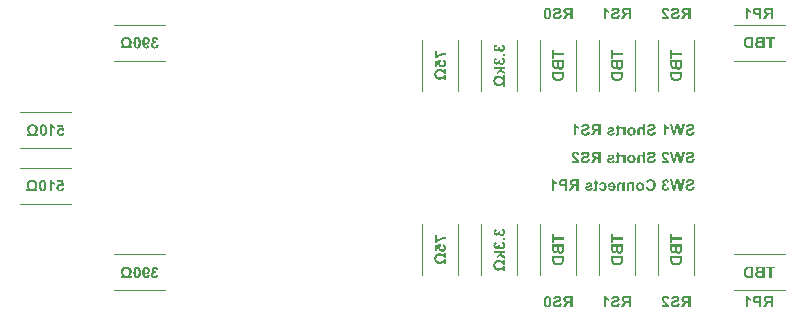
<source format=gbo>
G04*
G04 #@! TF.GenerationSoftware,Altium Limited,Altium Designer,22.4.2 (48)*
G04*
G04 Layer_Color=32896*
%FSLAX44Y44*%
%MOMM*%
G71*
G04*
G04 #@! TF.SameCoordinates,4816D0BE-1F83-4A6B-9D26-C2E6DC4596A5*
G04*
G04*
G04 #@! TF.FilePolarity,Positive*
G04*
G01*
G75*
%ADD11C,0.1000*%
G36*
X737749Y18723D02*
X735904D01*
Y22204D01*
X735891Y22509D01*
X735877Y22772D01*
X735849Y23008D01*
X735821Y23188D01*
X735793Y23341D01*
X735766Y23438D01*
X735738Y23507D01*
Y23521D01*
X735669Y23674D01*
X735585Y23812D01*
X735502Y23923D01*
X735405Y24021D01*
X735336Y24090D01*
X735266Y24145D01*
X735225Y24173D01*
X735211Y24187D01*
X735072Y24270D01*
X734934Y24326D01*
X734795Y24367D01*
X734670Y24395D01*
X734559Y24409D01*
X734476Y24423D01*
X734393D01*
X734254Y24409D01*
X734115Y24395D01*
X734004Y24367D01*
X733907Y24339D01*
X733838Y24298D01*
X733769Y24270D01*
X733741Y24256D01*
X733727Y24242D01*
X733630Y24173D01*
X733561Y24090D01*
X733436Y23937D01*
X733408Y23868D01*
X733380Y23826D01*
X733353Y23785D01*
Y23771D01*
X733339Y23702D01*
X733311Y23632D01*
X733283Y23438D01*
X733269Y23202D01*
X733255Y22966D01*
X733242Y22745D01*
Y22648D01*
Y22564D01*
Y22481D01*
Y22426D01*
Y22398D01*
Y22384D01*
Y18723D01*
X731397D01*
Y22800D01*
Y23133D01*
X731411Y23410D01*
X731425Y23646D01*
X731439Y23840D01*
X731467Y23979D01*
X731480Y24090D01*
X731494Y24159D01*
Y24173D01*
X731536Y24339D01*
X731591Y24492D01*
X731647Y24631D01*
X731716Y24755D01*
X731772Y24853D01*
X731813Y24922D01*
X731841Y24977D01*
X731855Y24991D01*
X731966Y25116D01*
X732091Y25241D01*
X732215Y25338D01*
X732340Y25421D01*
X732451Y25491D01*
X732548Y25546D01*
X732604Y25574D01*
X732632Y25588D01*
X732826Y25671D01*
X733034Y25726D01*
X733214Y25782D01*
X733394Y25810D01*
X733547Y25823D01*
X733672Y25837D01*
X733783D01*
X734004Y25823D01*
X734226Y25796D01*
X734434Y25740D01*
X734629Y25671D01*
X734989Y25504D01*
X735155Y25407D01*
X735308Y25310D01*
X735433Y25199D01*
X735558Y25102D01*
X735655Y25019D01*
X735752Y24936D01*
X735807Y24866D01*
X735863Y24811D01*
X735891Y24783D01*
X735904Y24769D01*
Y28320D01*
X737749D01*
Y18723D01*
D02*
G37*
G36*
X755195Y28056D02*
X755376Y27765D01*
X755570Y27488D01*
X755764Y27266D01*
X755930Y27085D01*
X756083Y26947D01*
X756138Y26891D01*
X756180Y26850D01*
X756208Y26836D01*
X756222Y26822D01*
X756527Y26600D01*
X756818Y26406D01*
X757081Y26253D01*
X757317Y26142D01*
X757511Y26059D01*
X757650Y25990D01*
X757706Y25976D01*
X757747Y25962D01*
X757761Y25948D01*
X757775D01*
Y24284D01*
X757276Y24478D01*
X756832Y24686D01*
X756624Y24797D01*
X756430Y24922D01*
X756249Y25033D01*
X756083Y25144D01*
X755930Y25255D01*
X755792Y25352D01*
X755681Y25435D01*
X755584Y25518D01*
X755500Y25588D01*
X755445Y25629D01*
X755417Y25657D01*
X755403Y25671D01*
Y18723D01*
X753559D01*
Y28375D01*
X755057D01*
X755195Y28056D01*
D02*
G37*
G36*
X679169Y28056D02*
X679349Y27765D01*
X679543Y27488D01*
X679737Y27266D01*
X679904Y27085D01*
X680056Y26947D01*
X680112Y26891D01*
X680153Y26850D01*
X680181Y26836D01*
X680195Y26822D01*
X680500Y26600D01*
X680791Y26406D01*
X681055Y26253D01*
X681291Y26142D01*
X681485Y26059D01*
X681624Y25990D01*
X681679Y25976D01*
X681721Y25962D01*
X681734Y25948D01*
X681748D01*
Y24284D01*
X681249Y24478D01*
X680805Y24686D01*
X680597Y24797D01*
X680403Y24922D01*
X680223Y25033D01*
X680056Y25144D01*
X679904Y25255D01*
X679765Y25352D01*
X679654Y25435D01*
X679557Y25518D01*
X679474Y25588D01*
X679418Y25629D01*
X679391Y25657D01*
X679377Y25671D01*
Y18723D01*
X677532D01*
Y28375D01*
X679030D01*
X679169Y28056D01*
D02*
G37*
G36*
X769175Y18723D02*
X767067D01*
X765153Y25893D01*
X763267Y18723D01*
X761173D01*
X758857Y28320D01*
X760812D01*
X762282Y21607D01*
X763946Y28320D01*
X766276D01*
X768024Y21718D01*
X769466Y28320D01*
X771449D01*
X769175Y18723D01*
D02*
G37*
G36*
X716031Y27071D02*
Y25685D01*
X716877D01*
Y24215D01*
X716031D01*
Y21177D01*
Y20997D01*
Y20845D01*
Y20692D01*
X716017Y20567D01*
Y20345D01*
X716003Y20165D01*
X715989Y20026D01*
Y19943D01*
X715975Y19888D01*
Y19874D01*
X715948Y19721D01*
X715906Y19583D01*
X715865Y19458D01*
X715823Y19361D01*
X715781Y19277D01*
X715754Y19222D01*
X715740Y19180D01*
X715726Y19167D01*
X715643Y19069D01*
X715546Y18986D01*
X715351Y18848D01*
X715268Y18806D01*
X715199Y18764D01*
X715143Y18750D01*
X715129Y18737D01*
X714977Y18681D01*
X714824Y18640D01*
X714672Y18612D01*
X714533Y18598D01*
X714408Y18584D01*
X714311Y18570D01*
X714228D01*
X713937Y18584D01*
X713660Y18612D01*
X713410Y18653D01*
X713202Y18709D01*
X713021Y18750D01*
X712883Y18792D01*
X712800Y18820D01*
X712786Y18834D01*
X712772D01*
X712938Y20262D01*
X713105Y20207D01*
X713257Y20165D01*
X713382Y20137D01*
X713493Y20124D01*
X713576Y20110D01*
X713632Y20096D01*
X713687D01*
X713812Y20110D01*
X713909Y20137D01*
X713965Y20165D01*
X713992Y20179D01*
X714075Y20262D01*
X714117Y20331D01*
X714145Y20387D01*
X714159Y20415D01*
Y20443D01*
X714173Y20498D01*
Y20623D01*
Y20789D01*
X714186Y20956D01*
Y21122D01*
Y21261D01*
Y21316D01*
Y21358D01*
Y21386D01*
Y21399D01*
Y24215D01*
X712924D01*
Y25685D01*
X714186D01*
Y28153D01*
X716031Y27071D01*
D02*
G37*
G36*
X718305Y25823D02*
X718444Y25810D01*
X718583Y25768D01*
X718694Y25726D01*
X718791Y25685D01*
X718874Y25657D01*
X718916Y25629D01*
X718930Y25615D01*
X719068Y25518D01*
X719193Y25380D01*
X719332Y25227D01*
X719443Y25075D01*
X719554Y24922D01*
X719637Y24797D01*
X719692Y24714D01*
X719706Y24700D01*
Y25685D01*
X721412D01*
Y18723D01*
X719567D01*
Y20859D01*
Y21177D01*
Y21469D01*
X719554Y21732D01*
X719540Y21968D01*
Y22190D01*
X719526Y22370D01*
X719512Y22550D01*
X719498Y22689D01*
X719484Y22814D01*
X719470Y22925D01*
X719456Y23008D01*
Y23077D01*
X719443Y23119D01*
X719429Y23161D01*
Y23188D01*
X719373Y23383D01*
X719304Y23549D01*
X719235Y23688D01*
X719165Y23785D01*
X719110Y23868D01*
X719054Y23923D01*
X719027Y23951D01*
X719013Y23965D01*
X718902Y24034D01*
X718791Y24090D01*
X718680Y24131D01*
X718583Y24159D01*
X718500Y24173D01*
X718416Y24187D01*
X718361D01*
X718208Y24173D01*
X718056Y24145D01*
X717917Y24090D01*
X717778Y24034D01*
X717667Y23979D01*
X717584Y23923D01*
X717515Y23896D01*
X717501Y23882D01*
X716919Y25477D01*
X717141Y25601D01*
X717348Y25685D01*
X717557Y25754D01*
X717751Y25796D01*
X717903Y25823D01*
X718028Y25837D01*
X718139D01*
X718305Y25823D01*
D02*
G37*
G36*
X700443Y18723D02*
X698501D01*
Y22731D01*
X697877D01*
X697683Y22717D01*
X697517Y22703D01*
X697378Y22675D01*
X697267Y22661D01*
X697198Y22634D01*
X697156Y22620D01*
X697142D01*
X697031Y22564D01*
X696920Y22509D01*
X696823Y22439D01*
X696726Y22384D01*
X696657Y22315D01*
X696601Y22259D01*
X696574Y22232D01*
X696560Y22218D01*
X696504Y22148D01*
X696435Y22079D01*
X696282Y21871D01*
X696116Y21649D01*
X695936Y21399D01*
X695783Y21177D01*
X695714Y21067D01*
X695658Y20983D01*
X695603Y20914D01*
X695561Y20859D01*
X695547Y20817D01*
X695534Y20803D01*
X694147Y18723D01*
X691817D01*
X692996Y20595D01*
X693120Y20789D01*
X693245Y20983D01*
X693356Y21150D01*
X693467Y21302D01*
X693564Y21441D01*
X693647Y21580D01*
X693814Y21788D01*
X693939Y21954D01*
X694022Y22065D01*
X694091Y22134D01*
X694105Y22148D01*
X694258Y22315D01*
X694438Y22467D01*
X694604Y22592D01*
X694771Y22717D01*
X694909Y22814D01*
X695020Y22883D01*
X695104Y22939D01*
X695117Y22953D01*
X695131D01*
X694895Y22994D01*
X694688Y23050D01*
X694493Y23105D01*
X694299Y23175D01*
X694133Y23244D01*
X693980Y23313D01*
X693828Y23382D01*
X693703Y23466D01*
X693592Y23535D01*
X693495Y23604D01*
X693412Y23674D01*
X693356Y23729D01*
X693301Y23771D01*
X693259Y23812D01*
X693245Y23826D01*
X693231Y23840D01*
X693120Y23979D01*
X693023Y24118D01*
X692857Y24423D01*
X692746Y24714D01*
X692677Y25005D01*
X692621Y25255D01*
X692607Y25352D01*
Y25449D01*
X692593Y25518D01*
Y25588D01*
Y25615D01*
Y25629D01*
X692607Y25934D01*
X692663Y26226D01*
X692732Y26475D01*
X692801Y26697D01*
X692885Y26877D01*
X692954Y27016D01*
X692982Y27058D01*
X693009Y27099D01*
X693023Y27113D01*
Y27127D01*
X693190Y27363D01*
X693370Y27557D01*
X693550Y27710D01*
X693731Y27848D01*
X693897Y27931D01*
X694022Y28001D01*
X694105Y28042D01*
X694119Y28056D01*
X694133D01*
X694271Y28098D01*
X694424Y28139D01*
X694771Y28209D01*
X695145Y28250D01*
X695506Y28292D01*
X695686D01*
X695839Y28306D01*
X695991D01*
X696116Y28320D01*
X700443D01*
Y18723D01*
D02*
G37*
G36*
X726751Y25823D02*
X727098Y25768D01*
X727417Y25699D01*
X727694Y25615D01*
X727805Y25560D01*
X727916Y25518D01*
X728013Y25491D01*
X728083Y25449D01*
X728152Y25421D01*
X728194Y25394D01*
X728221Y25380D01*
X728235D01*
X728526Y25185D01*
X728776Y24977D01*
X728998Y24755D01*
X729178Y24548D01*
X729317Y24353D01*
X729428Y24201D01*
X729470Y24145D01*
X729483Y24104D01*
X729511Y24076D01*
Y24062D01*
X729664Y23743D01*
X729761Y23424D01*
X729844Y23133D01*
X729899Y22869D01*
X729927Y22634D01*
X729941Y22537D01*
Y22453D01*
X729955Y22398D01*
Y22342D01*
Y22315D01*
Y22301D01*
X729941Y21871D01*
X729885Y21469D01*
X729816Y21122D01*
X729775Y20970D01*
X729733Y20831D01*
X729691Y20706D01*
X729650Y20595D01*
X729608Y20498D01*
X729580Y20415D01*
X729553Y20345D01*
X729525Y20304D01*
X729511Y20276D01*
Y20262D01*
X729317Y19971D01*
X729109Y19721D01*
X728887Y19499D01*
X728679Y19319D01*
X728485Y19180D01*
X728332Y19083D01*
X728277Y19042D01*
X728235Y19014D01*
X728207Y19000D01*
X728194D01*
X727861Y18862D01*
X727542Y18750D01*
X727237Y18681D01*
X726945Y18626D01*
X726710Y18598D01*
X726613Y18584D01*
X726529D01*
X726460Y18570D01*
X726363D01*
X726072Y18584D01*
X725808Y18612D01*
X725545Y18667D01*
X725309Y18737D01*
X725073Y18806D01*
X724865Y18889D01*
X724671Y18986D01*
X724491Y19083D01*
X724338Y19180D01*
X724200Y19277D01*
X724075Y19361D01*
X723978Y19430D01*
X723894Y19499D01*
X723839Y19555D01*
X723811Y19583D01*
X723797Y19597D01*
X723617Y19805D01*
X723464Y20013D01*
X723326Y20221D01*
X723201Y20443D01*
X723104Y20664D01*
X723021Y20886D01*
X722951Y21094D01*
X722896Y21302D01*
X722854Y21483D01*
X722827Y21663D01*
X722799Y21815D01*
X722785Y21954D01*
X722771Y22065D01*
Y22148D01*
Y22204D01*
Y22218D01*
X722785Y22509D01*
X722813Y22786D01*
X722868Y23036D01*
X722924Y23286D01*
X723007Y23507D01*
X723090Y23729D01*
X723187Y23923D01*
X723270Y24104D01*
X723367Y24256D01*
X723464Y24409D01*
X723548Y24520D01*
X723631Y24631D01*
X723686Y24700D01*
X723742Y24769D01*
X723770Y24797D01*
X723783Y24811D01*
X723978Y24991D01*
X724186Y25144D01*
X724394Y25282D01*
X724615Y25407D01*
X724837Y25504D01*
X725045Y25588D01*
X725254Y25657D01*
X725462Y25712D01*
X725642Y25754D01*
X725822Y25782D01*
X725975Y25810D01*
X726113Y25823D01*
X726224Y25837D01*
X726377D01*
X726751Y25823D01*
D02*
G37*
G36*
X709651Y25810D02*
X709887Y25782D01*
X710109Y25740D01*
X710303Y25699D01*
X710484Y25643D01*
X710650Y25588D01*
X710803Y25532D01*
X710927Y25463D01*
X711038Y25407D01*
X711135Y25352D01*
X711205Y25310D01*
X711274Y25269D01*
X711316Y25241D01*
X711330Y25227D01*
X711344Y25213D01*
X711468Y25102D01*
X711579Y24977D01*
X711676Y24853D01*
X711746Y24714D01*
X711884Y24464D01*
X711967Y24228D01*
X712009Y24021D01*
X712023Y23923D01*
X712037Y23854D01*
X712051Y23785D01*
Y23743D01*
Y23715D01*
Y23702D01*
X712037Y23521D01*
X712009Y23355D01*
X711981Y23188D01*
X711926Y23036D01*
X711787Y22772D01*
X711635Y22550D01*
X711496Y22370D01*
X711357Y22245D01*
X711302Y22190D01*
X711274Y22162D01*
X711246Y22148D01*
X711233Y22134D01*
X711108Y22065D01*
X710941Y21982D01*
X710747Y21899D01*
X710539Y21829D01*
X710317Y21746D01*
X710081Y21677D01*
X709596Y21538D01*
X709360Y21469D01*
X709138Y21413D01*
X708944Y21358D01*
X708764Y21316D01*
X708611Y21288D01*
X708500Y21261D01*
X708431Y21233D01*
X708403D01*
X708237Y21191D01*
X708112Y21150D01*
X708001Y21108D01*
X707918Y21080D01*
X707862Y21039D01*
X707821Y21025D01*
X707793Y20997D01*
X707710Y20886D01*
X707668Y20775D01*
X707654Y20692D01*
Y20664D01*
Y20650D01*
X707668Y20540D01*
X707696Y20443D01*
X707738Y20359D01*
X707779Y20290D01*
X707821Y20234D01*
X707862Y20193D01*
X707890Y20165D01*
X707904Y20151D01*
X708057Y20068D01*
X708223Y20013D01*
X708403Y19957D01*
X708570Y19929D01*
X708722Y19915D01*
X708861Y19902D01*
X708972D01*
X709208Y19915D01*
X709402Y19943D01*
X709582Y19985D01*
X709721Y20040D01*
X709832Y20082D01*
X709915Y20124D01*
X709970Y20151D01*
X709984Y20165D01*
X710109Y20276D01*
X710206Y20415D01*
X710290Y20540D01*
X710359Y20678D01*
X710400Y20803D01*
X710428Y20900D01*
X710456Y20956D01*
Y20983D01*
X712300Y20706D01*
X712176Y20359D01*
X712023Y20040D01*
X711857Y19777D01*
X711676Y19555D01*
X711510Y19375D01*
X711357Y19250D01*
X711316Y19194D01*
X711274Y19167D01*
X711246Y19153D01*
X711233Y19139D01*
X711066Y19042D01*
X710900Y18945D01*
X710525Y18806D01*
X710151Y18709D01*
X709790Y18640D01*
X709624Y18612D01*
X709471Y18598D01*
X709333Y18584D01*
X709208D01*
X709111Y18570D01*
X708972D01*
X708695Y18584D01*
X708431Y18598D01*
X708182Y18640D01*
X707946Y18681D01*
X707738Y18723D01*
X707543Y18792D01*
X707363Y18848D01*
X707211Y18917D01*
X707072Y18972D01*
X706947Y19042D01*
X706850Y19097D01*
X706767Y19139D01*
X706697Y19194D01*
X706656Y19222D01*
X706628Y19236D01*
X706614Y19250D01*
X706476Y19388D01*
X706351Y19527D01*
X706240Y19666D01*
X706143Y19805D01*
X706074Y19943D01*
X706004Y20082D01*
X705907Y20331D01*
X705852Y20567D01*
X705838Y20664D01*
X705824Y20734D01*
X705810Y20803D01*
Y20859D01*
Y20886D01*
Y20900D01*
X705838Y21205D01*
X705907Y21483D01*
X705990Y21718D01*
X706101Y21913D01*
X706212Y22065D01*
X706295Y22176D01*
X706365Y22232D01*
X706392Y22259D01*
X706517Y22342D01*
X706642Y22439D01*
X706795Y22509D01*
X706961Y22592D01*
X707294Y22731D01*
X707641Y22856D01*
X707946Y22953D01*
X708084Y22980D01*
X708209Y23022D01*
X708306Y23050D01*
X708376Y23064D01*
X708431Y23077D01*
X708445D01*
X708708Y23147D01*
X708944Y23202D01*
X709152Y23258D01*
X709333Y23313D01*
X709499Y23355D01*
X709638Y23396D01*
X709749Y23438D01*
X709859Y23466D01*
X709943Y23507D01*
X710012Y23535D01*
X710068Y23549D01*
X710095Y23577D01*
X710151Y23591D01*
X710165Y23604D01*
X710220Y23660D01*
X710262Y23715D01*
X710317Y23826D01*
X710345Y23910D01*
Y23923D01*
Y23937D01*
X710331Y24021D01*
X710317Y24090D01*
X710234Y24215D01*
X710165Y24284D01*
X710151Y24312D01*
X710137D01*
X709998Y24381D01*
X709846Y24437D01*
X709679Y24464D01*
X709499Y24492D01*
X709346Y24506D01*
X709222Y24520D01*
X709097D01*
X708889Y24506D01*
X708708Y24492D01*
X708556Y24450D01*
X708431Y24409D01*
X708334Y24367D01*
X708265Y24339D01*
X708223Y24312D01*
X708209Y24298D01*
X708098Y24215D01*
X708015Y24118D01*
X707932Y24021D01*
X707876Y23910D01*
X707835Y23826D01*
X707807Y23757D01*
X707779Y23702D01*
Y23688D01*
X706046Y24007D01*
X706157Y24326D01*
X706309Y24603D01*
X706462Y24839D01*
X706628Y25019D01*
X706767Y25172D01*
X706892Y25282D01*
X706975Y25338D01*
X706989Y25366D01*
X707003D01*
X707141Y25449D01*
X707294Y25518D01*
X707627Y25643D01*
X707973Y25726D01*
X708320Y25782D01*
X708487Y25796D01*
X708639Y25810D01*
X708778Y25823D01*
X708889Y25837D01*
X709402D01*
X709651Y25810D01*
D02*
G37*
G36*
X776511Y28486D02*
X776872Y28444D01*
X777191Y28389D01*
X777468Y28334D01*
X777593Y28292D01*
X777704Y28264D01*
X777787Y28236D01*
X777870Y28209D01*
X777926Y28181D01*
X777967Y28167D01*
X777995Y28153D01*
X778009D01*
X778286Y28015D01*
X778522Y27862D01*
X778730Y27696D01*
X778896Y27543D01*
X779035Y27404D01*
X779118Y27293D01*
X779188Y27210D01*
X779202Y27196D01*
Y27183D01*
X779340Y26947D01*
X779437Y26697D01*
X779507Y26461D01*
X779548Y26253D01*
X779576Y26073D01*
X779604Y25934D01*
Y25879D01*
Y25837D01*
Y25823D01*
Y25810D01*
X779590Y25601D01*
X779562Y25394D01*
X779520Y25213D01*
X779465Y25033D01*
X779326Y24700D01*
X779160Y24409D01*
X779091Y24284D01*
X779007Y24187D01*
X778938Y24090D01*
X778869Y24007D01*
X778813Y23951D01*
X778772Y23910D01*
X778744Y23882D01*
X778730Y23868D01*
X778605Y23771D01*
X778453Y23674D01*
X778300Y23577D01*
X778120Y23493D01*
X777773Y23327D01*
X777412Y23188D01*
X777232Y23133D01*
X777080Y23077D01*
X776927Y23036D01*
X776802Y22994D01*
X776705Y22966D01*
X776622Y22939D01*
X776566Y22925D01*
X776553D01*
X776331Y22869D01*
X776137Y22814D01*
X775956Y22772D01*
X775790Y22731D01*
X775651Y22689D01*
X775526Y22661D01*
X775415Y22620D01*
X775318Y22592D01*
X775235Y22578D01*
X775166Y22550D01*
X775069Y22523D01*
X775013Y22495D01*
X774999D01*
X774819Y22426D01*
X774680Y22356D01*
X774556Y22287D01*
X774458Y22218D01*
X774389Y22162D01*
X774348Y22120D01*
X774320Y22093D01*
X774306Y22079D01*
X774237Y21982D01*
X774181Y21885D01*
X774153Y21788D01*
X774126Y21704D01*
X774112Y21621D01*
X774098Y21552D01*
Y21510D01*
Y21497D01*
X774112Y21302D01*
X774167Y21136D01*
X774250Y20970D01*
X774334Y20831D01*
X774431Y20720D01*
X774500Y20637D01*
X774556Y20581D01*
X774583Y20567D01*
X774778Y20443D01*
X774999Y20345D01*
X775235Y20276D01*
X775457Y20234D01*
X775665Y20207D01*
X775832Y20179D01*
X775984D01*
X776303Y20193D01*
X776580Y20248D01*
X776816Y20318D01*
X777024Y20401D01*
X777191Y20484D01*
X777302Y20553D01*
X777371Y20609D01*
X777399Y20623D01*
X777579Y20817D01*
X777718Y21025D01*
X777842Y21261D01*
X777926Y21497D01*
X777995Y21704D01*
X778051Y21871D01*
X778064Y21926D01*
Y21982D01*
X778078Y22010D01*
Y22023D01*
X779964Y21843D01*
X779923Y21552D01*
X779867Y21275D01*
X779784Y21011D01*
X779715Y20775D01*
X779618Y20553D01*
X779520Y20345D01*
X779423Y20165D01*
X779326Y19999D01*
X779229Y19860D01*
X779132Y19735D01*
X779049Y19624D01*
X778966Y19527D01*
X778910Y19458D01*
X778855Y19416D01*
X778827Y19389D01*
X778813Y19375D01*
X778619Y19222D01*
X778411Y19097D01*
X778189Y18986D01*
X777953Y18889D01*
X777731Y18820D01*
X777496Y18750D01*
X777038Y18653D01*
X776830Y18612D01*
X776636Y18584D01*
X776469Y18570D01*
X776317Y18556D01*
X776192Y18542D01*
X776012D01*
X775568Y18556D01*
X775166Y18598D01*
X774805Y18653D01*
X774653Y18681D01*
X774500Y18723D01*
X774375Y18750D01*
X774264Y18778D01*
X774167Y18806D01*
X774084Y18834D01*
X774015Y18862D01*
X773973Y18875D01*
X773945Y18889D01*
X773932D01*
X773626Y19042D01*
X773377Y19208D01*
X773141Y19375D01*
X772961Y19555D01*
X772822Y19707D01*
X772711Y19846D01*
X772656Y19929D01*
X772628Y19943D01*
Y19957D01*
X772475Y20234D01*
X772351Y20498D01*
X772267Y20761D01*
X772212Y21011D01*
X772184Y21205D01*
X772170Y21302D01*
X772156Y21372D01*
Y21427D01*
Y21469D01*
Y21497D01*
Y21510D01*
X772170Y21843D01*
X772212Y22134D01*
X772281Y22398D01*
X772351Y22620D01*
X772420Y22800D01*
X772489Y22925D01*
X772531Y23008D01*
X772545Y23036D01*
X772697Y23258D01*
X772878Y23452D01*
X773058Y23618D01*
X773224Y23757D01*
X773377Y23868D01*
X773502Y23951D01*
X773585Y24007D01*
X773599Y24021D01*
X773613D01*
X773751Y24090D01*
X773890Y24159D01*
X774223Y24284D01*
X774569Y24395D01*
X774902Y24506D01*
X775055Y24548D01*
X775207Y24589D01*
X775346Y24631D01*
X775457Y24658D01*
X775554Y24686D01*
X775623Y24700D01*
X775679Y24714D01*
X775693D01*
X775943Y24783D01*
X776164Y24839D01*
X776372Y24894D01*
X776566Y24950D01*
X776719Y25005D01*
X776872Y25061D01*
X776997Y25116D01*
X777107Y25158D01*
X777205Y25199D01*
X777274Y25241D01*
X777343Y25269D01*
X777385Y25296D01*
X777454Y25338D01*
X777468Y25352D01*
X777565Y25449D01*
X777634Y25546D01*
X777676Y25643D01*
X777704Y25740D01*
X777731Y25810D01*
X777745Y25879D01*
Y25921D01*
Y25934D01*
X777731Y26073D01*
X777704Y26184D01*
X777648Y26295D01*
X777593Y26378D01*
X777537Y26448D01*
X777482Y26489D01*
X777454Y26517D01*
X777440Y26531D01*
X777246Y26655D01*
X777038Y26739D01*
X776816Y26808D01*
X776608Y26850D01*
X776428Y26877D01*
X776275Y26891D01*
X776137D01*
X775845Y26877D01*
X775596Y26836D01*
X775388Y26780D01*
X775221Y26725D01*
X775083Y26669D01*
X774986Y26614D01*
X774930Y26572D01*
X774916Y26558D01*
X774778Y26420D01*
X774653Y26253D01*
X774556Y26087D01*
X774486Y25907D01*
X774431Y25754D01*
X774403Y25629D01*
X774375Y25532D01*
Y25518D01*
Y25504D01*
X772434Y25574D01*
X772448Y25823D01*
X772489Y26045D01*
X772545Y26267D01*
X772614Y26461D01*
X772683Y26655D01*
X772767Y26836D01*
X772850Y26988D01*
X772933Y27141D01*
X773030Y27266D01*
X773113Y27377D01*
X773196Y27474D01*
X773266Y27557D01*
X773321Y27612D01*
X773363Y27654D01*
X773391Y27682D01*
X773404Y27696D01*
X773585Y27834D01*
X773779Y27959D01*
X773987Y28070D01*
X774209Y28167D01*
X774431Y28236D01*
X774653Y28306D01*
X775097Y28403D01*
X775304Y28431D01*
X775485Y28458D01*
X775665Y28472D01*
X775818Y28486D01*
X775943Y28500D01*
X776109D01*
X776511Y28486D01*
D02*
G37*
G36*
X743712D02*
X744073Y28444D01*
X744392Y28389D01*
X744669Y28334D01*
X744794Y28292D01*
X744905Y28264D01*
X744988Y28236D01*
X745071Y28209D01*
X745127Y28181D01*
X745169Y28167D01*
X745196Y28153D01*
X745210D01*
X745488Y28015D01*
X745723Y27862D01*
X745931Y27696D01*
X746098Y27543D01*
X746236Y27404D01*
X746320Y27293D01*
X746389Y27210D01*
X746403Y27196D01*
Y27183D01*
X746542Y26947D01*
X746638Y26697D01*
X746708Y26461D01*
X746749Y26253D01*
X746777Y26073D01*
X746805Y25934D01*
Y25879D01*
Y25837D01*
Y25823D01*
Y25810D01*
X746791Y25601D01*
X746763Y25394D01*
X746722Y25213D01*
X746666Y25033D01*
X746528Y24700D01*
X746361Y24409D01*
X746292Y24284D01*
X746209Y24187D01*
X746139Y24090D01*
X746070Y24007D01*
X746014Y23951D01*
X745973Y23910D01*
X745945Y23882D01*
X745931Y23868D01*
X745806Y23771D01*
X745654Y23674D01*
X745501Y23577D01*
X745321Y23493D01*
X744974Y23327D01*
X744614Y23188D01*
X744434Y23133D01*
X744281Y23077D01*
X744128Y23036D01*
X744004Y22994D01*
X743906Y22966D01*
X743823Y22939D01*
X743768Y22925D01*
X743754D01*
X743532Y22869D01*
X743338Y22814D01*
X743158Y22772D01*
X742991Y22731D01*
X742852Y22689D01*
X742728Y22661D01*
X742617Y22620D01*
X742520Y22592D01*
X742436Y22578D01*
X742367Y22550D01*
X742270Y22523D01*
X742215Y22495D01*
X742201D01*
X742020Y22426D01*
X741882Y22356D01*
X741757Y22287D01*
X741660Y22218D01*
X741590Y22162D01*
X741549Y22120D01*
X741521Y22093D01*
X741507Y22079D01*
X741438Y21982D01*
X741382Y21885D01*
X741355Y21788D01*
X741327Y21704D01*
X741313Y21621D01*
X741299Y21552D01*
Y21510D01*
Y21497D01*
X741313Y21302D01*
X741368Y21136D01*
X741452Y20970D01*
X741535Y20831D01*
X741632Y20720D01*
X741701Y20637D01*
X741757Y20581D01*
X741785Y20567D01*
X741979Y20443D01*
X742201Y20345D01*
X742436Y20276D01*
X742658Y20234D01*
X742866Y20207D01*
X743033Y20179D01*
X743185D01*
X743504Y20193D01*
X743782Y20248D01*
X744017Y20318D01*
X744225Y20401D01*
X744392Y20484D01*
X744503Y20553D01*
X744572Y20609D01*
X744600Y20623D01*
X744780Y20817D01*
X744919Y21025D01*
X745044Y21261D01*
X745127Y21497D01*
X745196Y21704D01*
X745252Y21871D01*
X745266Y21926D01*
Y21982D01*
X745279Y22010D01*
Y22023D01*
X747166Y21843D01*
X747124Y21552D01*
X747068Y21275D01*
X746985Y21011D01*
X746916Y20775D01*
X746819Y20553D01*
X746722Y20345D01*
X746625Y20165D01*
X746528Y19999D01*
X746431Y19860D01*
X746333Y19735D01*
X746250Y19624D01*
X746167Y19527D01*
X746112Y19458D01*
X746056Y19416D01*
X746028Y19389D01*
X746014Y19375D01*
X745820Y19222D01*
X745612Y19097D01*
X745390Y18986D01*
X745155Y18889D01*
X744933Y18820D01*
X744697Y18750D01*
X744239Y18653D01*
X744031Y18612D01*
X743837Y18584D01*
X743671Y18570D01*
X743518Y18556D01*
X743393Y18542D01*
X743213D01*
X742769Y18556D01*
X742367Y18598D01*
X742007Y18653D01*
X741854Y18681D01*
X741701Y18723D01*
X741577Y18750D01*
X741466Y18778D01*
X741368Y18806D01*
X741285Y18834D01*
X741216Y18862D01*
X741174Y18875D01*
X741147Y18889D01*
X741133D01*
X740828Y19042D01*
X740578Y19208D01*
X740342Y19375D01*
X740162Y19555D01*
X740023Y19707D01*
X739912Y19846D01*
X739857Y19929D01*
X739829Y19943D01*
Y19957D01*
X739677Y20234D01*
X739552Y20498D01*
X739469Y20761D01*
X739413Y21011D01*
X739385Y21205D01*
X739371Y21302D01*
X739358Y21372D01*
Y21427D01*
Y21469D01*
Y21497D01*
Y21510D01*
X739371Y21843D01*
X739413Y22134D01*
X739482Y22398D01*
X739552Y22620D01*
X739621Y22800D01*
X739690Y22925D01*
X739732Y23008D01*
X739746Y23036D01*
X739899Y23258D01*
X740079Y23452D01*
X740259Y23618D01*
X740425Y23757D01*
X740578Y23868D01*
X740703Y23951D01*
X740786Y24007D01*
X740800Y24021D01*
X740814D01*
X740953Y24090D01*
X741091Y24159D01*
X741424Y24284D01*
X741771Y24395D01*
X742104Y24506D01*
X742256Y24548D01*
X742409Y24589D01*
X742547Y24631D01*
X742658Y24658D01*
X742755Y24686D01*
X742825Y24700D01*
X742880Y24714D01*
X742894D01*
X743144Y24783D01*
X743366Y24839D01*
X743574Y24894D01*
X743768Y24950D01*
X743920Y25005D01*
X744073Y25061D01*
X744198Y25116D01*
X744309Y25158D01*
X744406Y25199D01*
X744475Y25241D01*
X744544Y25269D01*
X744586Y25296D01*
X744655Y25338D01*
X744669Y25352D01*
X744766Y25449D01*
X744836Y25546D01*
X744877Y25643D01*
X744905Y25740D01*
X744933Y25810D01*
X744947Y25879D01*
Y25921D01*
Y25934D01*
X744933Y26073D01*
X744905Y26184D01*
X744849Y26295D01*
X744794Y26378D01*
X744739Y26448D01*
X744683Y26489D01*
X744655Y26517D01*
X744641Y26531D01*
X744447Y26655D01*
X744239Y26739D01*
X744017Y26808D01*
X743809Y26850D01*
X743629Y26877D01*
X743476Y26891D01*
X743338D01*
X743047Y26877D01*
X742797Y26836D01*
X742589Y26780D01*
X742422Y26725D01*
X742284Y26669D01*
X742187Y26614D01*
X742131Y26572D01*
X742117Y26558D01*
X741979Y26420D01*
X741854Y26253D01*
X741757Y26087D01*
X741687Y25907D01*
X741632Y25754D01*
X741604Y25629D01*
X741577Y25532D01*
Y25518D01*
Y25504D01*
X739635Y25574D01*
X739649Y25823D01*
X739690Y26045D01*
X739746Y26267D01*
X739815Y26461D01*
X739885Y26655D01*
X739968Y26836D01*
X740051Y26988D01*
X740134Y27141D01*
X740231Y27266D01*
X740314Y27377D01*
X740398Y27474D01*
X740467Y27557D01*
X740523Y27612D01*
X740564Y27654D01*
X740592Y27682D01*
X740606Y27696D01*
X740786Y27834D01*
X740980Y27959D01*
X741188Y28070D01*
X741410Y28167D01*
X741632Y28236D01*
X741854Y28306D01*
X742298Y28403D01*
X742506Y28431D01*
X742686Y28458D01*
X742866Y28472D01*
X743019Y28486D01*
X743144Y28500D01*
X743310D01*
X743712Y28486D01*
D02*
G37*
G36*
X687823Y28486D02*
X688183Y28444D01*
X688502Y28389D01*
X688780Y28333D01*
X688904Y28292D01*
X689015Y28264D01*
X689099Y28236D01*
X689182Y28209D01*
X689237Y28181D01*
X689279Y28167D01*
X689307Y28153D01*
X689320D01*
X689598Y28015D01*
X689834Y27862D01*
X690042Y27696D01*
X690208Y27543D01*
X690347Y27404D01*
X690430Y27293D01*
X690499Y27210D01*
X690513Y27196D01*
Y27183D01*
X690652Y26947D01*
X690749Y26697D01*
X690818Y26461D01*
X690860Y26253D01*
X690888Y26073D01*
X690915Y25934D01*
Y25879D01*
Y25837D01*
Y25823D01*
Y25810D01*
X690901Y25601D01*
X690874Y25393D01*
X690832Y25213D01*
X690777Y25033D01*
X690638Y24700D01*
X690471Y24409D01*
X690402Y24284D01*
X690319Y24187D01*
X690250Y24090D01*
X690180Y24007D01*
X690125Y23951D01*
X690083Y23909D01*
X690055Y23882D01*
X690042Y23868D01*
X689917Y23771D01*
X689764Y23674D01*
X689612Y23577D01*
X689431Y23493D01*
X689085Y23327D01*
X688724Y23188D01*
X688544Y23133D01*
X688391Y23077D01*
X688239Y23036D01*
X688114Y22994D01*
X688017Y22966D01*
X687934Y22939D01*
X687878Y22925D01*
X687864D01*
X687642Y22869D01*
X687448Y22814D01*
X687268Y22772D01*
X687102Y22731D01*
X686963Y22689D01*
X686838Y22661D01*
X686727Y22620D01*
X686630Y22592D01*
X686547Y22578D01*
X686477Y22550D01*
X686380Y22523D01*
X686325Y22495D01*
X686311D01*
X686131Y22426D01*
X685992Y22356D01*
X685867Y22287D01*
X685770Y22218D01*
X685701Y22162D01*
X685659Y22120D01*
X685631Y22093D01*
X685618Y22079D01*
X685548Y21982D01*
X685493Y21885D01*
X685465Y21788D01*
X685437Y21704D01*
X685423Y21621D01*
X685410Y21552D01*
Y21510D01*
Y21496D01*
X685423Y21302D01*
X685479Y21136D01*
X685562Y20969D01*
X685645Y20831D01*
X685742Y20720D01*
X685812Y20637D01*
X685867Y20581D01*
X685895Y20567D01*
X686089Y20442D01*
X686311Y20345D01*
X686547Y20276D01*
X686769Y20234D01*
X686977Y20207D01*
X687143Y20179D01*
X687296D01*
X687615Y20193D01*
X687892Y20248D01*
X688128Y20318D01*
X688336Y20401D01*
X688502Y20484D01*
X688613Y20553D01*
X688682Y20609D01*
X688710Y20623D01*
X688891Y20817D01*
X689029Y21025D01*
X689154Y21261D01*
X689237Y21496D01*
X689307Y21704D01*
X689362Y21871D01*
X689376Y21926D01*
Y21982D01*
X689390Y22010D01*
Y22023D01*
X691276Y21843D01*
X691234Y21552D01*
X691179Y21274D01*
X691096Y21011D01*
X691026Y20775D01*
X690929Y20553D01*
X690832Y20345D01*
X690735Y20165D01*
X690638Y19999D01*
X690541Y19860D01*
X690444Y19735D01*
X690361Y19624D01*
X690277Y19527D01*
X690222Y19458D01*
X690166Y19416D01*
X690139Y19388D01*
X690125Y19375D01*
X689931Y19222D01*
X689723Y19097D01*
X689501Y18986D01*
X689265Y18889D01*
X689043Y18820D01*
X688807Y18750D01*
X688350Y18653D01*
X688142Y18612D01*
X687947Y18584D01*
X687781Y18570D01*
X687628Y18556D01*
X687504Y18542D01*
X687323D01*
X686880Y18556D01*
X686477Y18598D01*
X686117Y18653D01*
X685964Y18681D01*
X685812Y18723D01*
X685687Y18750D01*
X685576Y18778D01*
X685479Y18806D01*
X685396Y18834D01*
X685326Y18861D01*
X685285Y18875D01*
X685257Y18889D01*
X685243D01*
X684938Y19042D01*
X684688Y19208D01*
X684453Y19375D01*
X684272Y19555D01*
X684134Y19707D01*
X684023Y19846D01*
X683967Y19929D01*
X683940Y19943D01*
Y19957D01*
X683787Y20234D01*
X683662Y20498D01*
X683579Y20761D01*
X683523Y21011D01*
X683496Y21205D01*
X683482Y21302D01*
X683468Y21372D01*
Y21427D01*
Y21469D01*
Y21496D01*
Y21510D01*
X683482Y21843D01*
X683523Y22134D01*
X683593Y22398D01*
X683662Y22620D01*
X683732Y22800D01*
X683801Y22925D01*
X683842Y23008D01*
X683856Y23036D01*
X684009Y23258D01*
X684189Y23452D01*
X684369Y23618D01*
X684536Y23757D01*
X684688Y23868D01*
X684813Y23951D01*
X684896Y24007D01*
X684910Y24021D01*
X684924D01*
X685063Y24090D01*
X685201Y24159D01*
X685534Y24284D01*
X685881Y24395D01*
X686214Y24506D01*
X686367Y24548D01*
X686519Y24589D01*
X686658Y24631D01*
X686769Y24658D01*
X686866Y24686D01*
X686935Y24700D01*
X686991Y24714D01*
X687004D01*
X687254Y24783D01*
X687476Y24839D01*
X687684Y24894D01*
X687878Y24950D01*
X688031Y25005D01*
X688183Y25061D01*
X688308Y25116D01*
X688419Y25158D01*
X688516Y25199D01*
X688585Y25241D01*
X688655Y25269D01*
X688696Y25296D01*
X688766Y25338D01*
X688780Y25352D01*
X688877Y25449D01*
X688946Y25546D01*
X688988Y25643D01*
X689015Y25740D01*
X689043Y25810D01*
X689057Y25879D01*
Y25920D01*
Y25934D01*
X689043Y26073D01*
X689015Y26184D01*
X688960Y26295D01*
X688904Y26378D01*
X688849Y26447D01*
X688793Y26489D01*
X688766Y26517D01*
X688752Y26531D01*
X688558Y26655D01*
X688350Y26739D01*
X688128Y26808D01*
X687920Y26850D01*
X687739Y26877D01*
X687587Y26891D01*
X687448D01*
X687157Y26877D01*
X686907Y26836D01*
X686699Y26780D01*
X686533Y26725D01*
X686394Y26669D01*
X686297Y26614D01*
X686242Y26572D01*
X686228Y26558D01*
X686089Y26420D01*
X685964Y26253D01*
X685867Y26087D01*
X685798Y25907D01*
X685742Y25754D01*
X685715Y25629D01*
X685687Y25532D01*
Y25518D01*
Y25504D01*
X683745Y25574D01*
X683759Y25823D01*
X683801Y26045D01*
X683856Y26267D01*
X683926Y26461D01*
X683995Y26655D01*
X684078Y26836D01*
X684161Y26988D01*
X684245Y27141D01*
X684342Y27266D01*
X684425Y27377D01*
X684508Y27474D01*
X684577Y27557D01*
X684633Y27612D01*
X684675Y27654D01*
X684702Y27682D01*
X684716Y27696D01*
X684896Y27834D01*
X685091Y27959D01*
X685299Y28070D01*
X685520Y28167D01*
X685742Y28236D01*
X685964Y28306D01*
X686408Y28403D01*
X686616Y28431D01*
X686796Y28458D01*
X686977Y28472D01*
X687129Y28486D01*
X687254Y28500D01*
X687421D01*
X687823Y28486D01*
D02*
G37*
G36*
X755334Y4968D02*
X755556Y4954D01*
X755986Y4885D01*
X756346Y4774D01*
X756513Y4719D01*
X756665Y4649D01*
X756804Y4594D01*
X756915Y4524D01*
X757026Y4469D01*
X757109Y4427D01*
X757178Y4372D01*
X757220Y4344D01*
X757248Y4330D01*
X757262Y4316D01*
X757414Y4178D01*
X757553Y4039D01*
X757678Y3873D01*
X757789Y3692D01*
X757955Y3332D01*
X758094Y2985D01*
X758135Y2805D01*
X758177Y2652D01*
X758219Y2513D01*
X758232Y2389D01*
X758260Y2278D01*
Y2208D01*
X758274Y2153D01*
Y2139D01*
X756443Y1959D01*
X756416Y2236D01*
X756360Y2472D01*
X756305Y2680D01*
X756236Y2832D01*
X756180Y2957D01*
X756124Y3040D01*
X756083Y3096D01*
X756069Y3110D01*
X755930Y3221D01*
X755778Y3304D01*
X755625Y3373D01*
X755473Y3415D01*
X755348Y3443D01*
X755237Y3456D01*
X755140D01*
X754932Y3443D01*
X754752Y3401D01*
X754599Y3345D01*
X754460Y3290D01*
X754363Y3235D01*
X754280Y3179D01*
X754238Y3137D01*
X754225Y3124D01*
X754114Y2985D01*
X754030Y2832D01*
X753975Y2680D01*
X753933Y2527D01*
X753906Y2389D01*
X753892Y2264D01*
Y2194D01*
Y2181D01*
Y2167D01*
X753906Y1959D01*
X753947Y1764D01*
X754016Y1570D01*
X754086Y1404D01*
X754155Y1251D01*
X754225Y1140D01*
X754266Y1071D01*
X754280Y1043D01*
X754335Y960D01*
X754419Y863D01*
X754530Y738D01*
X754641Y627D01*
X754890Y364D01*
X755140Y100D01*
X755389Y-149D01*
X755500Y-260D01*
X755611Y-344D01*
X755695Y-427D01*
X755750Y-482D01*
X755792Y-524D01*
X755806Y-538D01*
X756083Y-801D01*
X756332Y-1051D01*
X756568Y-1286D01*
X756776Y-1495D01*
X756971Y-1703D01*
X757137Y-1897D01*
X757290Y-2063D01*
X757414Y-2230D01*
X757525Y-2368D01*
X757622Y-2493D01*
X757706Y-2590D01*
X757761Y-2687D01*
X757816Y-2743D01*
X757844Y-2798D01*
X757872Y-2826D01*
Y-2840D01*
X758052Y-3159D01*
X758191Y-3492D01*
X758302Y-3797D01*
X758385Y-4074D01*
X758440Y-4324D01*
X758454Y-4421D01*
X758468Y-4504D01*
X758482Y-4573D01*
X758496Y-4629D01*
Y-4657D01*
Y-4670D01*
X752047D01*
Y-2965D01*
X755708D01*
X755598Y-2784D01*
X755473Y-2632D01*
X755417Y-2562D01*
X755376Y-2507D01*
X755348Y-2479D01*
X755334Y-2465D01*
X755279Y-2410D01*
X755223Y-2341D01*
X755057Y-2188D01*
X754876Y-2008D01*
X754696Y-1827D01*
X754516Y-1661D01*
X754363Y-1522D01*
X754308Y-1467D01*
X754266Y-1425D01*
X754238Y-1411D01*
X754225Y-1398D01*
X753919Y-1106D01*
X753670Y-870D01*
X753462Y-649D01*
X753295Y-482D01*
X753171Y-344D01*
X753087Y-246D01*
X753032Y-177D01*
X753018Y-163D01*
X752838Y73D01*
X752685Y294D01*
X752560Y503D01*
X752463Y683D01*
X752380Y835D01*
X752325Y960D01*
X752297Y1029D01*
X752283Y1057D01*
X752200Y1279D01*
X752144Y1501D01*
X752103Y1709D01*
X752075Y1903D01*
X752061Y2056D01*
X752047Y2181D01*
Y2264D01*
Y2291D01*
X752061Y2500D01*
X752089Y2708D01*
X752117Y2902D01*
X752172Y3082D01*
X752311Y3401D01*
X752449Y3678D01*
X752533Y3803D01*
X752602Y3900D01*
X752671Y3997D01*
X752741Y4067D01*
X752796Y4122D01*
X752824Y4178D01*
X752852Y4191D01*
X752865Y4205D01*
X753018Y4344D01*
X753198Y4469D01*
X753365Y4566D01*
X753559Y4649D01*
X753919Y4788D01*
X754280Y4885D01*
X754446Y4913D01*
X754599Y4940D01*
X754738Y4954D01*
X754863Y4968D01*
X754960Y4982D01*
X755098D01*
X755334Y4968D01*
D02*
G37*
G36*
X679307Y4968D02*
X679529Y4954D01*
X679959Y4885D01*
X680320Y4774D01*
X680486Y4719D01*
X680639Y4649D01*
X680778Y4594D01*
X680889Y4524D01*
X680999Y4469D01*
X681083Y4427D01*
X681152Y4372D01*
X681194Y4344D01*
X681221Y4330D01*
X681235Y4316D01*
X681388Y4178D01*
X681526Y4039D01*
X681651Y3873D01*
X681762Y3692D01*
X681929Y3332D01*
X682067Y2985D01*
X682109Y2805D01*
X682150Y2652D01*
X682192Y2513D01*
X682206Y2389D01*
X682234Y2278D01*
Y2208D01*
X682248Y2153D01*
Y2139D01*
X680417Y1959D01*
X680389Y2236D01*
X680334Y2472D01*
X680278Y2680D01*
X680209Y2832D01*
X680153Y2957D01*
X680098Y3040D01*
X680056Y3096D01*
X680042Y3110D01*
X679904Y3221D01*
X679751Y3304D01*
X679599Y3373D01*
X679446Y3415D01*
X679321Y3443D01*
X679210Y3456D01*
X679113D01*
X678905Y3443D01*
X678725Y3401D01*
X678572Y3345D01*
X678434Y3290D01*
X678337Y3234D01*
X678253Y3179D01*
X678212Y3137D01*
X678198Y3124D01*
X678087Y2985D01*
X678004Y2832D01*
X677948Y2680D01*
X677907Y2527D01*
X677879Y2389D01*
X677865Y2264D01*
Y2194D01*
Y2181D01*
Y2167D01*
X677879Y1959D01*
X677921Y1764D01*
X677990Y1570D01*
X678059Y1404D01*
X678129Y1251D01*
X678198Y1140D01*
X678240Y1071D01*
X678253Y1043D01*
X678309Y960D01*
X678392Y863D01*
X678503Y738D01*
X678614Y627D01*
X678864Y364D01*
X679113Y100D01*
X679363Y-149D01*
X679474Y-260D01*
X679585Y-344D01*
X679668Y-427D01*
X679724Y-482D01*
X679765Y-524D01*
X679779Y-538D01*
X680056Y-801D01*
X680306Y-1051D01*
X680542Y-1287D01*
X680750Y-1495D01*
X680944Y-1703D01*
X681110Y-1897D01*
X681263Y-2063D01*
X681388Y-2230D01*
X681499Y-2368D01*
X681596Y-2493D01*
X681679Y-2590D01*
X681734Y-2687D01*
X681790Y-2743D01*
X681818Y-2798D01*
X681845Y-2826D01*
Y-2840D01*
X682026Y-3159D01*
X682164Y-3492D01*
X682275Y-3797D01*
X682358Y-4074D01*
X682414Y-4324D01*
X682428Y-4421D01*
X682442Y-4504D01*
X682456Y-4573D01*
X682469Y-4629D01*
Y-4657D01*
Y-4670D01*
X676021D01*
Y-2965D01*
X679682D01*
X679571Y-2784D01*
X679446Y-2632D01*
X679391Y-2562D01*
X679349Y-2507D01*
X679321Y-2479D01*
X679307Y-2465D01*
X679252Y-2410D01*
X679196Y-2341D01*
X679030Y-2188D01*
X678850Y-2008D01*
X678670Y-1827D01*
X678489Y-1661D01*
X678337Y-1522D01*
X678281Y-1467D01*
X678240Y-1425D01*
X678212Y-1411D01*
X678198Y-1398D01*
X677893Y-1106D01*
X677643Y-870D01*
X677435Y-649D01*
X677269Y-482D01*
X677144Y-344D01*
X677061Y-246D01*
X677005Y-177D01*
X676991Y-163D01*
X676811Y72D01*
X676659Y294D01*
X676534Y503D01*
X676437Y683D01*
X676354Y835D01*
X676298Y960D01*
X676270Y1029D01*
X676256Y1057D01*
X676173Y1279D01*
X676118Y1501D01*
X676076Y1709D01*
X676048Y1903D01*
X676034Y2056D01*
X676021Y2181D01*
Y2264D01*
Y2291D01*
X676034Y2500D01*
X676062Y2707D01*
X676090Y2902D01*
X676145Y3082D01*
X676284Y3401D01*
X676423Y3678D01*
X676506Y3803D01*
X676575Y3900D01*
X676645Y3997D01*
X676714Y4067D01*
X676769Y4122D01*
X676797Y4178D01*
X676825Y4191D01*
X676839Y4205D01*
X676991Y4344D01*
X677172Y4469D01*
X677338Y4566D01*
X677532Y4649D01*
X677893Y4788D01*
X678253Y4885D01*
X678420Y4913D01*
X678572Y4940D01*
X678711Y4954D01*
X678836Y4968D01*
X678933Y4982D01*
X679072D01*
X679307Y4968D01*
D02*
G37*
G36*
X737749Y-4670D02*
X735904D01*
Y-1190D01*
X735891Y-884D01*
X735877Y-621D01*
X735849Y-385D01*
X735821Y-205D01*
X735793Y-52D01*
X735766Y45D01*
X735738Y114D01*
Y128D01*
X735669Y281D01*
X735585Y419D01*
X735502Y530D01*
X735405Y627D01*
X735336Y697D01*
X735266Y752D01*
X735225Y780D01*
X735211Y794D01*
X735072Y877D01*
X734934Y932D01*
X734795Y974D01*
X734670Y1002D01*
X734559Y1016D01*
X734476Y1029D01*
X734393D01*
X734254Y1016D01*
X734115Y1002D01*
X734004Y974D01*
X733907Y946D01*
X733838Y905D01*
X733769Y877D01*
X733741Y863D01*
X733727Y849D01*
X733630Y780D01*
X733561Y697D01*
X733436Y544D01*
X733408Y475D01*
X733380Y433D01*
X733353Y391D01*
Y378D01*
X733339Y308D01*
X733311Y239D01*
X733283Y45D01*
X733269Y-191D01*
X733255Y-427D01*
X733242Y-649D01*
Y-746D01*
Y-829D01*
Y-912D01*
Y-968D01*
Y-995D01*
Y-1009D01*
Y-4670D01*
X731397D01*
Y-593D01*
Y-260D01*
X731411Y17D01*
X731425Y253D01*
X731439Y447D01*
X731467Y586D01*
X731480Y697D01*
X731494Y766D01*
Y780D01*
X731536Y946D01*
X731591Y1099D01*
X731647Y1238D01*
X731716Y1362D01*
X731772Y1459D01*
X731813Y1529D01*
X731841Y1584D01*
X731855Y1598D01*
X731966Y1723D01*
X732091Y1848D01*
X732215Y1945D01*
X732340Y2028D01*
X732451Y2097D01*
X732548Y2153D01*
X732604Y2181D01*
X732632Y2194D01*
X732826Y2278D01*
X733034Y2333D01*
X733214Y2389D01*
X733394Y2416D01*
X733547Y2430D01*
X733672Y2444D01*
X733783D01*
X734004Y2430D01*
X734226Y2403D01*
X734434Y2347D01*
X734629Y2278D01*
X734989Y2111D01*
X735155Y2014D01*
X735308Y1917D01*
X735433Y1806D01*
X735558Y1709D01*
X735655Y1626D01*
X735752Y1543D01*
X735807Y1473D01*
X735863Y1418D01*
X735891Y1390D01*
X735904Y1376D01*
Y4927D01*
X737749D01*
Y-4670D01*
D02*
G37*
G36*
X769175D02*
X767067D01*
X765153Y2500D01*
X763267Y-4670D01*
X761173D01*
X758857Y4927D01*
X760812D01*
X762282Y-1786D01*
X763946Y4927D01*
X766276D01*
X768024Y-1675D01*
X769466Y4927D01*
X771449D01*
X769175Y-4670D01*
D02*
G37*
G36*
X716031Y3678D02*
Y2291D01*
X716877D01*
Y821D01*
X716031D01*
Y-2216D01*
Y-2396D01*
Y-2549D01*
Y-2701D01*
X716017Y-2826D01*
Y-3048D01*
X716003Y-3228D01*
X715989Y-3367D01*
Y-3450D01*
X715975Y-3505D01*
Y-3519D01*
X715948Y-3672D01*
X715906Y-3811D01*
X715865Y-3935D01*
X715823Y-4033D01*
X715781Y-4116D01*
X715754Y-4171D01*
X715740Y-4213D01*
X715726Y-4227D01*
X715643Y-4324D01*
X715546Y-4407D01*
X715351Y-4546D01*
X715268Y-4587D01*
X715199Y-4629D01*
X715143Y-4643D01*
X715129Y-4657D01*
X714977Y-4712D01*
X714824Y-4754D01*
X714672Y-4781D01*
X714533Y-4795D01*
X714408Y-4809D01*
X714311Y-4823D01*
X714228D01*
X713937Y-4809D01*
X713660Y-4781D01*
X713410Y-4740D01*
X713202Y-4684D01*
X713021Y-4643D01*
X712883Y-4601D01*
X712800Y-4573D01*
X712786Y-4559D01*
X712772D01*
X712938Y-3131D01*
X713105Y-3187D01*
X713257Y-3228D01*
X713382Y-3256D01*
X713493Y-3270D01*
X713576Y-3284D01*
X713632Y-3298D01*
X713687D01*
X713812Y-3284D01*
X713909Y-3256D01*
X713965Y-3228D01*
X713992Y-3214D01*
X714075Y-3131D01*
X714117Y-3062D01*
X714145Y-3006D01*
X714159Y-2979D01*
Y-2951D01*
X714173Y-2895D01*
Y-2770D01*
Y-2604D01*
X714186Y-2438D01*
Y-2271D01*
Y-2132D01*
Y-2077D01*
Y-2035D01*
Y-2008D01*
Y-1994D01*
Y821D01*
X712924D01*
Y2291D01*
X714186D01*
Y4760D01*
X716031Y3678D01*
D02*
G37*
G36*
X718305Y2430D02*
X718444Y2416D01*
X718583Y2375D01*
X718694Y2333D01*
X718791Y2291D01*
X718874Y2264D01*
X718916Y2236D01*
X718930Y2222D01*
X719068Y2125D01*
X719193Y1986D01*
X719332Y1834D01*
X719443Y1681D01*
X719554Y1529D01*
X719637Y1404D01*
X719692Y1321D01*
X719706Y1307D01*
Y2291D01*
X721412D01*
Y-4670D01*
X719567D01*
Y-2535D01*
Y-2216D01*
Y-1925D01*
X719554Y-1661D01*
X719540Y-1425D01*
Y-1203D01*
X719526Y-1023D01*
X719512Y-843D01*
X719498Y-704D01*
X719484Y-579D01*
X719470Y-468D01*
X719456Y-385D01*
Y-316D01*
X719443Y-274D01*
X719429Y-233D01*
Y-205D01*
X719373Y-11D01*
X719304Y156D01*
X719235Y294D01*
X719165Y391D01*
X719110Y475D01*
X719054Y530D01*
X719027Y558D01*
X719013Y572D01*
X718902Y641D01*
X718791Y697D01*
X718680Y738D01*
X718583Y766D01*
X718500Y780D01*
X718416Y794D01*
X718361D01*
X718208Y780D01*
X718056Y752D01*
X717917Y697D01*
X717778Y641D01*
X717667Y586D01*
X717584Y530D01*
X717515Y503D01*
X717501Y489D01*
X716919Y2084D01*
X717141Y2208D01*
X717348Y2291D01*
X717557Y2361D01*
X717751Y2403D01*
X717903Y2430D01*
X718028Y2444D01*
X718139D01*
X718305Y2430D01*
D02*
G37*
G36*
X700443Y-4670D02*
X698501D01*
Y-662D01*
X697877D01*
X697683Y-676D01*
X697517Y-690D01*
X697378Y-718D01*
X697267Y-732D01*
X697198Y-760D01*
X697156Y-773D01*
X697142D01*
X697031Y-829D01*
X696920Y-884D01*
X696823Y-954D01*
X696726Y-1009D01*
X696657Y-1079D01*
X696601Y-1134D01*
X696574Y-1162D01*
X696560Y-1176D01*
X696504Y-1245D01*
X696435Y-1314D01*
X696282Y-1522D01*
X696116Y-1744D01*
X695936Y-1994D01*
X695783Y-2216D01*
X695714Y-2327D01*
X695658Y-2410D01*
X695603Y-2479D01*
X695561Y-2535D01*
X695547Y-2576D01*
X695534Y-2590D01*
X694147Y-4670D01*
X691817D01*
X692996Y-2798D01*
X693120Y-2604D01*
X693245Y-2410D01*
X693356Y-2244D01*
X693467Y-2091D01*
X693564Y-1952D01*
X693647Y-1814D01*
X693814Y-1605D01*
X693939Y-1439D01*
X694022Y-1328D01*
X694091Y-1259D01*
X694105Y-1245D01*
X694258Y-1079D01*
X694438Y-926D01*
X694604Y-801D01*
X694771Y-676D01*
X694909Y-579D01*
X695020Y-510D01*
X695104Y-454D01*
X695117Y-441D01*
X695131D01*
X694895Y-399D01*
X694688Y-344D01*
X694493Y-288D01*
X694299Y-219D01*
X694133Y-149D01*
X693980Y-80D01*
X693828Y-11D01*
X693703Y72D01*
X693592Y142D01*
X693495Y211D01*
X693412Y281D01*
X693356Y336D01*
X693301Y378D01*
X693259Y419D01*
X693245Y433D01*
X693231Y447D01*
X693120Y586D01*
X693023Y724D01*
X692857Y1029D01*
X692746Y1321D01*
X692677Y1612D01*
X692621Y1862D01*
X692607Y1959D01*
Y2056D01*
X692593Y2125D01*
Y2194D01*
Y2222D01*
Y2236D01*
X692607Y2541D01*
X692663Y2832D01*
X692732Y3082D01*
X692801Y3304D01*
X692885Y3484D01*
X692954Y3623D01*
X692982Y3665D01*
X693009Y3706D01*
X693023Y3720D01*
Y3734D01*
X693190Y3970D01*
X693370Y4164D01*
X693550Y4316D01*
X693731Y4455D01*
X693897Y4538D01*
X694022Y4608D01*
X694105Y4649D01*
X694119Y4663D01*
X694133D01*
X694271Y4705D01*
X694424Y4746D01*
X694771Y4816D01*
X695145Y4857D01*
X695506Y4899D01*
X695686D01*
X695839Y4913D01*
X695991D01*
X696116Y4927D01*
X700443D01*
Y-4670D01*
D02*
G37*
G36*
X726751Y2430D02*
X727098Y2375D01*
X727417Y2305D01*
X727694Y2222D01*
X727805Y2167D01*
X727916Y2125D01*
X728013Y2097D01*
X728083Y2056D01*
X728152Y2028D01*
X728194Y2000D01*
X728221Y1986D01*
X728235D01*
X728526Y1792D01*
X728776Y1584D01*
X728998Y1362D01*
X729178Y1154D01*
X729317Y960D01*
X729428Y808D01*
X729470Y752D01*
X729483Y711D01*
X729511Y683D01*
Y669D01*
X729664Y350D01*
X729761Y31D01*
X729844Y-260D01*
X729899Y-524D01*
X729927Y-759D01*
X729941Y-857D01*
Y-940D01*
X729955Y-995D01*
Y-1051D01*
Y-1079D01*
Y-1092D01*
X729941Y-1522D01*
X729885Y-1925D01*
X729816Y-2271D01*
X729775Y-2424D01*
X729733Y-2562D01*
X729691Y-2687D01*
X729650Y-2798D01*
X729608Y-2895D01*
X729580Y-2979D01*
X729553Y-3048D01*
X729525Y-3089D01*
X729511Y-3117D01*
Y-3131D01*
X729317Y-3422D01*
X729109Y-3672D01*
X728887Y-3894D01*
X728679Y-4074D01*
X728485Y-4213D01*
X728332Y-4310D01*
X728277Y-4351D01*
X728235Y-4379D01*
X728207Y-4393D01*
X728194D01*
X727861Y-4532D01*
X727542Y-4643D01*
X727237Y-4712D01*
X726945Y-4767D01*
X726710Y-4795D01*
X726613Y-4809D01*
X726529D01*
X726460Y-4823D01*
X726363D01*
X726072Y-4809D01*
X725808Y-4781D01*
X725545Y-4726D01*
X725309Y-4657D01*
X725073Y-4587D01*
X724865Y-4504D01*
X724671Y-4407D01*
X724491Y-4310D01*
X724338Y-4213D01*
X724200Y-4116D01*
X724075Y-4033D01*
X723978Y-3963D01*
X723894Y-3894D01*
X723839Y-3838D01*
X723811Y-3811D01*
X723797Y-3797D01*
X723617Y-3589D01*
X723464Y-3381D01*
X723326Y-3173D01*
X723201Y-2951D01*
X723104Y-2729D01*
X723021Y-2507D01*
X722951Y-2299D01*
X722896Y-2091D01*
X722854Y-1911D01*
X722827Y-1730D01*
X722799Y-1578D01*
X722785Y-1439D01*
X722771Y-1328D01*
Y-1245D01*
Y-1190D01*
Y-1176D01*
X722785Y-884D01*
X722813Y-607D01*
X722868Y-357D01*
X722924Y-108D01*
X723007Y114D01*
X723090Y336D01*
X723187Y530D01*
X723270Y711D01*
X723367Y863D01*
X723464Y1016D01*
X723548Y1127D01*
X723631Y1238D01*
X723686Y1307D01*
X723742Y1376D01*
X723770Y1404D01*
X723783Y1418D01*
X723978Y1598D01*
X724186Y1751D01*
X724394Y1889D01*
X724615Y2014D01*
X724837Y2111D01*
X725045Y2194D01*
X725254Y2264D01*
X725462Y2319D01*
X725642Y2361D01*
X725822Y2389D01*
X725975Y2416D01*
X726113Y2430D01*
X726224Y2444D01*
X726377D01*
X726751Y2430D01*
D02*
G37*
G36*
X709651Y2416D02*
X709887Y2389D01*
X710109Y2347D01*
X710303Y2305D01*
X710484Y2250D01*
X710650Y2194D01*
X710803Y2139D01*
X710927Y2070D01*
X711038Y2014D01*
X711135Y1959D01*
X711205Y1917D01*
X711274Y1875D01*
X711316Y1848D01*
X711330Y1834D01*
X711344Y1820D01*
X711468Y1709D01*
X711579Y1584D01*
X711676Y1459D01*
X711746Y1321D01*
X711884Y1071D01*
X711967Y835D01*
X712009Y627D01*
X712023Y530D01*
X712037Y461D01*
X712051Y391D01*
Y350D01*
Y322D01*
Y308D01*
X712037Y128D01*
X712009Y-38D01*
X711981Y-205D01*
X711926Y-357D01*
X711787Y-621D01*
X711635Y-843D01*
X711496Y-1023D01*
X711357Y-1148D01*
X711302Y-1203D01*
X711274Y-1231D01*
X711246Y-1245D01*
X711233Y-1259D01*
X711108Y-1328D01*
X710941Y-1411D01*
X710747Y-1495D01*
X710539Y-1564D01*
X710317Y-1647D01*
X710081Y-1717D01*
X709596Y-1855D01*
X709360Y-1925D01*
X709138Y-1980D01*
X708944Y-2035D01*
X708764Y-2077D01*
X708611Y-2105D01*
X708500Y-2132D01*
X708431Y-2160D01*
X708403D01*
X708237Y-2202D01*
X708112Y-2244D01*
X708001Y-2285D01*
X707918Y-2313D01*
X707862Y-2354D01*
X707821Y-2368D01*
X707793Y-2396D01*
X707710Y-2507D01*
X707668Y-2618D01*
X707654Y-2701D01*
Y-2729D01*
Y-2743D01*
X707668Y-2854D01*
X707696Y-2951D01*
X707738Y-3034D01*
X707779Y-3103D01*
X707821Y-3159D01*
X707862Y-3200D01*
X707890Y-3228D01*
X707904Y-3242D01*
X708057Y-3325D01*
X708223Y-3381D01*
X708403Y-3436D01*
X708570Y-3464D01*
X708722Y-3478D01*
X708861Y-3492D01*
X708972D01*
X709208Y-3478D01*
X709402Y-3450D01*
X709582Y-3408D01*
X709721Y-3353D01*
X709832Y-3311D01*
X709915Y-3270D01*
X709970Y-3242D01*
X709984Y-3228D01*
X710109Y-3117D01*
X710206Y-2979D01*
X710290Y-2854D01*
X710359Y-2715D01*
X710400Y-2590D01*
X710428Y-2493D01*
X710456Y-2438D01*
Y-2410D01*
X712300Y-2687D01*
X712176Y-3034D01*
X712023Y-3353D01*
X711857Y-3616D01*
X711676Y-3838D01*
X711510Y-4019D01*
X711357Y-4143D01*
X711316Y-4199D01*
X711274Y-4227D01*
X711246Y-4241D01*
X711233Y-4254D01*
X711066Y-4351D01*
X710900Y-4448D01*
X710525Y-4587D01*
X710151Y-4684D01*
X709790Y-4754D01*
X709624Y-4781D01*
X709471Y-4795D01*
X709333Y-4809D01*
X709208D01*
X709111Y-4823D01*
X708972D01*
X708695Y-4809D01*
X708431Y-4795D01*
X708182Y-4754D01*
X707946Y-4712D01*
X707738Y-4670D01*
X707543Y-4601D01*
X707363Y-4546D01*
X707211Y-4476D01*
X707072Y-4421D01*
X706947Y-4351D01*
X706850Y-4296D01*
X706767Y-4254D01*
X706697Y-4199D01*
X706656Y-4171D01*
X706628Y-4157D01*
X706614Y-4144D01*
X706476Y-4005D01*
X706351Y-3866D01*
X706240Y-3727D01*
X706143Y-3589D01*
X706074Y-3450D01*
X706004Y-3311D01*
X705907Y-3062D01*
X705852Y-2826D01*
X705838Y-2729D01*
X705824Y-2659D01*
X705810Y-2590D01*
Y-2535D01*
Y-2507D01*
Y-2493D01*
X705838Y-2188D01*
X705907Y-1911D01*
X705990Y-1675D01*
X706101Y-1481D01*
X706212Y-1328D01*
X706295Y-1217D01*
X706365Y-1162D01*
X706392Y-1134D01*
X706517Y-1051D01*
X706642Y-954D01*
X706795Y-884D01*
X706961Y-801D01*
X707294Y-662D01*
X707641Y-538D01*
X707946Y-441D01*
X708084Y-413D01*
X708209Y-371D01*
X708306Y-344D01*
X708376Y-330D01*
X708431Y-316D01*
X708445D01*
X708708Y-246D01*
X708944Y-191D01*
X709152Y-136D01*
X709333Y-80D01*
X709499Y-38D01*
X709638Y3D01*
X709749Y45D01*
X709859Y73D01*
X709943Y114D01*
X710012Y142D01*
X710068Y156D01*
X710095Y183D01*
X710151Y197D01*
X710165Y211D01*
X710220Y267D01*
X710262Y322D01*
X710317Y433D01*
X710345Y516D01*
Y530D01*
Y544D01*
X710331Y627D01*
X710317Y697D01*
X710234Y821D01*
X710165Y891D01*
X710151Y918D01*
X710137D01*
X709998Y988D01*
X709846Y1043D01*
X709679Y1071D01*
X709499Y1099D01*
X709346Y1113D01*
X709222Y1127D01*
X709097D01*
X708889Y1113D01*
X708708Y1099D01*
X708556Y1057D01*
X708431Y1016D01*
X708334Y974D01*
X708265Y946D01*
X708223Y918D01*
X708209Y905D01*
X708098Y821D01*
X708015Y724D01*
X707932Y627D01*
X707876Y516D01*
X707835Y433D01*
X707807Y364D01*
X707779Y308D01*
Y294D01*
X706046Y613D01*
X706157Y932D01*
X706309Y1210D01*
X706462Y1445D01*
X706628Y1626D01*
X706767Y1778D01*
X706892Y1889D01*
X706975Y1945D01*
X706989Y1972D01*
X707003D01*
X707141Y2056D01*
X707294Y2125D01*
X707627Y2250D01*
X707973Y2333D01*
X708320Y2389D01*
X708487Y2403D01*
X708639Y2416D01*
X708778Y2430D01*
X708889Y2444D01*
X709402D01*
X709651Y2416D01*
D02*
G37*
G36*
X776511Y5093D02*
X776872Y5051D01*
X777191Y4996D01*
X777468Y4940D01*
X777593Y4899D01*
X777704Y4871D01*
X777787Y4843D01*
X777870Y4816D01*
X777926Y4788D01*
X777967Y4774D01*
X777995Y4760D01*
X778009D01*
X778286Y4621D01*
X778522Y4469D01*
X778730Y4302D01*
X778896Y4150D01*
X779035Y4011D01*
X779118Y3900D01*
X779188Y3817D01*
X779202Y3803D01*
Y3789D01*
X779340Y3553D01*
X779437Y3304D01*
X779507Y3068D01*
X779548Y2860D01*
X779576Y2680D01*
X779604Y2541D01*
Y2486D01*
Y2444D01*
Y2430D01*
Y2416D01*
X779590Y2208D01*
X779562Y2000D01*
X779520Y1820D01*
X779465Y1640D01*
X779326Y1307D01*
X779160Y1016D01*
X779091Y891D01*
X779007Y794D01*
X778938Y697D01*
X778869Y613D01*
X778813Y558D01*
X778772Y516D01*
X778744Y489D01*
X778730Y475D01*
X778605Y378D01*
X778453Y281D01*
X778300Y183D01*
X778120Y100D01*
X777773Y-66D01*
X777412Y-205D01*
X777232Y-260D01*
X777080Y-316D01*
X776927Y-357D01*
X776802Y-399D01*
X776705Y-427D01*
X776622Y-454D01*
X776566Y-468D01*
X776553D01*
X776331Y-524D01*
X776137Y-579D01*
X775956Y-621D01*
X775790Y-662D01*
X775651Y-704D01*
X775526Y-732D01*
X775415Y-773D01*
X775318Y-801D01*
X775235Y-815D01*
X775166Y-843D01*
X775069Y-870D01*
X775013Y-898D01*
X774999D01*
X774819Y-968D01*
X774680Y-1037D01*
X774556Y-1106D01*
X774458Y-1176D01*
X774389Y-1231D01*
X774348Y-1273D01*
X774320Y-1300D01*
X774306Y-1314D01*
X774237Y-1411D01*
X774181Y-1508D01*
X774153Y-1605D01*
X774126Y-1689D01*
X774112Y-1772D01*
X774098Y-1841D01*
Y-1883D01*
Y-1897D01*
X774112Y-2091D01*
X774167Y-2257D01*
X774250Y-2424D01*
X774334Y-2562D01*
X774431Y-2673D01*
X774500Y-2757D01*
X774556Y-2812D01*
X774583Y-2826D01*
X774778Y-2951D01*
X774999Y-3048D01*
X775235Y-3117D01*
X775457Y-3159D01*
X775665Y-3187D01*
X775832Y-3214D01*
X775984D01*
X776303Y-3200D01*
X776580Y-3145D01*
X776816Y-3076D01*
X777024Y-2992D01*
X777191Y-2909D01*
X777302Y-2840D01*
X777371Y-2784D01*
X777399Y-2770D01*
X777579Y-2576D01*
X777718Y-2368D01*
X777842Y-2132D01*
X777926Y-1897D01*
X777995Y-1689D01*
X778051Y-1522D01*
X778064Y-1467D01*
Y-1411D01*
X778078Y-1384D01*
Y-1370D01*
X779964Y-1550D01*
X779923Y-1841D01*
X779867Y-2119D01*
X779784Y-2382D01*
X779715Y-2618D01*
X779618Y-2840D01*
X779520Y-3048D01*
X779423Y-3228D01*
X779326Y-3395D01*
X779229Y-3533D01*
X779132Y-3658D01*
X779049Y-3769D01*
X778966Y-3866D01*
X778910Y-3935D01*
X778855Y-3977D01*
X778827Y-4005D01*
X778813Y-4019D01*
X778619Y-4171D01*
X778411Y-4296D01*
X778189Y-4407D01*
X777953Y-4504D01*
X777731Y-4573D01*
X777496Y-4643D01*
X777038Y-4740D01*
X776830Y-4781D01*
X776636Y-4809D01*
X776469Y-4823D01*
X776317Y-4837D01*
X776192Y-4851D01*
X776012D01*
X775568Y-4837D01*
X775166Y-4795D01*
X774805Y-4740D01*
X774653Y-4712D01*
X774500Y-4670D01*
X774375Y-4643D01*
X774264Y-4615D01*
X774167Y-4587D01*
X774084Y-4559D01*
X774015Y-4532D01*
X773973Y-4518D01*
X773945Y-4504D01*
X773932D01*
X773626Y-4351D01*
X773377Y-4185D01*
X773141Y-4019D01*
X772961Y-3838D01*
X772822Y-3686D01*
X772711Y-3547D01*
X772656Y-3464D01*
X772628Y-3450D01*
Y-3436D01*
X772475Y-3159D01*
X772351Y-2895D01*
X772267Y-2632D01*
X772212Y-2382D01*
X772184Y-2188D01*
X772170Y-2091D01*
X772156Y-2022D01*
Y-1966D01*
Y-1925D01*
Y-1897D01*
Y-1883D01*
X772170Y-1550D01*
X772212Y-1259D01*
X772281Y-995D01*
X772351Y-773D01*
X772420Y-593D01*
X772489Y-468D01*
X772531Y-385D01*
X772545Y-357D01*
X772697Y-136D01*
X772878Y59D01*
X773058Y225D01*
X773224Y364D01*
X773377Y475D01*
X773502Y558D01*
X773585Y613D01*
X773599Y627D01*
X773613D01*
X773751Y697D01*
X773890Y766D01*
X774223Y891D01*
X774569Y1002D01*
X774902Y1113D01*
X775055Y1154D01*
X775207Y1196D01*
X775346Y1238D01*
X775457Y1265D01*
X775554Y1293D01*
X775623Y1307D01*
X775679Y1321D01*
X775693D01*
X775943Y1390D01*
X776164Y1445D01*
X776372Y1501D01*
X776566Y1557D01*
X776719Y1612D01*
X776872Y1667D01*
X776997Y1723D01*
X777107Y1764D01*
X777205Y1806D01*
X777274Y1848D01*
X777343Y1875D01*
X777385Y1903D01*
X777454Y1945D01*
X777468Y1959D01*
X777565Y2056D01*
X777634Y2153D01*
X777676Y2250D01*
X777704Y2347D01*
X777731Y2416D01*
X777745Y2486D01*
Y2527D01*
Y2541D01*
X777731Y2680D01*
X777704Y2791D01*
X777648Y2902D01*
X777593Y2985D01*
X777537Y3054D01*
X777482Y3096D01*
X777454Y3124D01*
X777440Y3137D01*
X777246Y3262D01*
X777038Y3345D01*
X776816Y3415D01*
X776608Y3456D01*
X776428Y3484D01*
X776275Y3498D01*
X776137D01*
X775845Y3484D01*
X775596Y3443D01*
X775388Y3387D01*
X775221Y3332D01*
X775083Y3276D01*
X774986Y3221D01*
X774930Y3179D01*
X774916Y3165D01*
X774778Y3027D01*
X774653Y2860D01*
X774556Y2694D01*
X774486Y2513D01*
X774431Y2361D01*
X774403Y2236D01*
X774375Y2139D01*
Y2125D01*
Y2111D01*
X772434Y2181D01*
X772448Y2430D01*
X772489Y2652D01*
X772545Y2874D01*
X772614Y3068D01*
X772683Y3262D01*
X772767Y3443D01*
X772850Y3595D01*
X772933Y3748D01*
X773030Y3873D01*
X773113Y3984D01*
X773196Y4081D01*
X773266Y4164D01*
X773321Y4219D01*
X773363Y4261D01*
X773391Y4289D01*
X773404Y4302D01*
X773585Y4441D01*
X773779Y4566D01*
X773987Y4677D01*
X774209Y4774D01*
X774431Y4843D01*
X774653Y4913D01*
X775097Y5010D01*
X775304Y5038D01*
X775485Y5065D01*
X775665Y5079D01*
X775818Y5093D01*
X775943Y5107D01*
X776109D01*
X776511Y5093D01*
D02*
G37*
G36*
X743712D02*
X744073Y5051D01*
X744392Y4996D01*
X744669Y4940D01*
X744794Y4899D01*
X744905Y4871D01*
X744988Y4843D01*
X745071Y4816D01*
X745127Y4788D01*
X745169Y4774D01*
X745196Y4760D01*
X745210D01*
X745488Y4621D01*
X745723Y4469D01*
X745931Y4302D01*
X746098Y4150D01*
X746236Y4011D01*
X746320Y3900D01*
X746389Y3817D01*
X746403Y3803D01*
Y3789D01*
X746542Y3553D01*
X746638Y3304D01*
X746708Y3068D01*
X746749Y2860D01*
X746777Y2680D01*
X746805Y2541D01*
Y2486D01*
Y2444D01*
Y2430D01*
Y2416D01*
X746791Y2208D01*
X746763Y2000D01*
X746722Y1820D01*
X746666Y1640D01*
X746528Y1307D01*
X746361Y1016D01*
X746292Y891D01*
X746209Y794D01*
X746139Y697D01*
X746070Y613D01*
X746014Y558D01*
X745973Y516D01*
X745945Y489D01*
X745931Y475D01*
X745806Y378D01*
X745654Y281D01*
X745501Y183D01*
X745321Y100D01*
X744974Y-66D01*
X744614Y-205D01*
X744434Y-260D01*
X744281Y-316D01*
X744128Y-357D01*
X744004Y-399D01*
X743906Y-427D01*
X743823Y-454D01*
X743768Y-468D01*
X743754D01*
X743532Y-524D01*
X743338Y-579D01*
X743158Y-621D01*
X742991Y-662D01*
X742852Y-704D01*
X742728Y-732D01*
X742617Y-773D01*
X742520Y-801D01*
X742436Y-815D01*
X742367Y-843D01*
X742270Y-870D01*
X742215Y-898D01*
X742201D01*
X742020Y-968D01*
X741882Y-1037D01*
X741757Y-1106D01*
X741660Y-1176D01*
X741590Y-1231D01*
X741549Y-1273D01*
X741521Y-1300D01*
X741507Y-1314D01*
X741438Y-1411D01*
X741382Y-1508D01*
X741355Y-1605D01*
X741327Y-1689D01*
X741313Y-1772D01*
X741299Y-1841D01*
Y-1883D01*
Y-1897D01*
X741313Y-2091D01*
X741368Y-2257D01*
X741452Y-2424D01*
X741535Y-2562D01*
X741632Y-2673D01*
X741701Y-2757D01*
X741757Y-2812D01*
X741785Y-2826D01*
X741979Y-2951D01*
X742201Y-3048D01*
X742436Y-3117D01*
X742658Y-3159D01*
X742866Y-3187D01*
X743033Y-3214D01*
X743185D01*
X743504Y-3200D01*
X743782Y-3145D01*
X744017Y-3076D01*
X744225Y-2992D01*
X744392Y-2909D01*
X744503Y-2840D01*
X744572Y-2784D01*
X744600Y-2770D01*
X744780Y-2576D01*
X744919Y-2368D01*
X745044Y-2132D01*
X745127Y-1897D01*
X745196Y-1689D01*
X745252Y-1522D01*
X745266Y-1467D01*
Y-1411D01*
X745279Y-1384D01*
Y-1370D01*
X747166Y-1550D01*
X747124Y-1841D01*
X747068Y-2119D01*
X746985Y-2382D01*
X746916Y-2618D01*
X746819Y-2840D01*
X746722Y-3048D01*
X746625Y-3228D01*
X746528Y-3395D01*
X746431Y-3533D01*
X746333Y-3658D01*
X746250Y-3769D01*
X746167Y-3866D01*
X746112Y-3935D01*
X746056Y-3977D01*
X746028Y-4005D01*
X746014Y-4019D01*
X745820Y-4171D01*
X745612Y-4296D01*
X745390Y-4407D01*
X745155Y-4504D01*
X744933Y-4573D01*
X744697Y-4643D01*
X744239Y-4740D01*
X744031Y-4781D01*
X743837Y-4809D01*
X743671Y-4823D01*
X743518Y-4837D01*
X743393Y-4851D01*
X743213D01*
X742769Y-4837D01*
X742367Y-4795D01*
X742007Y-4740D01*
X741854Y-4712D01*
X741701Y-4670D01*
X741577Y-4643D01*
X741466Y-4615D01*
X741368Y-4587D01*
X741285Y-4559D01*
X741216Y-4532D01*
X741174Y-4518D01*
X741147Y-4504D01*
X741133D01*
X740828Y-4351D01*
X740578Y-4185D01*
X740342Y-4019D01*
X740162Y-3838D01*
X740023Y-3686D01*
X739912Y-3547D01*
X739857Y-3464D01*
X739829Y-3450D01*
Y-3436D01*
X739677Y-3159D01*
X739552Y-2895D01*
X739469Y-2632D01*
X739413Y-2382D01*
X739385Y-2188D01*
X739371Y-2091D01*
X739358Y-2022D01*
Y-1966D01*
Y-1925D01*
Y-1897D01*
Y-1883D01*
X739371Y-1550D01*
X739413Y-1259D01*
X739482Y-995D01*
X739552Y-773D01*
X739621Y-593D01*
X739690Y-468D01*
X739732Y-385D01*
X739746Y-357D01*
X739899Y-136D01*
X740079Y59D01*
X740259Y225D01*
X740425Y364D01*
X740578Y475D01*
X740703Y558D01*
X740786Y613D01*
X740800Y627D01*
X740814D01*
X740953Y697D01*
X741091Y766D01*
X741424Y891D01*
X741771Y1002D01*
X742104Y1113D01*
X742256Y1154D01*
X742409Y1196D01*
X742547Y1238D01*
X742658Y1265D01*
X742755Y1293D01*
X742825Y1307D01*
X742880Y1321D01*
X742894D01*
X743144Y1390D01*
X743366Y1445D01*
X743574Y1501D01*
X743768Y1557D01*
X743920Y1612D01*
X744073Y1667D01*
X744198Y1723D01*
X744309Y1764D01*
X744406Y1806D01*
X744475Y1848D01*
X744544Y1875D01*
X744586Y1903D01*
X744655Y1945D01*
X744669Y1959D01*
X744766Y2056D01*
X744836Y2153D01*
X744877Y2250D01*
X744905Y2347D01*
X744933Y2416D01*
X744947Y2486D01*
Y2527D01*
Y2541D01*
X744933Y2680D01*
X744905Y2791D01*
X744849Y2902D01*
X744794Y2985D01*
X744739Y3054D01*
X744683Y3096D01*
X744655Y3124D01*
X744641Y3137D01*
X744447Y3262D01*
X744239Y3345D01*
X744017Y3415D01*
X743809Y3456D01*
X743629Y3484D01*
X743476Y3498D01*
X743338D01*
X743047Y3484D01*
X742797Y3443D01*
X742589Y3387D01*
X742422Y3332D01*
X742284Y3276D01*
X742187Y3221D01*
X742131Y3179D01*
X742117Y3165D01*
X741979Y3027D01*
X741854Y2860D01*
X741757Y2694D01*
X741687Y2513D01*
X741632Y2361D01*
X741604Y2236D01*
X741577Y2139D01*
Y2125D01*
Y2111D01*
X739635Y2181D01*
X739649Y2430D01*
X739690Y2652D01*
X739746Y2874D01*
X739815Y3068D01*
X739885Y3262D01*
X739968Y3443D01*
X740051Y3595D01*
X740134Y3748D01*
X740231Y3873D01*
X740314Y3984D01*
X740398Y4081D01*
X740467Y4164D01*
X740523Y4219D01*
X740564Y4261D01*
X740592Y4289D01*
X740606Y4302D01*
X740786Y4441D01*
X740980Y4566D01*
X741188Y4677D01*
X741410Y4774D01*
X741632Y4843D01*
X741854Y4913D01*
X742298Y5010D01*
X742506Y5038D01*
X742686Y5065D01*
X742866Y5079D01*
X743019Y5093D01*
X743144Y5107D01*
X743310D01*
X743712Y5093D01*
D02*
G37*
G36*
X687823Y5093D02*
X688183Y5051D01*
X688502Y4996D01*
X688780Y4940D01*
X688904Y4899D01*
X689015Y4871D01*
X689099Y4843D01*
X689182Y4816D01*
X689237Y4788D01*
X689279Y4774D01*
X689307Y4760D01*
X689320D01*
X689598Y4621D01*
X689834Y4469D01*
X690042Y4302D01*
X690208Y4150D01*
X690347Y4011D01*
X690430Y3900D01*
X690499Y3817D01*
X690513Y3803D01*
Y3789D01*
X690652Y3553D01*
X690749Y3304D01*
X690818Y3068D01*
X690860Y2860D01*
X690888Y2680D01*
X690915Y2541D01*
Y2486D01*
Y2444D01*
Y2430D01*
Y2416D01*
X690901Y2208D01*
X690874Y2000D01*
X690832Y1820D01*
X690777Y1640D01*
X690638Y1307D01*
X690471Y1016D01*
X690402Y891D01*
X690319Y794D01*
X690250Y697D01*
X690180Y613D01*
X690125Y558D01*
X690083Y516D01*
X690055Y489D01*
X690042Y475D01*
X689917Y378D01*
X689764Y281D01*
X689612Y183D01*
X689431Y100D01*
X689085Y-66D01*
X688724Y-205D01*
X688544Y-260D01*
X688391Y-316D01*
X688239Y-357D01*
X688114Y-399D01*
X688017Y-427D01*
X687934Y-454D01*
X687878Y-468D01*
X687864D01*
X687642Y-524D01*
X687448Y-579D01*
X687268Y-621D01*
X687102Y-662D01*
X686963Y-704D01*
X686838Y-732D01*
X686727Y-773D01*
X686630Y-801D01*
X686547Y-815D01*
X686477Y-843D01*
X686380Y-870D01*
X686325Y-898D01*
X686311D01*
X686131Y-968D01*
X685992Y-1037D01*
X685867Y-1106D01*
X685770Y-1176D01*
X685701Y-1231D01*
X685659Y-1273D01*
X685631Y-1300D01*
X685618Y-1314D01*
X685548Y-1411D01*
X685493Y-1508D01*
X685465Y-1605D01*
X685437Y-1689D01*
X685423Y-1772D01*
X685410Y-1841D01*
Y-1883D01*
Y-1897D01*
X685423Y-2091D01*
X685479Y-2257D01*
X685562Y-2424D01*
X685645Y-2562D01*
X685742Y-2673D01*
X685812Y-2757D01*
X685867Y-2812D01*
X685895Y-2826D01*
X686089Y-2951D01*
X686311Y-3048D01*
X686547Y-3117D01*
X686769Y-3159D01*
X686977Y-3187D01*
X687143Y-3214D01*
X687296D01*
X687615Y-3200D01*
X687892Y-3145D01*
X688128Y-3076D01*
X688336Y-2992D01*
X688502Y-2909D01*
X688613Y-2840D01*
X688682Y-2784D01*
X688710Y-2770D01*
X688891Y-2576D01*
X689029Y-2368D01*
X689154Y-2132D01*
X689237Y-1897D01*
X689307Y-1689D01*
X689362Y-1522D01*
X689376Y-1467D01*
Y-1411D01*
X689390Y-1384D01*
Y-1370D01*
X691276Y-1550D01*
X691234Y-1841D01*
X691179Y-2119D01*
X691096Y-2382D01*
X691026Y-2618D01*
X690929Y-2840D01*
X690832Y-3048D01*
X690735Y-3228D01*
X690638Y-3395D01*
X690541Y-3533D01*
X690444Y-3658D01*
X690361Y-3769D01*
X690277Y-3866D01*
X690222Y-3935D01*
X690166Y-3977D01*
X690139Y-4005D01*
X690125Y-4019D01*
X689931Y-4171D01*
X689723Y-4296D01*
X689501Y-4407D01*
X689265Y-4504D01*
X689043Y-4573D01*
X688807Y-4643D01*
X688350Y-4740D01*
X688142Y-4781D01*
X687947Y-4809D01*
X687781Y-4823D01*
X687628Y-4837D01*
X687504Y-4851D01*
X687323D01*
X686880Y-4837D01*
X686477Y-4795D01*
X686117Y-4740D01*
X685964Y-4712D01*
X685812Y-4670D01*
X685687Y-4643D01*
X685576Y-4615D01*
X685479Y-4587D01*
X685396Y-4559D01*
X685326Y-4532D01*
X685285Y-4518D01*
X685257Y-4504D01*
X685243D01*
X684938Y-4351D01*
X684688Y-4185D01*
X684453Y-4019D01*
X684272Y-3838D01*
X684134Y-3686D01*
X684023Y-3547D01*
X683967Y-3464D01*
X683940Y-3450D01*
Y-3436D01*
X683787Y-3159D01*
X683662Y-2895D01*
X683579Y-2632D01*
X683523Y-2382D01*
X683496Y-2188D01*
X683482Y-2091D01*
X683468Y-2022D01*
Y-1966D01*
Y-1925D01*
Y-1897D01*
Y-1883D01*
X683482Y-1550D01*
X683523Y-1259D01*
X683593Y-995D01*
X683662Y-773D01*
X683732Y-593D01*
X683801Y-468D01*
X683842Y-385D01*
X683856Y-357D01*
X684009Y-136D01*
X684189Y59D01*
X684369Y225D01*
X684536Y364D01*
X684688Y475D01*
X684813Y558D01*
X684896Y613D01*
X684910Y627D01*
X684924D01*
X685063Y697D01*
X685201Y766D01*
X685534Y891D01*
X685881Y1002D01*
X686214Y1113D01*
X686367Y1154D01*
X686519Y1196D01*
X686658Y1238D01*
X686769Y1265D01*
X686866Y1293D01*
X686935Y1307D01*
X686991Y1321D01*
X687004D01*
X687254Y1390D01*
X687476Y1445D01*
X687684Y1501D01*
X687878Y1557D01*
X688031Y1612D01*
X688183Y1667D01*
X688308Y1723D01*
X688419Y1764D01*
X688516Y1806D01*
X688585Y1848D01*
X688655Y1875D01*
X688696Y1903D01*
X688766Y1945D01*
X688780Y1959D01*
X688877Y2056D01*
X688946Y2153D01*
X688988Y2250D01*
X689015Y2347D01*
X689043Y2416D01*
X689057Y2486D01*
Y2527D01*
Y2541D01*
X689043Y2680D01*
X689015Y2791D01*
X688960Y2902D01*
X688904Y2985D01*
X688849Y3054D01*
X688793Y3096D01*
X688766Y3124D01*
X688752Y3137D01*
X688558Y3262D01*
X688350Y3345D01*
X688128Y3415D01*
X687920Y3456D01*
X687739Y3484D01*
X687587Y3498D01*
X687448D01*
X687157Y3484D01*
X686907Y3443D01*
X686699Y3387D01*
X686533Y3332D01*
X686394Y3276D01*
X686297Y3221D01*
X686242Y3179D01*
X686228Y3165D01*
X686089Y3027D01*
X685964Y2860D01*
X685867Y2694D01*
X685798Y2513D01*
X685742Y2361D01*
X685715Y2236D01*
X685687Y2139D01*
Y2125D01*
Y2111D01*
X683745Y2181D01*
X683759Y2430D01*
X683801Y2652D01*
X683856Y2874D01*
X683926Y3068D01*
X683995Y3262D01*
X684078Y3443D01*
X684161Y3595D01*
X684245Y3748D01*
X684342Y3873D01*
X684425Y3983D01*
X684508Y4081D01*
X684577Y4164D01*
X684633Y4219D01*
X684675Y4261D01*
X684702Y4288D01*
X684716Y4302D01*
X684896Y4441D01*
X685091Y4566D01*
X685299Y4677D01*
X685520Y4774D01*
X685742Y4843D01*
X685964Y4913D01*
X686408Y5010D01*
X686616Y5037D01*
X686796Y5065D01*
X686977Y5079D01*
X687129Y5093D01*
X687254Y5107D01*
X687421D01*
X687823Y5093D01*
D02*
G37*
G36*
X755528Y-18425D02*
X755792Y-18453D01*
X756041Y-18508D01*
X756249Y-18564D01*
X756416Y-18619D01*
X756554Y-18675D01*
X756638Y-18702D01*
X756652Y-18716D01*
X756665D01*
X756887Y-18841D01*
X757095Y-18980D01*
X757262Y-19118D01*
X757400Y-19243D01*
X757511Y-19368D01*
X757595Y-19465D01*
X757650Y-19521D01*
X757664Y-19548D01*
X757789Y-19756D01*
X757900Y-19978D01*
X757983Y-20214D01*
X758066Y-20436D01*
X758122Y-20644D01*
X758163Y-20797D01*
X758177Y-20866D01*
Y-20907D01*
X758191Y-20935D01*
Y-20949D01*
X756499Y-21226D01*
X756457Y-21005D01*
X756402Y-20810D01*
X756346Y-20644D01*
X756277Y-20519D01*
X756208Y-20408D01*
X756152Y-20325D01*
X756111Y-20283D01*
X756097Y-20270D01*
X755972Y-20159D01*
X755833Y-20075D01*
X755695Y-20020D01*
X755570Y-19978D01*
X755459Y-19951D01*
X755376Y-19937D01*
X755292D01*
X755126Y-19951D01*
X754960Y-19978D01*
X754835Y-20034D01*
X754724Y-20075D01*
X754627Y-20131D01*
X754571Y-20186D01*
X754530Y-20214D01*
X754516Y-20228D01*
X754419Y-20339D01*
X754349Y-20478D01*
X754294Y-20602D01*
X754266Y-20727D01*
X754238Y-20838D01*
X754225Y-20921D01*
Y-20977D01*
Y-21005D01*
X754238Y-21213D01*
X754280Y-21393D01*
X754349Y-21546D01*
X754419Y-21670D01*
X754502Y-21781D01*
X754557Y-21851D01*
X754613Y-21906D01*
X754627Y-21920D01*
X754793Y-22031D01*
X754973Y-22114D01*
X755168Y-22170D01*
X755348Y-22211D01*
X755514Y-22225D01*
X755653Y-22239D01*
X755778D01*
X755972Y-23723D01*
X755792Y-23681D01*
X755639Y-23640D01*
X755487Y-23612D01*
X755362Y-23598D01*
X755265Y-23584D01*
X755126D01*
X754932Y-23598D01*
X754765Y-23654D01*
X754613Y-23709D01*
X754474Y-23792D01*
X754377Y-23861D01*
X754294Y-23931D01*
X754238Y-23986D01*
X754225Y-24000D01*
X754100Y-24167D01*
X754003Y-24347D01*
X753933Y-24527D01*
X753878Y-24708D01*
X753850Y-24874D01*
X753836Y-24999D01*
Y-25082D01*
Y-25096D01*
Y-25110D01*
X753850Y-25373D01*
X753892Y-25609D01*
X753961Y-25817D01*
X754030Y-25983D01*
X754114Y-26108D01*
X754169Y-26205D01*
X754225Y-26275D01*
X754238Y-26288D01*
X754391Y-26427D01*
X754557Y-26538D01*
X754710Y-26607D01*
X754863Y-26663D01*
X755001Y-26691D01*
X755098Y-26704D01*
X755168Y-26718D01*
X755195D01*
X755389Y-26704D01*
X755556Y-26663D01*
X755708Y-26607D01*
X755847Y-26538D01*
X755944Y-26483D01*
X756027Y-26427D01*
X756083Y-26386D01*
X756097Y-26372D01*
X756222Y-26219D01*
X756332Y-26053D01*
X756402Y-25872D01*
X756471Y-25706D01*
X756513Y-25553D01*
X756541Y-25429D01*
X756554Y-25345D01*
Y-25331D01*
Y-25318D01*
X758330Y-25540D01*
X758302Y-25761D01*
X758246Y-25970D01*
X758122Y-26358D01*
X757969Y-26691D01*
X757872Y-26829D01*
X757789Y-26968D01*
X757706Y-27093D01*
X757622Y-27190D01*
X757553Y-27287D01*
X757484Y-27356D01*
X757428Y-27412D01*
X757386Y-27453D01*
X757359Y-27481D01*
X757345Y-27495D01*
X757178Y-27620D01*
X756998Y-27745D01*
X756832Y-27842D01*
X756638Y-27925D01*
X756277Y-28064D01*
X755944Y-28147D01*
X755778Y-28175D01*
X755639Y-28202D01*
X755514Y-28216D01*
X755403Y-28230D01*
X755306Y-28244D01*
X755182D01*
X754932Y-28230D01*
X754682Y-28202D01*
X754460Y-28161D01*
X754238Y-28105D01*
X754044Y-28036D01*
X753850Y-27966D01*
X753670Y-27883D01*
X753517Y-27800D01*
X753379Y-27717D01*
X753240Y-27634D01*
X753143Y-27564D01*
X753046Y-27495D01*
X752976Y-27439D01*
X752921Y-27398D01*
X752893Y-27370D01*
X752879Y-27356D01*
X752713Y-27190D01*
X752574Y-27010D01*
X752449Y-26829D01*
X752338Y-26649D01*
X752255Y-26455D01*
X752172Y-26275D01*
X752061Y-25942D01*
X752033Y-25789D01*
X752006Y-25637D01*
X751978Y-25512D01*
X751964Y-25401D01*
X751950Y-25318D01*
Y-25248D01*
Y-25207D01*
Y-25193D01*
X751978Y-24874D01*
X752033Y-24597D01*
X752103Y-24333D01*
X752200Y-24125D01*
X752297Y-23945D01*
X752366Y-23820D01*
X752422Y-23737D01*
X752449Y-23709D01*
X752644Y-23501D01*
X752865Y-23321D01*
X753087Y-23182D01*
X753295Y-23071D01*
X753476Y-22988D01*
X753628Y-22946D01*
X753684Y-22918D01*
X753725D01*
X753753Y-22905D01*
X753767D01*
X753517Y-22752D01*
X753309Y-22599D01*
X753129Y-22433D01*
X752962Y-22267D01*
X752824Y-22100D01*
X752713Y-21934D01*
X752630Y-21767D01*
X752546Y-21615D01*
X752491Y-21462D01*
X752449Y-21324D01*
X752422Y-21199D01*
X752408Y-21088D01*
X752394Y-21005D01*
X752380Y-20935D01*
Y-20894D01*
Y-20880D01*
X752394Y-20713D01*
X752408Y-20561D01*
X752491Y-20256D01*
X752588Y-19978D01*
X752713Y-19743D01*
X752838Y-19548D01*
X752949Y-19410D01*
X752990Y-19354D01*
X753032Y-19313D01*
X753046Y-19299D01*
X753060Y-19285D01*
X753212Y-19132D01*
X753392Y-18994D01*
X753559Y-18883D01*
X753739Y-18786D01*
X753933Y-18689D01*
X754114Y-18619D01*
X754460Y-18522D01*
X754613Y-18481D01*
X754765Y-18453D01*
X754890Y-18439D01*
X755015Y-18425D01*
X755112Y-18411D01*
X755237D01*
X755528Y-18425D01*
D02*
G37*
G36*
X660530Y-18730D02*
X660710Y-19022D01*
X660904Y-19299D01*
X661098Y-19521D01*
X661265Y-19701D01*
X661417Y-19840D01*
X661473Y-19895D01*
X661514Y-19937D01*
X661542Y-19951D01*
X661556Y-19964D01*
X661861Y-20186D01*
X662152Y-20381D01*
X662416Y-20533D01*
X662652Y-20644D01*
X662846Y-20727D01*
X662984Y-20797D01*
X663040Y-20810D01*
X663081Y-20824D01*
X663095Y-20838D01*
X663109D01*
Y-22502D01*
X662610Y-22308D01*
X662166Y-22100D01*
X661958Y-21989D01*
X661764Y-21865D01*
X661584Y-21753D01*
X661417Y-21643D01*
X661265Y-21532D01*
X661126Y-21435D01*
X661015Y-21351D01*
X660918Y-21268D01*
X660835Y-21199D01*
X660779Y-21157D01*
X660751Y-21129D01*
X660738Y-21116D01*
Y-28064D01*
X658893D01*
Y-18411D01*
X660391D01*
X660530Y-18730D01*
D02*
G37*
G36*
X769175Y-28064D02*
X767067D01*
X765153Y-20894D01*
X763267Y-28064D01*
X761173D01*
X758857Y-18467D01*
X760812D01*
X762282Y-25179D01*
X763946Y-18467D01*
X766276D01*
X768024Y-25068D01*
X769466Y-18467D01*
X771449D01*
X769175Y-28064D01*
D02*
G37*
G36*
X742880Y-18300D02*
X743241Y-18342D01*
X743560Y-18411D01*
X743879Y-18494D01*
X744156Y-18592D01*
X744434Y-18702D01*
X744669Y-18827D01*
X744891Y-18952D01*
X745099Y-19077D01*
X745266Y-19202D01*
X745418Y-19313D01*
X745543Y-19410D01*
X745640Y-19493D01*
X745709Y-19562D01*
X745751Y-19604D01*
X745765Y-19618D01*
X745987Y-19881D01*
X746167Y-20159D01*
X746333Y-20450D01*
X746472Y-20755D01*
X746597Y-21074D01*
X746694Y-21379D01*
X746777Y-21684D01*
X746847Y-21975D01*
X746902Y-22267D01*
X746930Y-22516D01*
X746957Y-22752D01*
X746985Y-22946D01*
Y-23113D01*
X746999Y-23237D01*
Y-23321D01*
Y-23335D01*
Y-23348D01*
X746985Y-23764D01*
X746944Y-24153D01*
X746888Y-24527D01*
X746805Y-24860D01*
X746722Y-25179D01*
X746611Y-25484D01*
X746500Y-25748D01*
X746389Y-25983D01*
X746278Y-26205D01*
X746167Y-26399D01*
X746056Y-26552D01*
X745973Y-26691D01*
X745890Y-26788D01*
X745834Y-26871D01*
X745793Y-26913D01*
X745779Y-26926D01*
X745543Y-27162D01*
X745293Y-27356D01*
X745030Y-27537D01*
X744766Y-27675D01*
X744503Y-27800D01*
X744239Y-27911D01*
X743990Y-27994D01*
X743754Y-28064D01*
X743518Y-28119D01*
X743310Y-28161D01*
X743116Y-28188D01*
X742963Y-28202D01*
X742825Y-28216D01*
X742728Y-28230D01*
X742644D01*
X742353Y-28216D01*
X742090Y-28202D01*
X741826Y-28161D01*
X741590Y-28105D01*
X741368Y-28050D01*
X741161Y-27994D01*
X740966Y-27925D01*
X740786Y-27842D01*
X740633Y-27772D01*
X740495Y-27703D01*
X740370Y-27648D01*
X740273Y-27592D01*
X740190Y-27537D01*
X740134Y-27495D01*
X740107Y-27481D01*
X740093Y-27467D01*
X739912Y-27315D01*
X739746Y-27148D01*
X739441Y-26774D01*
X739191Y-26386D01*
X738997Y-26011D01*
X738914Y-25831D01*
X738845Y-25664D01*
X738789Y-25512D01*
X738734Y-25387D01*
X738692Y-25276D01*
X738664Y-25193D01*
X738650Y-25137D01*
Y-25124D01*
X740536Y-24541D01*
X740647Y-24915D01*
X740772Y-25234D01*
X740897Y-25498D01*
X741036Y-25720D01*
X741147Y-25886D01*
X741244Y-25997D01*
X741313Y-26067D01*
X741341Y-26094D01*
X741563Y-26261D01*
X741785Y-26372D01*
X742007Y-26455D01*
X742201Y-26524D01*
X742381Y-26552D01*
X742533Y-26566D01*
X742589Y-26580D01*
X742658D01*
X742852Y-26566D01*
X743033Y-26552D01*
X743366Y-26455D01*
X743657Y-26344D01*
X743893Y-26191D01*
X744087Y-26053D01*
X744225Y-25942D01*
X744281Y-25886D01*
X744323Y-25845D01*
X744336Y-25831D01*
X744350Y-25817D01*
X744461Y-25664D01*
X744558Y-25484D01*
X744655Y-25290D01*
X744725Y-25082D01*
X744836Y-24652D01*
X744919Y-24222D01*
X744947Y-24014D01*
X744960Y-23834D01*
X744988Y-23654D01*
Y-23501D01*
X745002Y-23390D01*
Y-23293D01*
Y-23224D01*
Y-23210D01*
X744988Y-22891D01*
X744974Y-22599D01*
X744947Y-22336D01*
X744905Y-22086D01*
X744849Y-21864D01*
X744794Y-21656D01*
X744739Y-21476D01*
X744669Y-21310D01*
X744614Y-21171D01*
X744558Y-21046D01*
X744503Y-20949D01*
X744447Y-20866D01*
X744406Y-20797D01*
X744378Y-20755D01*
X744350Y-20727D01*
Y-20713D01*
X744225Y-20575D01*
X744087Y-20450D01*
X743948Y-20353D01*
X743795Y-20270D01*
X743504Y-20131D01*
X743227Y-20034D01*
X742991Y-19978D01*
X742880Y-19964D01*
X742797Y-19951D01*
X742714Y-19937D01*
X742617D01*
X742339Y-19951D01*
X742090Y-20006D01*
X741868Y-20075D01*
X741674Y-20159D01*
X741521Y-20242D01*
X741410Y-20311D01*
X741341Y-20367D01*
X741313Y-20380D01*
X741133Y-20547D01*
X740966Y-20741D01*
X740842Y-20935D01*
X740744Y-21129D01*
X740675Y-21296D01*
X740633Y-21421D01*
X740606Y-21476D01*
Y-21518D01*
X740592Y-21532D01*
Y-21546D01*
X738678Y-21088D01*
X738817Y-20686D01*
X738969Y-20339D01*
X739136Y-20034D01*
X739288Y-19784D01*
X739441Y-19590D01*
X739496Y-19507D01*
X739552Y-19438D01*
X739593Y-19396D01*
X739635Y-19354D01*
X739649Y-19326D01*
X739663D01*
X739871Y-19146D01*
X740107Y-18980D01*
X740328Y-18841D01*
X740564Y-18730D01*
X740814Y-18619D01*
X741050Y-18536D01*
X741285Y-18467D01*
X741507Y-18411D01*
X741715Y-18370D01*
X741909Y-18342D01*
X742076Y-18314D01*
X742228Y-18300D01*
X742353Y-18286D01*
X742520D01*
X742880Y-18300D01*
D02*
G37*
G36*
X697392Y-19715D02*
Y-21102D01*
X698238D01*
Y-22572D01*
X697392D01*
Y-25609D01*
Y-25789D01*
Y-25942D01*
Y-26094D01*
X697378Y-26219D01*
Y-26441D01*
X697364Y-26621D01*
X697350Y-26760D01*
Y-26843D01*
X697336Y-26899D01*
Y-26913D01*
X697309Y-27065D01*
X697267Y-27204D01*
X697225Y-27329D01*
X697184Y-27426D01*
X697142Y-27509D01*
X697114Y-27564D01*
X697101Y-27606D01*
X697087Y-27620D01*
X697003Y-27717D01*
X696907Y-27800D01*
X696712Y-27939D01*
X696629Y-27980D01*
X696560Y-28022D01*
X696504Y-28036D01*
X696490Y-28050D01*
X696338Y-28105D01*
X696185Y-28147D01*
X696033Y-28175D01*
X695894Y-28189D01*
X695769Y-28202D01*
X695672Y-28216D01*
X695589D01*
X695298Y-28202D01*
X695020Y-28175D01*
X694771Y-28133D01*
X694563Y-28077D01*
X694382Y-28036D01*
X694244Y-27994D01*
X694161Y-27967D01*
X694147Y-27953D01*
X694133D01*
X694299Y-26524D01*
X694466Y-26580D01*
X694618Y-26621D01*
X694743Y-26649D01*
X694854Y-26663D01*
X694937Y-26677D01*
X694993Y-26691D01*
X695048D01*
X695173Y-26677D01*
X695270Y-26649D01*
X695325Y-26621D01*
X695353Y-26607D01*
X695436Y-26524D01*
X695478Y-26455D01*
X695506Y-26399D01*
X695520Y-26372D01*
Y-26344D01*
X695534Y-26288D01*
Y-26164D01*
Y-25997D01*
X695547Y-25831D01*
Y-25664D01*
Y-25526D01*
Y-25470D01*
Y-25429D01*
Y-25401D01*
Y-25387D01*
Y-22572D01*
X694285D01*
Y-21102D01*
X695547D01*
Y-18633D01*
X697392Y-19715D01*
D02*
G37*
G36*
X702273Y-20963D02*
X702537Y-20991D01*
X702801Y-21032D01*
X703022Y-21102D01*
X703244Y-21171D01*
X703452Y-21254D01*
X703633Y-21337D01*
X703799Y-21435D01*
X703952Y-21518D01*
X704076Y-21615D01*
X704187Y-21698D01*
X704284Y-21767D01*
X704354Y-21837D01*
X704409Y-21878D01*
X704437Y-21906D01*
X704451Y-21920D01*
X704603Y-22114D01*
X704742Y-22308D01*
X704867Y-22516D01*
X704978Y-22738D01*
X705061Y-22960D01*
X705130Y-23182D01*
X705241Y-23612D01*
X705283Y-23820D01*
X705311Y-24000D01*
X705325Y-24167D01*
X705338Y-24319D01*
X705352Y-24430D01*
Y-24527D01*
Y-24583D01*
Y-24597D01*
X705338Y-24902D01*
X705311Y-25207D01*
X705269Y-25470D01*
X705214Y-25734D01*
X705144Y-25970D01*
X705061Y-26191D01*
X704992Y-26386D01*
X704895Y-26566D01*
X704811Y-26732D01*
X704742Y-26871D01*
X704659Y-26982D01*
X704589Y-27079D01*
X704534Y-27162D01*
X704492Y-27218D01*
X704465Y-27245D01*
X704451Y-27259D01*
X704271Y-27426D01*
X704090Y-27578D01*
X703896Y-27703D01*
X703688Y-27814D01*
X703494Y-27911D01*
X703286Y-27980D01*
X703092Y-28050D01*
X702898Y-28091D01*
X702717Y-28133D01*
X702551Y-28161D01*
X702398Y-28189D01*
X702273Y-28202D01*
X702176Y-28216D01*
X702024D01*
X701774Y-28202D01*
X701552Y-28189D01*
X701330Y-28161D01*
X701122Y-28119D01*
X700928Y-28077D01*
X700762Y-28022D01*
X700595Y-27967D01*
X700457Y-27897D01*
X700318Y-27842D01*
X700207Y-27786D01*
X700110Y-27731D01*
X700027Y-27689D01*
X699971Y-27648D01*
X699930Y-27620D01*
X699902Y-27592D01*
X699888D01*
X699750Y-27467D01*
X699611Y-27329D01*
X699375Y-27023D01*
X699181Y-26718D01*
X699042Y-26413D01*
X698931Y-26136D01*
X698890Y-26011D01*
X698848Y-25914D01*
X698820Y-25831D01*
X698806Y-25761D01*
X698793Y-25720D01*
Y-25706D01*
X700595Y-25401D01*
X700651Y-25650D01*
X700734Y-25872D01*
X700804Y-26053D01*
X700887Y-26191D01*
X700970Y-26302D01*
X701025Y-26372D01*
X701067Y-26413D01*
X701081Y-26427D01*
X701219Y-26524D01*
X701358Y-26594D01*
X701497Y-26649D01*
X701636Y-26677D01*
X701760Y-26704D01*
X701858Y-26718D01*
X701941D01*
X702190Y-26691D01*
X702412Y-26635D01*
X702592Y-26566D01*
X702759Y-26469D01*
X702884Y-26372D01*
X702967Y-26302D01*
X703036Y-26247D01*
X703050Y-26219D01*
X703120Y-26108D01*
X703189Y-25997D01*
X703286Y-25734D01*
X703369Y-25443D01*
X703411Y-25151D01*
X703438Y-24874D01*
X703452Y-24763D01*
Y-24666D01*
X703466Y-24583D01*
Y-24513D01*
Y-24472D01*
Y-24458D01*
Y-24264D01*
X703452Y-24069D01*
X703425Y-23903D01*
X703397Y-23737D01*
X703369Y-23598D01*
X703341Y-23473D01*
X703258Y-23251D01*
X703189Y-23085D01*
X703120Y-22974D01*
X703078Y-22905D01*
X703064Y-22877D01*
X702898Y-22710D01*
X702717Y-22599D01*
X702537Y-22516D01*
X702371Y-22447D01*
X702204Y-22419D01*
X702079Y-22405D01*
X701996Y-22392D01*
X701968D01*
X701788Y-22405D01*
X701622Y-22433D01*
X701483Y-22475D01*
X701358Y-22530D01*
X701261Y-22586D01*
X701192Y-22627D01*
X701150Y-22655D01*
X701136Y-22669D01*
X701025Y-22780D01*
X700928Y-22905D01*
X700859Y-23043D01*
X700790Y-23168D01*
X700748Y-23293D01*
X700720Y-23390D01*
X700706Y-23445D01*
Y-23473D01*
X698890Y-23140D01*
X699028Y-22752D01*
X699195Y-22419D01*
X699375Y-22142D01*
X699555Y-21906D01*
X699722Y-21726D01*
X699847Y-21601D01*
X699902Y-21559D01*
X699944Y-21532D01*
X699958Y-21504D01*
X699971D01*
X700276Y-21324D01*
X700609Y-21185D01*
X700942Y-21088D01*
X701261Y-21019D01*
X701414Y-20991D01*
X701552Y-20977D01*
X701677Y-20963D01*
X701788D01*
X701871Y-20949D01*
X701996D01*
X702273Y-20963D01*
D02*
G37*
G36*
X710012Y-20963D02*
X710248Y-20991D01*
X710484Y-21046D01*
X710692Y-21102D01*
X710900Y-21171D01*
X711080Y-21254D01*
X711260Y-21351D01*
X711413Y-21435D01*
X711552Y-21532D01*
X711676Y-21629D01*
X711787Y-21712D01*
X711870Y-21781D01*
X711940Y-21837D01*
X711995Y-21892D01*
X712023Y-21920D01*
X712037Y-21934D01*
X712189Y-22128D01*
X712328Y-22336D01*
X712453Y-22544D01*
X712564Y-22766D01*
X712647Y-23002D01*
X712716Y-23224D01*
X712827Y-23654D01*
X712869Y-23861D01*
X712897Y-24042D01*
X712911Y-24208D01*
X712924Y-24347D01*
X712938Y-24472D01*
Y-24569D01*
Y-24624D01*
Y-24638D01*
X712924Y-24902D01*
X712911Y-25165D01*
X712869Y-25401D01*
X712827Y-25623D01*
X712786Y-25845D01*
X712716Y-26039D01*
X712661Y-26219D01*
X712592Y-26386D01*
X712536Y-26538D01*
X712467Y-26663D01*
X712411Y-26774D01*
X712370Y-26871D01*
X712314Y-26940D01*
X712287Y-26996D01*
X712273Y-27023D01*
X712259Y-27037D01*
X712078Y-27245D01*
X711898Y-27426D01*
X711690Y-27578D01*
X711468Y-27717D01*
X711246Y-27828D01*
X711024Y-27925D01*
X710803Y-28008D01*
X710581Y-28064D01*
X710387Y-28119D01*
X710192Y-28147D01*
X710012Y-28175D01*
X709859Y-28202D01*
X709735D01*
X709651Y-28216D01*
X709568D01*
X709166Y-28188D01*
X708792Y-28133D01*
X708473Y-28050D01*
X708195Y-27953D01*
X708071Y-27897D01*
X707973Y-27856D01*
X707876Y-27814D01*
X707807Y-27772D01*
X707751Y-27731D01*
X707696Y-27717D01*
X707682Y-27689D01*
X707668D01*
X707405Y-27467D01*
X707169Y-27232D01*
X706975Y-26968D01*
X706822Y-26718D01*
X706697Y-26497D01*
X706656Y-26399D01*
X706614Y-26316D01*
X706587Y-26247D01*
X706559Y-26191D01*
X706545Y-26164D01*
Y-26150D01*
X708376Y-25845D01*
X708445Y-26025D01*
X708514Y-26191D01*
X708584Y-26316D01*
X708667Y-26427D01*
X708722Y-26510D01*
X708778Y-26566D01*
X708819Y-26594D01*
X708833Y-26607D01*
X708944Y-26691D01*
X709069Y-26746D01*
X709194Y-26788D01*
X709305Y-26816D01*
X709402Y-26829D01*
X709485Y-26843D01*
X709554D01*
X709776Y-26829D01*
X709984Y-26774D01*
X710179Y-26704D01*
X710331Y-26621D01*
X710456Y-26538D01*
X710539Y-26469D01*
X710608Y-26413D01*
X710622Y-26399D01*
X710761Y-26219D01*
X710858Y-26011D01*
X710941Y-25789D01*
X710997Y-25595D01*
X711024Y-25401D01*
X711038Y-25262D01*
X711052Y-25207D01*
Y-25165D01*
Y-25137D01*
Y-25124D01*
X706448Y-25124D01*
Y-24735D01*
X706476Y-24388D01*
X706517Y-24056D01*
X706573Y-23751D01*
X706642Y-23459D01*
X706711Y-23210D01*
X706795Y-22974D01*
X706878Y-22766D01*
X706961Y-22586D01*
X707044Y-22419D01*
X707114Y-22294D01*
X707183Y-22183D01*
X707238Y-22100D01*
X707280Y-22031D01*
X707308Y-22003D01*
X707322Y-21989D01*
X707488Y-21809D01*
X707682Y-21643D01*
X707876Y-21504D01*
X708071Y-21393D01*
X708279Y-21282D01*
X708487Y-21199D01*
X708681Y-21129D01*
X708875Y-21074D01*
X709055Y-21032D01*
X709222Y-21005D01*
X709374Y-20977D01*
X709499Y-20963D01*
X709610Y-20949D01*
X709762D01*
X710012Y-20963D01*
D02*
G37*
G36*
X725073D02*
X725323Y-21005D01*
X725545Y-21060D01*
X725767Y-21129D01*
X725975Y-21226D01*
X726155Y-21324D01*
X726335Y-21435D01*
X726488Y-21532D01*
X726626Y-21643D01*
X726751Y-21753D01*
X726862Y-21851D01*
X726945Y-21948D01*
X727015Y-22017D01*
X727070Y-22073D01*
X727098Y-22114D01*
X727112Y-22128D01*
Y-21102D01*
X728818D01*
Y-28064D01*
X726973D01*
Y-24929D01*
Y-24721D01*
Y-24527D01*
X726959Y-24347D01*
X726945Y-24194D01*
Y-24042D01*
X726932Y-23917D01*
X726918Y-23792D01*
X726904Y-23695D01*
X726876Y-23529D01*
X726862Y-23418D01*
X726834Y-23348D01*
Y-23335D01*
X726779Y-23182D01*
X726696Y-23029D01*
X726613Y-22918D01*
X726529Y-22808D01*
X726446Y-22738D01*
X726377Y-22669D01*
X726335Y-22641D01*
X726321Y-22627D01*
X726169Y-22544D01*
X726016Y-22475D01*
X725878Y-22433D01*
X725739Y-22391D01*
X725628Y-22378D01*
X725545Y-22364D01*
X725462D01*
X725323Y-22378D01*
X725198Y-22391D01*
X725101Y-22419D01*
X725004Y-22461D01*
X724921Y-22502D01*
X724865Y-22530D01*
X724837Y-22544D01*
X724824Y-22558D01*
X724726Y-22627D01*
X724657Y-22710D01*
X724532Y-22877D01*
X724491Y-22960D01*
X724463Y-23015D01*
X724435Y-23057D01*
Y-23071D01*
X724408Y-23140D01*
X724394Y-23224D01*
X724366Y-23432D01*
X724338Y-23681D01*
X724324Y-23917D01*
X724310Y-24153D01*
Y-24250D01*
Y-24347D01*
Y-24416D01*
Y-24472D01*
Y-24513D01*
Y-24527D01*
Y-28064D01*
X722466D01*
Y-23751D01*
Y-23459D01*
X722480Y-23224D01*
X722494Y-23002D01*
X722521Y-22835D01*
X722535Y-22697D01*
X722563Y-22599D01*
X722577Y-22530D01*
Y-22516D01*
X722618Y-22350D01*
X722674Y-22211D01*
X722729Y-22073D01*
X722799Y-21962D01*
X722854Y-21864D01*
X722896Y-21795D01*
X722924Y-21753D01*
X722937Y-21740D01*
X723048Y-21615D01*
X723173Y-21504D01*
X723298Y-21407D01*
X723423Y-21324D01*
X723534Y-21254D01*
X723631Y-21213D01*
X723686Y-21185D01*
X723714Y-21171D01*
X723908Y-21102D01*
X724102Y-21046D01*
X724283Y-21005D01*
X724449Y-20977D01*
X724602Y-20963D01*
X724726Y-20949D01*
X724824D01*
X725073Y-20963D01*
D02*
G37*
G36*
X716877D02*
X717127Y-21005D01*
X717348Y-21060D01*
X717570Y-21129D01*
X717778Y-21226D01*
X717959Y-21324D01*
X718139Y-21435D01*
X718291Y-21532D01*
X718430Y-21643D01*
X718555Y-21753D01*
X718666Y-21851D01*
X718749Y-21948D01*
X718819Y-22017D01*
X718874Y-22073D01*
X718902Y-22114D01*
X718916Y-22128D01*
Y-21102D01*
X720621D01*
Y-28064D01*
X718777D01*
Y-24929D01*
Y-24721D01*
Y-24527D01*
X718763Y-24347D01*
X718749Y-24194D01*
Y-24042D01*
X718735Y-23917D01*
X718721Y-23792D01*
X718708Y-23695D01*
X718680Y-23529D01*
X718666Y-23418D01*
X718638Y-23348D01*
Y-23335D01*
X718583Y-23182D01*
X718500Y-23029D01*
X718416Y-22918D01*
X718333Y-22808D01*
X718250Y-22738D01*
X718181Y-22669D01*
X718139Y-22641D01*
X718125Y-22627D01*
X717973Y-22544D01*
X717820Y-22475D01*
X717681Y-22433D01*
X717543Y-22391D01*
X717432Y-22378D01*
X717348Y-22364D01*
X717265D01*
X717127Y-22378D01*
X717002Y-22391D01*
X716905Y-22419D01*
X716808Y-22461D01*
X716724Y-22502D01*
X716669Y-22530D01*
X716641Y-22544D01*
X716627Y-22558D01*
X716530Y-22627D01*
X716461Y-22710D01*
X716336Y-22877D01*
X716294Y-22960D01*
X716267Y-23015D01*
X716239Y-23057D01*
Y-23071D01*
X716211Y-23140D01*
X716197Y-23224D01*
X716170Y-23432D01*
X716142Y-23681D01*
X716128Y-23917D01*
X716114Y-24153D01*
Y-24250D01*
Y-24347D01*
Y-24416D01*
Y-24472D01*
Y-24513D01*
Y-24527D01*
Y-28064D01*
X714270D01*
Y-23751D01*
Y-23459D01*
X714284Y-23224D01*
X714297Y-23002D01*
X714325Y-22835D01*
X714339Y-22697D01*
X714367Y-22599D01*
X714381Y-22530D01*
Y-22516D01*
X714422Y-22350D01*
X714478Y-22211D01*
X714533Y-22073D01*
X714603Y-21962D01*
X714658Y-21864D01*
X714700Y-21795D01*
X714727Y-21753D01*
X714741Y-21740D01*
X714852Y-21615D01*
X714977Y-21504D01*
X715102Y-21407D01*
X715227Y-21324D01*
X715338Y-21254D01*
X715435Y-21213D01*
X715490Y-21185D01*
X715518Y-21171D01*
X715712Y-21102D01*
X715906Y-21046D01*
X716087Y-21005D01*
X716253Y-20977D01*
X716405Y-20963D01*
X716530Y-20949D01*
X716627D01*
X716877Y-20963D01*
D02*
G37*
G36*
X681804Y-28064D02*
X679862D01*
Y-24056D01*
X679238D01*
X679044Y-24069D01*
X678877Y-24083D01*
X678739Y-24111D01*
X678628Y-24125D01*
X678559Y-24153D01*
X678517Y-24167D01*
X678503D01*
X678392Y-24222D01*
X678281Y-24278D01*
X678184Y-24347D01*
X678087Y-24402D01*
X678018Y-24472D01*
X677962Y-24527D01*
X677934Y-24555D01*
X677921Y-24569D01*
X677865Y-24638D01*
X677796Y-24708D01*
X677643Y-24915D01*
X677477Y-25137D01*
X677297Y-25387D01*
X677144Y-25609D01*
X677075Y-25720D01*
X677019Y-25803D01*
X676964Y-25872D01*
X676922Y-25928D01*
X676908Y-25970D01*
X676894Y-25983D01*
X675508Y-28064D01*
X673178D01*
X674356Y-26191D01*
X674481Y-25997D01*
X674606Y-25803D01*
X674717Y-25637D01*
X674828Y-25484D01*
X674925Y-25345D01*
X675008Y-25207D01*
X675175Y-24999D01*
X675300Y-24832D01*
X675383Y-24721D01*
X675452Y-24652D01*
X675466Y-24638D01*
X675619Y-24472D01*
X675799Y-24319D01*
X675965Y-24194D01*
X676132Y-24069D01*
X676270Y-23972D01*
X676381Y-23903D01*
X676464Y-23848D01*
X676478Y-23834D01*
X676492D01*
X676256Y-23792D01*
X676048Y-23737D01*
X675854Y-23681D01*
X675660Y-23612D01*
X675494Y-23542D01*
X675341Y-23473D01*
X675189Y-23404D01*
X675064Y-23321D01*
X674953Y-23251D01*
X674856Y-23182D01*
X674772Y-23113D01*
X674717Y-23057D01*
X674661Y-23015D01*
X674620Y-22974D01*
X674606Y-22960D01*
X674592Y-22946D01*
X674481Y-22808D01*
X674384Y-22669D01*
X674218Y-22364D01*
X674107Y-22073D01*
X674037Y-21781D01*
X673982Y-21532D01*
X673968Y-21435D01*
Y-21337D01*
X673954Y-21268D01*
Y-21199D01*
Y-21171D01*
Y-21157D01*
X673968Y-20852D01*
X674024Y-20561D01*
X674093Y-20311D01*
X674162Y-20089D01*
X674246Y-19909D01*
X674315Y-19770D01*
X674343Y-19729D01*
X674370Y-19687D01*
X674384Y-19673D01*
Y-19659D01*
X674551Y-19424D01*
X674731Y-19230D01*
X674911Y-19077D01*
X675091Y-18938D01*
X675258Y-18855D01*
X675383Y-18786D01*
X675466Y-18744D01*
X675480Y-18730D01*
X675494D01*
X675632Y-18689D01*
X675785Y-18647D01*
X676132Y-18578D01*
X676506Y-18536D01*
X676867Y-18494D01*
X677047D01*
X677199Y-18481D01*
X677352D01*
X677477Y-18467D01*
X681804D01*
Y-28064D01*
D02*
G37*
G36*
X672124D02*
X670182D01*
Y-24444D01*
X668462D01*
X668254Y-24430D01*
X668060D01*
X667880Y-24416D01*
X667713Y-24402D01*
X667561Y-24388D01*
X667436Y-24375D01*
X667311D01*
X667214Y-24361D01*
X667117Y-24347D01*
X667048Y-24333D01*
X666992D01*
X666951Y-24319D01*
X666923D01*
X666729Y-24264D01*
X666548Y-24194D01*
X666382Y-24125D01*
X666230Y-24042D01*
X666105Y-23972D01*
X666008Y-23917D01*
X665952Y-23875D01*
X665924Y-23861D01*
X665744Y-23723D01*
X665592Y-23570D01*
X665439Y-23404D01*
X665328Y-23265D01*
X665231Y-23126D01*
X665162Y-23015D01*
X665120Y-22946D01*
X665106Y-22919D01*
X664995Y-22683D01*
X664912Y-22433D01*
X664857Y-22170D01*
X664815Y-21934D01*
X664787Y-21740D01*
Y-21643D01*
X664773Y-21573D01*
Y-21504D01*
Y-21462D01*
Y-21435D01*
Y-21421D01*
X664801Y-21019D01*
X664857Y-20644D01*
X664954Y-20339D01*
X665051Y-20062D01*
X665106Y-19951D01*
X665162Y-19854D01*
X665203Y-19770D01*
X665259Y-19687D01*
X665286Y-19632D01*
X665314Y-19590D01*
X665342Y-19576D01*
Y-19562D01*
X665564Y-19313D01*
X665786Y-19105D01*
X666021Y-18938D01*
X666230Y-18813D01*
X666424Y-18730D01*
X666576Y-18661D01*
X666632Y-18647D01*
X666673Y-18633D01*
X666701Y-18619D01*
X666715D01*
X666826Y-18592D01*
X666965Y-18564D01*
X667131Y-18550D01*
X667297Y-18536D01*
X667686Y-18508D01*
X668074Y-18481D01*
X668435D01*
X668587Y-18467D01*
X672124D01*
Y-28064D01*
D02*
G37*
G36*
X734212Y-20963D02*
X734559Y-21019D01*
X734878Y-21088D01*
X735155Y-21171D01*
X735266Y-21226D01*
X735377Y-21268D01*
X735474Y-21296D01*
X735544Y-21337D01*
X735613Y-21365D01*
X735655Y-21393D01*
X735683Y-21407D01*
X735696D01*
X735988Y-21601D01*
X736237Y-21809D01*
X736459Y-22031D01*
X736639Y-22239D01*
X736778Y-22433D01*
X736889Y-22586D01*
X736931Y-22641D01*
X736945Y-22683D01*
X736972Y-22710D01*
Y-22724D01*
X737125Y-23043D01*
X737222Y-23362D01*
X737305Y-23654D01*
X737361Y-23917D01*
X737388Y-24153D01*
X737402Y-24250D01*
Y-24333D01*
X737416Y-24388D01*
Y-24444D01*
Y-24472D01*
Y-24486D01*
X737402Y-24915D01*
X737347Y-25318D01*
X737277Y-25664D01*
X737236Y-25817D01*
X737194Y-25956D01*
X737153Y-26080D01*
X737111Y-26191D01*
X737069Y-26288D01*
X737042Y-26372D01*
X737014Y-26441D01*
X736986Y-26483D01*
X736972Y-26510D01*
Y-26524D01*
X736778Y-26816D01*
X736570Y-27065D01*
X736348Y-27287D01*
X736140Y-27467D01*
X735946Y-27606D01*
X735793Y-27703D01*
X735738Y-27745D01*
X735696Y-27772D01*
X735669Y-27786D01*
X735655D01*
X735322Y-27925D01*
X735003Y-28036D01*
X734698Y-28105D01*
X734407Y-28161D01*
X734171Y-28188D01*
X734074Y-28202D01*
X733991D01*
X733921Y-28216D01*
X733824D01*
X733533Y-28202D01*
X733269Y-28175D01*
X733006Y-28119D01*
X732770Y-28050D01*
X732534Y-27980D01*
X732326Y-27897D01*
X732132Y-27800D01*
X731952Y-27703D01*
X731799Y-27606D01*
X731661Y-27509D01*
X731536Y-27426D01*
X731439Y-27356D01*
X731356Y-27287D01*
X731300Y-27232D01*
X731272Y-27204D01*
X731258Y-27190D01*
X731078Y-26982D01*
X730926Y-26774D01*
X730787Y-26566D01*
X730662Y-26344D01*
X730565Y-26122D01*
X730482Y-25900D01*
X730413Y-25692D01*
X730357Y-25484D01*
X730315Y-25304D01*
X730288Y-25124D01*
X730260Y-24971D01*
X730246Y-24832D01*
X730232Y-24721D01*
Y-24638D01*
Y-24583D01*
Y-24569D01*
X730246Y-24278D01*
X730274Y-24000D01*
X730329Y-23751D01*
X730385Y-23501D01*
X730468Y-23279D01*
X730551Y-23057D01*
X730648Y-22863D01*
X730732Y-22683D01*
X730829Y-22530D01*
X730926Y-22378D01*
X731009Y-22267D01*
X731092Y-22156D01*
X731148Y-22086D01*
X731203Y-22017D01*
X731231Y-21989D01*
X731245Y-21975D01*
X731439Y-21795D01*
X731647Y-21643D01*
X731855Y-21504D01*
X732077Y-21379D01*
X732299Y-21282D01*
X732507Y-21199D01*
X732715Y-21129D01*
X732923Y-21074D01*
X733103Y-21032D01*
X733283Y-21005D01*
X733436Y-20977D01*
X733575Y-20963D01*
X733686Y-20949D01*
X733838D01*
X734212Y-20963D01*
D02*
G37*
G36*
X691012Y-20977D02*
X691248Y-21005D01*
X691470Y-21046D01*
X691664Y-21088D01*
X691844Y-21143D01*
X692011Y-21199D01*
X692163Y-21254D01*
X692288Y-21324D01*
X692399Y-21379D01*
X692496Y-21435D01*
X692566Y-21476D01*
X692635Y-21518D01*
X692677Y-21546D01*
X692691Y-21559D01*
X692704Y-21573D01*
X692829Y-21684D01*
X692940Y-21809D01*
X693037Y-21934D01*
X693107Y-22073D01*
X693245Y-22322D01*
X693328Y-22558D01*
X693370Y-22766D01*
X693384Y-22863D01*
X693398Y-22932D01*
X693412Y-23002D01*
Y-23043D01*
Y-23071D01*
Y-23085D01*
X693398Y-23265D01*
X693370Y-23432D01*
X693342Y-23598D01*
X693287Y-23751D01*
X693148Y-24014D01*
X692996Y-24236D01*
X692857Y-24416D01*
X692718Y-24541D01*
X692663Y-24597D01*
X692635Y-24624D01*
X692607Y-24638D01*
X692593Y-24652D01*
X692469Y-24721D01*
X692302Y-24805D01*
X692108Y-24888D01*
X691900Y-24957D01*
X691678Y-25040D01*
X691442Y-25110D01*
X690957Y-25248D01*
X690721Y-25318D01*
X690499Y-25373D01*
X690305Y-25429D01*
X690125Y-25470D01*
X689972Y-25498D01*
X689861Y-25526D01*
X689792Y-25554D01*
X689764D01*
X689598Y-25595D01*
X689473Y-25637D01*
X689362Y-25678D01*
X689279Y-25706D01*
X689223Y-25748D01*
X689182Y-25761D01*
X689154Y-25789D01*
X689071Y-25900D01*
X689029Y-26011D01*
X689015Y-26094D01*
Y-26122D01*
Y-26136D01*
X689029Y-26247D01*
X689057Y-26344D01*
X689099Y-26427D01*
X689140Y-26497D01*
X689182Y-26552D01*
X689223Y-26594D01*
X689251Y-26621D01*
X689265Y-26635D01*
X689417Y-26718D01*
X689584Y-26774D01*
X689764Y-26829D01*
X689931Y-26857D01*
X690083Y-26871D01*
X690222Y-26885D01*
X690333D01*
X690569Y-26871D01*
X690763Y-26843D01*
X690943Y-26802D01*
X691082Y-26746D01*
X691193Y-26704D01*
X691276Y-26663D01*
X691331Y-26635D01*
X691345Y-26621D01*
X691470Y-26510D01*
X691567Y-26372D01*
X691650Y-26247D01*
X691720Y-26108D01*
X691761Y-25983D01*
X691789Y-25886D01*
X691817Y-25831D01*
Y-25803D01*
X693661Y-26081D01*
X693536Y-26427D01*
X693384Y-26746D01*
X693217Y-27010D01*
X693037Y-27232D01*
X692871Y-27412D01*
X692718Y-27537D01*
X692677Y-27592D01*
X692635Y-27620D01*
X692607Y-27634D01*
X692593Y-27648D01*
X692427Y-27745D01*
X692261Y-27842D01*
X691886Y-27980D01*
X691512Y-28077D01*
X691151Y-28147D01*
X690985Y-28175D01*
X690832Y-28189D01*
X690693Y-28202D01*
X690569D01*
X690471Y-28216D01*
X690333D01*
X690055Y-28202D01*
X689792Y-28189D01*
X689542Y-28147D01*
X689307Y-28105D01*
X689099Y-28064D01*
X688904Y-27994D01*
X688724Y-27939D01*
X688571Y-27870D01*
X688433Y-27814D01*
X688308Y-27745D01*
X688211Y-27689D01*
X688128Y-27648D01*
X688058Y-27592D01*
X688017Y-27564D01*
X687989Y-27550D01*
X687975Y-27537D01*
X687837Y-27398D01*
X687712Y-27259D01*
X687601Y-27121D01*
X687504Y-26982D01*
X687434Y-26843D01*
X687365Y-26704D01*
X687268Y-26455D01*
X687212Y-26219D01*
X687199Y-26122D01*
X687185Y-26053D01*
X687171Y-25983D01*
Y-25928D01*
Y-25900D01*
Y-25886D01*
X687199Y-25581D01*
X687268Y-25304D01*
X687351Y-25068D01*
X687462Y-24874D01*
X687573Y-24721D01*
X687656Y-24610D01*
X687726Y-24555D01*
X687753Y-24527D01*
X687878Y-24444D01*
X688003Y-24347D01*
X688156Y-24278D01*
X688322Y-24194D01*
X688655Y-24056D01*
X689001Y-23931D01*
X689307Y-23834D01*
X689445Y-23806D01*
X689570Y-23764D01*
X689667Y-23737D01*
X689736Y-23723D01*
X689792Y-23709D01*
X689806D01*
X690069Y-23640D01*
X690305Y-23584D01*
X690513Y-23529D01*
X690693Y-23473D01*
X690860Y-23432D01*
X690999Y-23390D01*
X691109Y-23348D01*
X691220Y-23321D01*
X691304Y-23279D01*
X691373Y-23251D01*
X691428Y-23237D01*
X691456Y-23210D01*
X691512Y-23196D01*
X691525Y-23182D01*
X691581Y-23126D01*
X691623Y-23071D01*
X691678Y-22960D01*
X691706Y-22877D01*
Y-22863D01*
Y-22849D01*
X691692Y-22766D01*
X691678Y-22697D01*
X691595Y-22572D01*
X691525Y-22502D01*
X691512Y-22475D01*
X691498D01*
X691359Y-22405D01*
X691207Y-22350D01*
X691040Y-22322D01*
X690860Y-22294D01*
X690707Y-22280D01*
X690583Y-22267D01*
X690458D01*
X690250Y-22280D01*
X690069Y-22294D01*
X689917Y-22336D01*
X689792Y-22378D01*
X689695Y-22419D01*
X689625Y-22447D01*
X689584Y-22475D01*
X689570Y-22489D01*
X689459Y-22572D01*
X689376Y-22669D01*
X689293Y-22766D01*
X689237Y-22877D01*
X689196Y-22960D01*
X689168Y-23029D01*
X689140Y-23085D01*
Y-23099D01*
X687407Y-22780D01*
X687517Y-22461D01*
X687670Y-22183D01*
X687823Y-21948D01*
X687989Y-21767D01*
X688128Y-21615D01*
X688253Y-21504D01*
X688336Y-21448D01*
X688350Y-21421D01*
X688363D01*
X688502Y-21337D01*
X688655Y-21268D01*
X688988Y-21143D01*
X689334Y-21060D01*
X689681Y-21005D01*
X689847Y-20991D01*
X690000Y-20977D01*
X690139Y-20963D01*
X690250Y-20949D01*
X690763D01*
X691012Y-20977D01*
D02*
G37*
G36*
X776511Y-18300D02*
X776872Y-18342D01*
X777191Y-18397D01*
X777468Y-18453D01*
X777593Y-18494D01*
X777704Y-18522D01*
X777787Y-18550D01*
X777870Y-18578D01*
X777926Y-18605D01*
X777967Y-18619D01*
X777995Y-18633D01*
X778009D01*
X778286Y-18772D01*
X778522Y-18924D01*
X778730Y-19091D01*
X778896Y-19243D01*
X779035Y-19382D01*
X779118Y-19493D01*
X779188Y-19576D01*
X779202Y-19590D01*
Y-19604D01*
X779340Y-19840D01*
X779437Y-20089D01*
X779507Y-20325D01*
X779548Y-20533D01*
X779576Y-20713D01*
X779604Y-20852D01*
Y-20907D01*
Y-20949D01*
Y-20963D01*
Y-20977D01*
X779590Y-21185D01*
X779562Y-21393D01*
X779520Y-21573D01*
X779465Y-21753D01*
X779326Y-22086D01*
X779160Y-22378D01*
X779091Y-22502D01*
X779007Y-22599D01*
X778938Y-22697D01*
X778869Y-22780D01*
X778813Y-22835D01*
X778772Y-22877D01*
X778744Y-22905D01*
X778730Y-22918D01*
X778605Y-23015D01*
X778453Y-23113D01*
X778300Y-23210D01*
X778120Y-23293D01*
X777773Y-23459D01*
X777412Y-23598D01*
X777232Y-23654D01*
X777080Y-23709D01*
X776927Y-23751D01*
X776802Y-23792D01*
X776705Y-23820D01*
X776622Y-23848D01*
X776566Y-23861D01*
X776553D01*
X776331Y-23917D01*
X776137Y-23972D01*
X775956Y-24014D01*
X775790Y-24056D01*
X775651Y-24097D01*
X775526Y-24125D01*
X775415Y-24167D01*
X775318Y-24194D01*
X775235Y-24208D01*
X775166Y-24236D01*
X775069Y-24264D01*
X775013Y-24291D01*
X774999D01*
X774819Y-24361D01*
X774680Y-24430D01*
X774556Y-24499D01*
X774458Y-24569D01*
X774389Y-24624D01*
X774348Y-24666D01*
X774320Y-24694D01*
X774306Y-24708D01*
X774237Y-24804D01*
X774181Y-24902D01*
X774153Y-24999D01*
X774126Y-25082D01*
X774112Y-25165D01*
X774098Y-25234D01*
Y-25276D01*
Y-25290D01*
X774112Y-25484D01*
X774167Y-25650D01*
X774250Y-25817D01*
X774334Y-25956D01*
X774431Y-26067D01*
X774500Y-26150D01*
X774556Y-26205D01*
X774583Y-26219D01*
X774778Y-26344D01*
X774999Y-26441D01*
X775235Y-26510D01*
X775457Y-26552D01*
X775665Y-26580D01*
X775832Y-26607D01*
X775984D01*
X776303Y-26594D01*
X776580Y-26538D01*
X776816Y-26469D01*
X777024Y-26386D01*
X777191Y-26302D01*
X777302Y-26233D01*
X777371Y-26177D01*
X777399Y-26164D01*
X777579Y-25970D01*
X777718Y-25761D01*
X777842Y-25526D01*
X777926Y-25290D01*
X777995Y-25082D01*
X778051Y-24915D01*
X778064Y-24860D01*
Y-24804D01*
X778078Y-24777D01*
Y-24763D01*
X779964Y-24943D01*
X779923Y-25234D01*
X779867Y-25512D01*
X779784Y-25775D01*
X779715Y-26011D01*
X779618Y-26233D01*
X779520Y-26441D01*
X779423Y-26621D01*
X779326Y-26788D01*
X779229Y-26926D01*
X779132Y-27051D01*
X779049Y-27162D01*
X778966Y-27259D01*
X778910Y-27329D01*
X778855Y-27370D01*
X778827Y-27398D01*
X778813Y-27412D01*
X778619Y-27564D01*
X778411Y-27689D01*
X778189Y-27800D01*
X777953Y-27897D01*
X777731Y-27966D01*
X777496Y-28036D01*
X777038Y-28133D01*
X776830Y-28175D01*
X776636Y-28202D01*
X776469Y-28216D01*
X776317Y-28230D01*
X776192Y-28244D01*
X776012D01*
X775568Y-28230D01*
X775166Y-28188D01*
X774805Y-28133D01*
X774653Y-28105D01*
X774500Y-28064D01*
X774375Y-28036D01*
X774264Y-28008D01*
X774167Y-27980D01*
X774084Y-27953D01*
X774015Y-27925D01*
X773973Y-27911D01*
X773945Y-27897D01*
X773932D01*
X773626Y-27745D01*
X773377Y-27578D01*
X773141Y-27412D01*
X772961Y-27232D01*
X772822Y-27079D01*
X772711Y-26940D01*
X772656Y-26857D01*
X772628Y-26843D01*
Y-26829D01*
X772475Y-26552D01*
X772351Y-26288D01*
X772267Y-26025D01*
X772212Y-25775D01*
X772184Y-25581D01*
X772170Y-25484D01*
X772156Y-25415D01*
Y-25359D01*
Y-25318D01*
Y-25290D01*
Y-25276D01*
X772170Y-24943D01*
X772212Y-24652D01*
X772281Y-24388D01*
X772351Y-24167D01*
X772420Y-23986D01*
X772489Y-23861D01*
X772531Y-23778D01*
X772545Y-23751D01*
X772697Y-23529D01*
X772878Y-23335D01*
X773058Y-23168D01*
X773224Y-23029D01*
X773377Y-22918D01*
X773502Y-22835D01*
X773585Y-22780D01*
X773599Y-22766D01*
X773613D01*
X773751Y-22697D01*
X773890Y-22627D01*
X774223Y-22502D01*
X774569Y-22391D01*
X774902Y-22280D01*
X775055Y-22239D01*
X775207Y-22197D01*
X775346Y-22156D01*
X775457Y-22128D01*
X775554Y-22100D01*
X775623Y-22086D01*
X775679Y-22073D01*
X775693D01*
X775943Y-22003D01*
X776164Y-21948D01*
X776372Y-21892D01*
X776566Y-21837D01*
X776719Y-21781D01*
X776872Y-21726D01*
X776997Y-21670D01*
X777107Y-21629D01*
X777205Y-21587D01*
X777274Y-21546D01*
X777343Y-21518D01*
X777385Y-21490D01*
X777454Y-21448D01*
X777468Y-21435D01*
X777565Y-21337D01*
X777634Y-21240D01*
X777676Y-21143D01*
X777704Y-21046D01*
X777731Y-20977D01*
X777745Y-20907D01*
Y-20866D01*
Y-20852D01*
X777731Y-20713D01*
X777704Y-20602D01*
X777648Y-20491D01*
X777593Y-20408D01*
X777537Y-20339D01*
X777482Y-20297D01*
X777454Y-20270D01*
X777440Y-20256D01*
X777246Y-20131D01*
X777038Y-20048D01*
X776816Y-19978D01*
X776608Y-19937D01*
X776428Y-19909D01*
X776275Y-19895D01*
X776137D01*
X775845Y-19909D01*
X775596Y-19951D01*
X775388Y-20006D01*
X775221Y-20062D01*
X775083Y-20117D01*
X774986Y-20173D01*
X774930Y-20214D01*
X774916Y-20228D01*
X774778Y-20367D01*
X774653Y-20533D01*
X774556Y-20700D01*
X774486Y-20880D01*
X774431Y-21032D01*
X774403Y-21157D01*
X774375Y-21254D01*
Y-21268D01*
Y-21282D01*
X772434Y-21213D01*
X772448Y-20963D01*
X772489Y-20741D01*
X772545Y-20519D01*
X772614Y-20325D01*
X772683Y-20131D01*
X772767Y-19951D01*
X772850Y-19798D01*
X772933Y-19646D01*
X773030Y-19521D01*
X773113Y-19410D01*
X773196Y-19313D01*
X773266Y-19230D01*
X773321Y-19174D01*
X773363Y-19132D01*
X773391Y-19105D01*
X773404Y-19091D01*
X773585Y-18952D01*
X773779Y-18827D01*
X773987Y-18716D01*
X774209Y-18619D01*
X774431Y-18550D01*
X774653Y-18481D01*
X775097Y-18384D01*
X775304Y-18356D01*
X775485Y-18328D01*
X775665Y-18314D01*
X775818Y-18300D01*
X775943Y-18286D01*
X776109D01*
X776511Y-18300D01*
D02*
G37*
G36*
X676647Y-126778D02*
X674705D01*
Y-122770D01*
X674081D01*
X673887Y-122784D01*
X673720Y-122798D01*
X673582Y-122826D01*
X673471Y-122839D01*
X673402Y-122867D01*
X673360Y-122881D01*
X673346D01*
X673235Y-122936D01*
X673124Y-122992D01*
X673027Y-123061D01*
X672930Y-123117D01*
X672861Y-123186D01*
X672805Y-123242D01*
X672777Y-123269D01*
X672764Y-123283D01*
X672708Y-123353D01*
X672639Y-123422D01*
X672486Y-123630D01*
X672320Y-123852D01*
X672140Y-124101D01*
X671987Y-124323D01*
X671918Y-124434D01*
X671862Y-124517D01*
X671807Y-124587D01*
X671765Y-124642D01*
X671751Y-124684D01*
X671737Y-124698D01*
X670350Y-126778D01*
X668021D01*
X669199Y-124906D01*
X669324Y-124712D01*
X669449Y-124517D01*
X669560Y-124351D01*
X669671Y-124199D01*
X669768Y-124060D01*
X669851Y-123921D01*
X670018Y-123713D01*
X670143Y-123547D01*
X670226Y-123436D01*
X670295Y-123366D01*
X670309Y-123353D01*
X670462Y-123186D01*
X670642Y-123034D01*
X670808Y-122909D01*
X670975Y-122784D01*
X671113Y-122687D01*
X671224Y-122618D01*
X671307Y-122562D01*
X671321Y-122548D01*
X671335D01*
X671099Y-122507D01*
X670891Y-122451D01*
X670697Y-122396D01*
X670503Y-122326D01*
X670337Y-122257D01*
X670184Y-122188D01*
X670032Y-122118D01*
X669907Y-122035D01*
X669796Y-121966D01*
X669699Y-121896D01*
X669615Y-121827D01*
X669560Y-121772D01*
X669505Y-121730D01*
X669463Y-121688D01*
X669449Y-121674D01*
X669435Y-121661D01*
X669324Y-121522D01*
X669227Y-121383D01*
X669061Y-121078D01*
X668950Y-120787D01*
X668880Y-120496D01*
X668825Y-120246D01*
X668811Y-120149D01*
Y-120052D01*
X668797Y-119983D01*
Y-119913D01*
Y-119886D01*
Y-119872D01*
X668811Y-119566D01*
X668867Y-119275D01*
X668936Y-119026D01*
X669005Y-118804D01*
X669089Y-118623D01*
X669158Y-118485D01*
X669186Y-118443D01*
X669213Y-118401D01*
X669227Y-118388D01*
Y-118374D01*
X669394Y-118138D01*
X669574Y-117944D01*
X669754Y-117791D01*
X669934Y-117653D01*
X670101Y-117569D01*
X670226Y-117500D01*
X670309Y-117458D01*
X670323Y-117445D01*
X670337D01*
X670475Y-117403D01*
X670628Y-117361D01*
X670975Y-117292D01*
X671349Y-117250D01*
X671710Y-117209D01*
X671890D01*
X672042Y-117195D01*
X672195D01*
X672320Y-117181D01*
X676647D01*
Y-126778D01*
D02*
G37*
G36*
X664026Y-117015D02*
X664387Y-117056D01*
X664706Y-117112D01*
X664984Y-117167D01*
X665108Y-117209D01*
X665219Y-117237D01*
X665302Y-117264D01*
X665386Y-117292D01*
X665441Y-117320D01*
X665483Y-117334D01*
X665510Y-117347D01*
X665524D01*
X665802Y-117486D01*
X666038Y-117639D01*
X666245Y-117805D01*
X666412Y-117958D01*
X666551Y-118096D01*
X666634Y-118207D01*
X666703Y-118291D01*
X666717Y-118305D01*
Y-118318D01*
X666856Y-118554D01*
X666953Y-118804D01*
X667022Y-119039D01*
X667064Y-119248D01*
X667092Y-119428D01*
X667119Y-119566D01*
Y-119622D01*
Y-119664D01*
Y-119677D01*
Y-119691D01*
X667105Y-119899D01*
X667078Y-120107D01*
X667036Y-120288D01*
X666981Y-120468D01*
X666842Y-120801D01*
X666675Y-121092D01*
X666606Y-121217D01*
X666523Y-121314D01*
X666453Y-121411D01*
X666384Y-121494D01*
X666329Y-121550D01*
X666287Y-121591D01*
X666259Y-121619D01*
X666245Y-121633D01*
X666121Y-121730D01*
X665968Y-121827D01*
X665816Y-121924D01*
X665635Y-122007D01*
X665289Y-122174D01*
X664928Y-122312D01*
X664748Y-122368D01*
X664595Y-122423D01*
X664443Y-122465D01*
X664318Y-122507D01*
X664221Y-122534D01*
X664137Y-122562D01*
X664082Y-122576D01*
X664068D01*
X663846Y-122631D01*
X663652Y-122687D01*
X663472Y-122729D01*
X663305Y-122770D01*
X663167Y-122812D01*
X663042Y-122839D01*
X662931Y-122881D01*
X662834Y-122909D01*
X662751Y-122923D01*
X662681Y-122950D01*
X662584Y-122978D01*
X662529Y-123006D01*
X662515D01*
X662335Y-123075D01*
X662196Y-123145D01*
X662071Y-123214D01*
X661974Y-123283D01*
X661905Y-123339D01*
X661863Y-123380D01*
X661835Y-123408D01*
X661822Y-123422D01*
X661752Y-123519D01*
X661697Y-123616D01*
X661669Y-123713D01*
X661641Y-123796D01*
X661627Y-123880D01*
X661613Y-123949D01*
Y-123990D01*
Y-124004D01*
X661627Y-124199D01*
X661683Y-124365D01*
X661766Y-124531D01*
X661849Y-124670D01*
X661946Y-124781D01*
X662016Y-124864D01*
X662071Y-124920D01*
X662099Y-124934D01*
X662293Y-125058D01*
X662515Y-125155D01*
X662751Y-125225D01*
X662972Y-125266D01*
X663181Y-125294D01*
X663347Y-125322D01*
X663500D01*
X663819Y-125308D01*
X664096Y-125253D01*
X664332Y-125183D01*
X664540Y-125100D01*
X664706Y-125017D01*
X664817Y-124947D01*
X664886Y-124892D01*
X664914Y-124878D01*
X665094Y-124684D01*
X665233Y-124476D01*
X665358Y-124240D01*
X665441Y-124004D01*
X665510Y-123796D01*
X665566Y-123630D01*
X665580Y-123574D01*
Y-123519D01*
X665594Y-123491D01*
Y-123477D01*
X667480Y-123658D01*
X667438Y-123949D01*
X667383Y-124226D01*
X667299Y-124490D01*
X667230Y-124726D01*
X667133Y-124947D01*
X667036Y-125155D01*
X666939Y-125336D01*
X666842Y-125502D01*
X666745Y-125641D01*
X666648Y-125766D01*
X666564Y-125877D01*
X666481Y-125974D01*
X666426Y-126043D01*
X666370Y-126085D01*
X666343Y-126112D01*
X666329Y-126126D01*
X666134Y-126279D01*
X665927Y-126404D01*
X665705Y-126515D01*
X665469Y-126612D01*
X665247Y-126681D01*
X665011Y-126750D01*
X664554Y-126847D01*
X664345Y-126889D01*
X664151Y-126917D01*
X663985Y-126931D01*
X663832Y-126945D01*
X663708Y-126958D01*
X663527D01*
X663083Y-126945D01*
X662681Y-126903D01*
X662321Y-126847D01*
X662168Y-126820D01*
X662016Y-126778D01*
X661891Y-126750D01*
X661780Y-126723D01*
X661683Y-126695D01*
X661600Y-126667D01*
X661530Y-126639D01*
X661489Y-126625D01*
X661461Y-126612D01*
X661447D01*
X661142Y-126459D01*
X660892Y-126293D01*
X660657Y-126126D01*
X660476Y-125946D01*
X660338Y-125793D01*
X660227Y-125655D01*
X660171Y-125571D01*
X660143Y-125558D01*
Y-125544D01*
X659991Y-125266D01*
X659866Y-125003D01*
X659783Y-124739D01*
X659727Y-124490D01*
X659700Y-124296D01*
X659686Y-124199D01*
X659672Y-124129D01*
Y-124074D01*
Y-124032D01*
Y-124004D01*
Y-123990D01*
X659686Y-123658D01*
X659727Y-123366D01*
X659797Y-123103D01*
X659866Y-122881D01*
X659935Y-122701D01*
X660005Y-122576D01*
X660046Y-122493D01*
X660060Y-122465D01*
X660213Y-122243D01*
X660393Y-122049D01*
X660573Y-121882D01*
X660740Y-121744D01*
X660892Y-121633D01*
X661017Y-121550D01*
X661100Y-121494D01*
X661114Y-121480D01*
X661128D01*
X661267Y-121411D01*
X661405Y-121342D01*
X661738Y-121217D01*
X662085Y-121106D01*
X662418Y-120995D01*
X662570Y-120953D01*
X662723Y-120912D01*
X662862Y-120870D01*
X662972Y-120842D01*
X663070Y-120815D01*
X663139Y-120801D01*
X663194Y-120787D01*
X663208D01*
X663458Y-120718D01*
X663680Y-120662D01*
X663888Y-120607D01*
X664082Y-120551D01*
X664235Y-120496D01*
X664387Y-120440D01*
X664512Y-120385D01*
X664623Y-120343D01*
X664720Y-120302D01*
X664789Y-120260D01*
X664859Y-120232D01*
X664900Y-120204D01*
X664970Y-120163D01*
X664984Y-120149D01*
X665080Y-120052D01*
X665150Y-119955D01*
X665191Y-119858D01*
X665219Y-119761D01*
X665247Y-119691D01*
X665261Y-119622D01*
Y-119580D01*
Y-119566D01*
X665247Y-119428D01*
X665219Y-119317D01*
X665164Y-119206D01*
X665108Y-119123D01*
X665053Y-119053D01*
X664997Y-119012D01*
X664970Y-118984D01*
X664956Y-118970D01*
X664762Y-118845D01*
X664554Y-118762D01*
X664332Y-118693D01*
X664124Y-118651D01*
X663943Y-118623D01*
X663791Y-118610D01*
X663652D01*
X663361Y-118623D01*
X663111Y-118665D01*
X662903Y-118721D01*
X662737Y-118776D01*
X662598Y-118832D01*
X662501Y-118887D01*
X662446Y-118928D01*
X662432Y-118942D01*
X662293Y-119081D01*
X662168Y-119248D01*
X662071Y-119414D01*
X662002Y-119594D01*
X661946Y-119747D01*
X661918Y-119872D01*
X661891Y-119969D01*
Y-119983D01*
Y-119996D01*
X659949Y-119927D01*
X659963Y-119677D01*
X660005Y-119455D01*
X660060Y-119234D01*
X660129Y-119039D01*
X660199Y-118845D01*
X660282Y-118665D01*
X660365Y-118512D01*
X660449Y-118360D01*
X660546Y-118235D01*
X660629Y-118124D01*
X660712Y-118027D01*
X660781Y-117944D01*
X660837Y-117888D01*
X660878Y-117847D01*
X660906Y-117819D01*
X660920Y-117805D01*
X661100Y-117667D01*
X661294Y-117542D01*
X661503Y-117431D01*
X661724Y-117334D01*
X661946Y-117264D01*
X662168Y-117195D01*
X662612Y-117098D01*
X662820Y-117070D01*
X663000Y-117042D01*
X663181Y-117029D01*
X663333Y-117015D01*
X663458Y-117001D01*
X663624D01*
X664026Y-117015D01*
D02*
G37*
G36*
X655581Y-117140D02*
X655816Y-117167D01*
X656052Y-117223D01*
X656260Y-117278D01*
X656454Y-117361D01*
X656635Y-117445D01*
X656787Y-117528D01*
X656940Y-117625D01*
X657065Y-117722D01*
X657189Y-117805D01*
X657287Y-117888D01*
X657356Y-117972D01*
X657425Y-118027D01*
X657467Y-118083D01*
X657495Y-118110D01*
X657508Y-118124D01*
X657675Y-118360D01*
X657813Y-118637D01*
X657938Y-118928D01*
X658049Y-119234D01*
X658132Y-119553D01*
X658216Y-119886D01*
X658271Y-120204D01*
X658327Y-120523D01*
X658354Y-120829D01*
X658382Y-121106D01*
X658410Y-121369D01*
X658424Y-121591D01*
X658438Y-121772D01*
Y-121910D01*
Y-121966D01*
Y-122007D01*
Y-122021D01*
Y-122035D01*
X658424Y-122534D01*
X658396Y-122992D01*
X658354Y-123422D01*
X658299Y-123810D01*
X658243Y-124157D01*
X658174Y-124476D01*
X658091Y-124753D01*
X658008Y-125003D01*
X657938Y-125211D01*
X657855Y-125405D01*
X657786Y-125558D01*
X657716Y-125682D01*
X657675Y-125766D01*
X657633Y-125835D01*
X657606Y-125877D01*
X657592Y-125891D01*
X657425Y-126085D01*
X657245Y-126237D01*
X657065Y-126390D01*
X656870Y-126501D01*
X656690Y-126612D01*
X656496Y-126695D01*
X656316Y-126764D01*
X656135Y-126820D01*
X655969Y-126875D01*
X655816Y-126903D01*
X655678Y-126931D01*
X655567Y-126945D01*
X655470D01*
X655387Y-126958D01*
X655331D01*
X655081Y-126945D01*
X654846Y-126917D01*
X654610Y-126861D01*
X654402Y-126806D01*
X654208Y-126736D01*
X654027Y-126653D01*
X653875Y-126556D01*
X653722Y-126459D01*
X653597Y-126376D01*
X653473Y-126279D01*
X653376Y-126196D01*
X653292Y-126126D01*
X653237Y-126071D01*
X653195Y-126015D01*
X653168Y-125988D01*
X653154Y-125974D01*
X652987Y-125738D01*
X652849Y-125461D01*
X652710Y-125169D01*
X652613Y-124850D01*
X652516Y-124531D01*
X652446Y-124212D01*
X652377Y-123880D01*
X652322Y-123561D01*
X652294Y-123256D01*
X652266Y-122978D01*
X652238Y-122715D01*
X652225Y-122493D01*
X652211Y-122312D01*
Y-122174D01*
Y-122118D01*
Y-122077D01*
Y-122063D01*
Y-122049D01*
X652225Y-121550D01*
X652252Y-121092D01*
X652294Y-120676D01*
X652363Y-120288D01*
X652433Y-119927D01*
X652502Y-119608D01*
X652599Y-119317D01*
X652682Y-119067D01*
X652765Y-118832D01*
X652849Y-118651D01*
X652932Y-118485D01*
X653001Y-118346D01*
X653071Y-118249D01*
X653112Y-118180D01*
X653140Y-118138D01*
X653154Y-118124D01*
X653306Y-117944D01*
X653473Y-117791D01*
X653653Y-117667D01*
X653833Y-117542D01*
X654014Y-117445D01*
X654194Y-117375D01*
X654360Y-117306D01*
X654541Y-117250D01*
X654707Y-117209D01*
X654846Y-117181D01*
X654984Y-117153D01*
X655095Y-117140D01*
X655192Y-117126D01*
X655331D01*
X655581Y-117140D01*
D02*
G37*
G36*
X676647Y117223D02*
X674705D01*
Y121231D01*
X674081D01*
X673887Y121217D01*
X673720Y121203D01*
X673582Y121175D01*
X673471Y121161D01*
X673401Y121134D01*
X673360Y121120D01*
X673346D01*
X673235Y121064D01*
X673124Y121009D01*
X673027Y120940D01*
X672930Y120884D01*
X672861Y120815D01*
X672805Y120759D01*
X672777Y120731D01*
X672764Y120718D01*
X672708Y120648D01*
X672639Y120579D01*
X672486Y120371D01*
X672320Y120149D01*
X672140Y119899D01*
X671987Y119677D01*
X671918Y119566D01*
X671862Y119483D01*
X671807Y119414D01*
X671765Y119359D01*
X671751Y119317D01*
X671737Y119303D01*
X670350Y117223D01*
X668021D01*
X669199Y119095D01*
X669324Y119289D01*
X669449Y119483D01*
X669560Y119650D01*
X669671Y119802D01*
X669768Y119941D01*
X669851Y120080D01*
X670018Y120288D01*
X670143Y120454D01*
X670226Y120565D01*
X670295Y120634D01*
X670309Y120648D01*
X670461Y120815D01*
X670642Y120967D01*
X670808Y121092D01*
X670975Y121217D01*
X671113Y121314D01*
X671224Y121383D01*
X671307Y121439D01*
X671321Y121453D01*
X671335D01*
X671099Y121494D01*
X670891Y121550D01*
X670697Y121605D01*
X670503Y121674D01*
X670337Y121744D01*
X670184Y121813D01*
X670032Y121883D01*
X669907Y121966D01*
X669796Y122035D01*
X669699Y122105D01*
X669615Y122174D01*
X669560Y122229D01*
X669504Y122271D01*
X669463Y122312D01*
X669449Y122326D01*
X669435Y122340D01*
X669324Y122479D01*
X669227Y122618D01*
X669061Y122923D01*
X668950Y123214D01*
X668880Y123505D01*
X668825Y123755D01*
X668811Y123852D01*
Y123949D01*
X668797Y124018D01*
Y124088D01*
Y124115D01*
Y124129D01*
X668811Y124434D01*
X668867Y124726D01*
X668936Y124975D01*
X669005Y125197D01*
X669089Y125377D01*
X669158Y125516D01*
X669186Y125558D01*
X669213Y125599D01*
X669227Y125613D01*
Y125627D01*
X669394Y125863D01*
X669574Y126057D01*
X669754Y126209D01*
X669934Y126348D01*
X670101Y126431D01*
X670226Y126501D01*
X670309Y126542D01*
X670323Y126556D01*
X670337D01*
X670475Y126598D01*
X670628Y126639D01*
X670975Y126709D01*
X671349Y126750D01*
X671710Y126792D01*
X671890D01*
X672042Y126806D01*
X672195D01*
X672320Y126820D01*
X676647D01*
Y117223D01*
D02*
G37*
G36*
X664026Y126986D02*
X664387Y126945D01*
X664706Y126889D01*
X664983Y126834D01*
X665108Y126792D01*
X665219Y126764D01*
X665302Y126736D01*
X665386Y126709D01*
X665441Y126681D01*
X665483Y126667D01*
X665510Y126653D01*
X665524D01*
X665802Y126515D01*
X666037Y126362D01*
X666245Y126196D01*
X666412Y126043D01*
X666551Y125904D01*
X666634Y125793D01*
X666703Y125710D01*
X666717Y125696D01*
Y125682D01*
X666856Y125447D01*
X666953Y125197D01*
X667022Y124961D01*
X667064Y124753D01*
X667091Y124573D01*
X667119Y124434D01*
Y124379D01*
Y124337D01*
Y124323D01*
Y124310D01*
X667105Y124101D01*
X667078Y123893D01*
X667036Y123713D01*
X666981Y123533D01*
X666842Y123200D01*
X666675Y122909D01*
X666606Y122784D01*
X666523Y122687D01*
X666453Y122590D01*
X666384Y122507D01*
X666329Y122451D01*
X666287Y122410D01*
X666259Y122382D01*
X666245Y122368D01*
X666121Y122271D01*
X665968Y122174D01*
X665816Y122077D01*
X665635Y121994D01*
X665288Y121827D01*
X664928Y121688D01*
X664748Y121633D01*
X664595Y121578D01*
X664443Y121536D01*
X664318Y121494D01*
X664221Y121467D01*
X664137Y121439D01*
X664082Y121425D01*
X664068D01*
X663846Y121369D01*
X663652Y121314D01*
X663472Y121272D01*
X663305Y121231D01*
X663167Y121189D01*
X663042Y121161D01*
X662931Y121120D01*
X662834Y121092D01*
X662751Y121078D01*
X662681Y121051D01*
X662584Y121023D01*
X662529Y120995D01*
X662515D01*
X662335Y120926D01*
X662196Y120856D01*
X662071Y120787D01*
X661974Y120718D01*
X661905Y120662D01*
X661863Y120620D01*
X661835Y120593D01*
X661821Y120579D01*
X661752Y120482D01*
X661697Y120385D01*
X661669Y120288D01*
X661641Y120204D01*
X661627Y120121D01*
X661613Y120052D01*
Y120010D01*
Y119997D01*
X661627Y119802D01*
X661683Y119636D01*
X661766Y119469D01*
X661849Y119331D01*
X661946Y119220D01*
X662016Y119137D01*
X662071Y119081D01*
X662099Y119067D01*
X662293Y118942D01*
X662515Y118845D01*
X662751Y118776D01*
X662972Y118734D01*
X663180Y118707D01*
X663347Y118679D01*
X663500D01*
X663819Y118693D01*
X664096Y118748D01*
X664332Y118818D01*
X664540Y118901D01*
X664706Y118984D01*
X664817Y119053D01*
X664886Y119109D01*
X664914Y119123D01*
X665094Y119317D01*
X665233Y119525D01*
X665358Y119761D01*
X665441Y119997D01*
X665510Y120204D01*
X665566Y120371D01*
X665580Y120426D01*
Y120482D01*
X665594Y120510D01*
Y120524D01*
X667480Y120343D01*
X667438Y120052D01*
X667383Y119775D01*
X667299Y119511D01*
X667230Y119275D01*
X667133Y119053D01*
X667036Y118845D01*
X666939Y118665D01*
X666842Y118499D01*
X666745Y118360D01*
X666648Y118235D01*
X666564Y118124D01*
X666481Y118027D01*
X666426Y117958D01*
X666370Y117916D01*
X666342Y117888D01*
X666329Y117875D01*
X666134Y117722D01*
X665927Y117597D01*
X665705Y117486D01*
X665469Y117389D01*
X665247Y117320D01*
X665011Y117250D01*
X664554Y117153D01*
X664345Y117112D01*
X664151Y117084D01*
X663985Y117070D01*
X663832Y117056D01*
X663708Y117043D01*
X663527D01*
X663083Y117056D01*
X662681Y117098D01*
X662321Y117153D01*
X662168Y117181D01*
X662016Y117223D01*
X661891Y117250D01*
X661780Y117278D01*
X661683Y117306D01*
X661600Y117334D01*
X661530Y117361D01*
X661489Y117375D01*
X661461Y117389D01*
X661447D01*
X661142Y117542D01*
X660892Y117708D01*
X660657Y117875D01*
X660476Y118055D01*
X660338Y118207D01*
X660227Y118346D01*
X660171Y118429D01*
X660143Y118443D01*
Y118457D01*
X659991Y118734D01*
X659866Y118998D01*
X659783Y119261D01*
X659727Y119511D01*
X659700Y119705D01*
X659686Y119802D01*
X659672Y119872D01*
Y119927D01*
Y119969D01*
Y119997D01*
Y120010D01*
X659686Y120343D01*
X659727Y120634D01*
X659797Y120898D01*
X659866Y121120D01*
X659935Y121300D01*
X660005Y121425D01*
X660046Y121508D01*
X660060Y121536D01*
X660213Y121758D01*
X660393Y121952D01*
X660573Y122118D01*
X660740Y122257D01*
X660892Y122368D01*
X661017Y122451D01*
X661100Y122507D01*
X661114Y122521D01*
X661128D01*
X661267Y122590D01*
X661405Y122659D01*
X661738Y122784D01*
X662085Y122895D01*
X662418Y123006D01*
X662570Y123048D01*
X662723Y123089D01*
X662862Y123131D01*
X662972Y123159D01*
X663070Y123186D01*
X663139Y123200D01*
X663194Y123214D01*
X663208D01*
X663458Y123283D01*
X663680Y123339D01*
X663888Y123394D01*
X664082Y123450D01*
X664234Y123505D01*
X664387Y123561D01*
X664512Y123616D01*
X664623Y123658D01*
X664720Y123699D01*
X664789Y123741D01*
X664859Y123769D01*
X664900Y123796D01*
X664970Y123838D01*
X664983Y123852D01*
X665080Y123949D01*
X665150Y124046D01*
X665191Y124143D01*
X665219Y124240D01*
X665247Y124310D01*
X665261Y124379D01*
Y124420D01*
Y124434D01*
X665247Y124573D01*
X665219Y124684D01*
X665164Y124795D01*
X665108Y124878D01*
X665053Y124948D01*
X664997Y124989D01*
X664970Y125017D01*
X664956Y125031D01*
X664762Y125155D01*
X664554Y125239D01*
X664332Y125308D01*
X664124Y125350D01*
X663943Y125377D01*
X663791Y125391D01*
X663652D01*
X663361Y125377D01*
X663111Y125336D01*
X662903Y125280D01*
X662737Y125225D01*
X662598Y125169D01*
X662501Y125114D01*
X662446Y125072D01*
X662432Y125058D01*
X662293Y124920D01*
X662168Y124753D01*
X662071Y124587D01*
X662002Y124407D01*
X661946Y124254D01*
X661918Y124129D01*
X661891Y124032D01*
Y124018D01*
Y124004D01*
X659949Y124074D01*
X659963Y124323D01*
X660005Y124545D01*
X660060Y124767D01*
X660129Y124961D01*
X660199Y125155D01*
X660282Y125336D01*
X660365Y125488D01*
X660449Y125641D01*
X660546Y125766D01*
X660629Y125877D01*
X660712Y125974D01*
X660781Y126057D01*
X660837Y126112D01*
X660878Y126154D01*
X660906Y126182D01*
X660920Y126196D01*
X661100Y126334D01*
X661294Y126459D01*
X661503Y126570D01*
X661724Y126667D01*
X661946Y126736D01*
X662168Y126806D01*
X662612Y126903D01*
X662820Y126931D01*
X663000Y126958D01*
X663180Y126972D01*
X663333Y126986D01*
X663458Y127000D01*
X663624D01*
X664026Y126986D01*
D02*
G37*
G36*
X655581Y126861D02*
X655816Y126834D01*
X656052Y126778D01*
X656260Y126723D01*
X656454Y126639D01*
X656635Y126556D01*
X656787Y126473D01*
X656940Y126376D01*
X657065Y126279D01*
X657189Y126196D01*
X657287Y126112D01*
X657356Y126029D01*
X657425Y125974D01*
X657467Y125918D01*
X657495Y125891D01*
X657508Y125877D01*
X657675Y125641D01*
X657813Y125364D01*
X657938Y125072D01*
X658049Y124767D01*
X658132Y124448D01*
X658216Y124115D01*
X658271Y123796D01*
X658327Y123477D01*
X658354Y123172D01*
X658382Y122895D01*
X658410Y122632D01*
X658424Y122410D01*
X658438Y122229D01*
Y122091D01*
Y122035D01*
Y121994D01*
Y121980D01*
Y121966D01*
X658424Y121467D01*
X658396Y121009D01*
X658354Y120579D01*
X658299Y120191D01*
X658243Y119844D01*
X658174Y119525D01*
X658091Y119248D01*
X658008Y118998D01*
X657938Y118790D01*
X657855Y118596D01*
X657786Y118443D01*
X657716Y118318D01*
X657675Y118235D01*
X657633Y118166D01*
X657605Y118124D01*
X657592Y118110D01*
X657425Y117916D01*
X657245Y117764D01*
X657065Y117611D01*
X656870Y117500D01*
X656690Y117389D01*
X656496Y117306D01*
X656316Y117237D01*
X656135Y117181D01*
X655969Y117126D01*
X655816Y117098D01*
X655678Y117070D01*
X655567Y117056D01*
X655470D01*
X655387Y117043D01*
X655331D01*
X655081Y117056D01*
X654846Y117084D01*
X654610Y117140D01*
X654402Y117195D01*
X654208Y117264D01*
X654027Y117348D01*
X653875Y117445D01*
X653722Y117542D01*
X653597Y117625D01*
X653473Y117722D01*
X653376Y117805D01*
X653292Y117875D01*
X653237Y117930D01*
X653195Y117985D01*
X653168Y118013D01*
X653154Y118027D01*
X652987Y118263D01*
X652849Y118540D01*
X652710Y118832D01*
X652613Y119150D01*
X652516Y119469D01*
X652446Y119788D01*
X652377Y120121D01*
X652322Y120440D01*
X652294Y120745D01*
X652266Y121023D01*
X652238Y121286D01*
X652225Y121508D01*
X652211Y121688D01*
Y121827D01*
Y121883D01*
Y121924D01*
Y121938D01*
Y121952D01*
X652225Y122451D01*
X652252Y122909D01*
X652294Y123325D01*
X652363Y123713D01*
X652432Y124074D01*
X652502Y124393D01*
X652599Y124684D01*
X652682Y124934D01*
X652765Y125169D01*
X652849Y125350D01*
X652932Y125516D01*
X653001Y125655D01*
X653071Y125752D01*
X653112Y125821D01*
X653140Y125863D01*
X653154Y125877D01*
X653306Y126057D01*
X653473Y126209D01*
X653653Y126334D01*
X653833Y126459D01*
X654014Y126556D01*
X654194Y126626D01*
X654360Y126695D01*
X654540Y126750D01*
X654707Y126792D01*
X654846Y126820D01*
X654984Y126847D01*
X655095Y126861D01*
X655192Y126875D01*
X655331D01*
X655581Y126861D01*
D02*
G37*
G36*
X761022Y88450D02*
X768997D01*
Y86508D01*
X761022D01*
Y83679D01*
X759400D01*
Y91293D01*
X761022D01*
Y88450D01*
D02*
G37*
G36*
X768997Y78257D02*
X768983Y78021D01*
Y77605D01*
X768969Y77438D01*
Y77175D01*
X768955Y77078D01*
Y76939D01*
X768941Y76884D01*
Y76828D01*
X768900Y76551D01*
X768830Y76301D01*
X768761Y76079D01*
X768678Y75885D01*
X768608Y75732D01*
X768539Y75622D01*
X768497Y75552D01*
X768484Y75525D01*
X768331Y75330D01*
X768165Y75178D01*
X768012Y75025D01*
X767846Y74914D01*
X767707Y74817D01*
X767596Y74748D01*
X767527Y74706D01*
X767499Y74692D01*
X767263Y74595D01*
X767041Y74512D01*
X766820Y74457D01*
X766625Y74429D01*
X766459Y74401D01*
X766334Y74387D01*
X766251D01*
X766237D01*
X766223D01*
X765918Y74401D01*
X765641Y74457D01*
X765405Y74540D01*
X765183Y74623D01*
X765017Y74706D01*
X764892Y74790D01*
X764809Y74845D01*
X764781Y74859D01*
X764559Y75053D01*
X764379Y75261D01*
X764226Y75497D01*
X764115Y75705D01*
X764018Y75899D01*
X763949Y76065D01*
X763935Y76121D01*
X763921Y76163D01*
X763907Y76190D01*
Y76204D01*
X763782Y75982D01*
X763658Y75788D01*
X763505Y75622D01*
X763380Y75483D01*
X763255Y75386D01*
X763158Y75303D01*
X763089Y75247D01*
X763061Y75233D01*
X762839Y75108D01*
X762631Y75011D01*
X762423Y74956D01*
X762229Y74900D01*
X762063Y74873D01*
X761938Y74859D01*
X761855D01*
X761841D01*
X761827D01*
X761605Y74873D01*
X761383Y74900D01*
X761203Y74956D01*
X761036Y75011D01*
X760898Y75067D01*
X760787Y75122D01*
X760731Y75150D01*
X760704Y75164D01*
X760523Y75275D01*
X760371Y75400D01*
X760232Y75525D01*
X760107Y75635D01*
X760024Y75746D01*
X759955Y75830D01*
X759913Y75885D01*
X759899Y75899D01*
X759788Y76065D01*
X759705Y76246D01*
X759636Y76412D01*
X759580Y76565D01*
X759539Y76703D01*
X759511Y76800D01*
X759497Y76870D01*
Y76898D01*
X759469Y77133D01*
X759442Y77397D01*
X759428Y77674D01*
X759414Y77951D01*
X759400Y78201D01*
Y82417D01*
X768997D01*
Y78257D01*
D02*
G37*
G36*
Y69103D02*
X768983Y68729D01*
X768969Y68382D01*
X768941Y68091D01*
X768900Y67855D01*
X768858Y67661D01*
X768830Y67509D01*
X768817Y67467D01*
Y67425D01*
X768803Y67411D01*
Y67398D01*
X768692Y67092D01*
X768567Y66815D01*
X768442Y66593D01*
X768317Y66399D01*
X768206Y66247D01*
X768123Y66136D01*
X768068Y66066D01*
X768040Y66038D01*
X767776Y65803D01*
X767499Y65595D01*
X767208Y65414D01*
X766944Y65276D01*
X766695Y65165D01*
X766598Y65109D01*
X766514Y65082D01*
X766431Y65054D01*
X766376Y65026D01*
X766348Y65012D01*
X766334D01*
X766001Y64915D01*
X765655Y64832D01*
X765322Y64777D01*
X765003Y64749D01*
X764850Y64735D01*
X764712Y64721D01*
X764601D01*
X764490Y64707D01*
X764406D01*
X764351D01*
X764309D01*
X764295D01*
X763810Y64721D01*
X763380Y64763D01*
X763172Y64777D01*
X762992Y64804D01*
X762812Y64832D01*
X762659Y64860D01*
X762520Y64901D01*
X762395Y64929D01*
X762284Y64957D01*
X762201Y64971D01*
X762132Y64998D01*
X762076Y65012D01*
X762049Y65026D01*
X762035D01*
X761702Y65151D01*
X761397Y65304D01*
X761133Y65456D01*
X760911Y65609D01*
X760731Y65733D01*
X760593Y65844D01*
X760509Y65914D01*
X760482Y65928D01*
Y65941D01*
X760260Y66177D01*
X760079Y66413D01*
X759927Y66663D01*
X759802Y66884D01*
X759705Y67079D01*
X759636Y67245D01*
X759622Y67301D01*
X759608Y67342D01*
X759594Y67370D01*
Y67384D01*
X759525Y67647D01*
X759483Y67938D01*
X759442Y68244D01*
X759428Y68535D01*
X759414Y68798D01*
X759400Y68909D01*
Y72737D01*
X768997D01*
Y69103D01*
D02*
G37*
G36*
X704585Y-117445D02*
X704765Y-117736D01*
X704959Y-118013D01*
X705154Y-118235D01*
X705320Y-118415D01*
X705472Y-118554D01*
X705528Y-118610D01*
X705570Y-118651D01*
X705597Y-118665D01*
X705611Y-118679D01*
X705916Y-118901D01*
X706208Y-119095D01*
X706471Y-119248D01*
X706707Y-119359D01*
X706901Y-119442D01*
X707040Y-119511D01*
X707095Y-119525D01*
X707137Y-119539D01*
X707150Y-119553D01*
X707164D01*
Y-121217D01*
X706665Y-121023D01*
X706221Y-120815D01*
X706013Y-120704D01*
X705819Y-120579D01*
X705639Y-120468D01*
X705472Y-120357D01*
X705320Y-120246D01*
X705181Y-120149D01*
X705070Y-120066D01*
X704973Y-119983D01*
X704890Y-119913D01*
X704835Y-119872D01*
X704807Y-119844D01*
X704793Y-119830D01*
Y-126778D01*
X702948D01*
Y-117126D01*
X704446D01*
X704585Y-117445D01*
D02*
G37*
G36*
X725859Y-126778D02*
X723917D01*
Y-122770D01*
X723293D01*
X723099Y-122784D01*
X722933Y-122798D01*
X722794Y-122826D01*
X722683Y-122839D01*
X722614Y-122867D01*
X722572Y-122881D01*
X722558D01*
X722447Y-122936D01*
X722336Y-122992D01*
X722239Y-123061D01*
X722142Y-123117D01*
X722073Y-123186D01*
X722018Y-123242D01*
X721990Y-123269D01*
X721976Y-123283D01*
X721920Y-123353D01*
X721851Y-123422D01*
X721699Y-123630D01*
X721532Y-123852D01*
X721352Y-124101D01*
X721199Y-124323D01*
X721130Y-124434D01*
X721074Y-124517D01*
X721019Y-124587D01*
X720977Y-124642D01*
X720964Y-124684D01*
X720950Y-124698D01*
X719563Y-126778D01*
X717233D01*
X718412Y-124906D01*
X718537Y-124712D01*
X718661Y-124517D01*
X718772Y-124351D01*
X718883Y-124199D01*
X718980Y-124060D01*
X719063Y-123921D01*
X719230Y-123713D01*
X719355Y-123547D01*
X719438Y-123436D01*
X719507Y-123366D01*
X719521Y-123353D01*
X719674Y-123186D01*
X719854Y-123034D01*
X720020Y-122909D01*
X720187Y-122784D01*
X720325Y-122687D01*
X720436Y-122618D01*
X720520Y-122562D01*
X720534Y-122548D01*
X720547D01*
X720312Y-122507D01*
X720104Y-122451D01*
X719910Y-122396D01*
X719715Y-122326D01*
X719549Y-122257D01*
X719396Y-122188D01*
X719244Y-122118D01*
X719119Y-122035D01*
X719008Y-121966D01*
X718911Y-121896D01*
X718828Y-121827D01*
X718772Y-121772D01*
X718717Y-121730D01*
X718675Y-121688D01*
X718661Y-121674D01*
X718647Y-121661D01*
X718537Y-121522D01*
X718439Y-121383D01*
X718273Y-121078D01*
X718162Y-120787D01*
X718093Y-120496D01*
X718037Y-120246D01*
X718023Y-120149D01*
Y-120052D01*
X718009Y-119983D01*
Y-119913D01*
Y-119886D01*
Y-119872D01*
X718023Y-119566D01*
X718079Y-119275D01*
X718148Y-119026D01*
X718217Y-118804D01*
X718301Y-118623D01*
X718370Y-118485D01*
X718398Y-118443D01*
X718426Y-118401D01*
X718439Y-118388D01*
Y-118374D01*
X718606Y-118138D01*
X718786Y-117944D01*
X718966Y-117791D01*
X719147Y-117653D01*
X719313Y-117569D01*
X719438Y-117500D01*
X719521Y-117458D01*
X719535Y-117445D01*
X719549D01*
X719688Y-117403D01*
X719840Y-117361D01*
X720187Y-117292D01*
X720561Y-117250D01*
X720922Y-117209D01*
X721102D01*
X721255Y-117195D01*
X721407D01*
X721532Y-117181D01*
X725859D01*
Y-126778D01*
D02*
G37*
G36*
X713239Y-117015D02*
X713599Y-117056D01*
X713918Y-117112D01*
X714196Y-117167D01*
X714321Y-117209D01*
X714431Y-117237D01*
X714515Y-117264D01*
X714598Y-117292D01*
X714653Y-117320D01*
X714695Y-117334D01*
X714723Y-117347D01*
X714736D01*
X715014Y-117486D01*
X715250Y-117639D01*
X715458Y-117805D01*
X715624Y-117958D01*
X715763Y-118096D01*
X715846Y-118207D01*
X715915Y-118291D01*
X715929Y-118305D01*
Y-118318D01*
X716068Y-118554D01*
X716165Y-118804D01*
X716234Y-119039D01*
X716276Y-119248D01*
X716304Y-119428D01*
X716331Y-119566D01*
Y-119622D01*
Y-119664D01*
Y-119677D01*
Y-119691D01*
X716318Y-119899D01*
X716290Y-120107D01*
X716248Y-120288D01*
X716193Y-120468D01*
X716054Y-120801D01*
X715888Y-121092D01*
X715818Y-121217D01*
X715735Y-121314D01*
X715666Y-121411D01*
X715596Y-121494D01*
X715541Y-121550D01*
X715499Y-121591D01*
X715472Y-121619D01*
X715458Y-121633D01*
X715333Y-121730D01*
X715180Y-121827D01*
X715028Y-121924D01*
X714847Y-122007D01*
X714501Y-122174D01*
X714140Y-122312D01*
X713960Y-122368D01*
X713807Y-122423D01*
X713655Y-122465D01*
X713530Y-122507D01*
X713433Y-122534D01*
X713350Y-122562D01*
X713294Y-122576D01*
X713280D01*
X713058Y-122631D01*
X712864Y-122687D01*
X712684Y-122729D01*
X712518Y-122770D01*
X712379Y-122812D01*
X712254Y-122839D01*
X712143Y-122881D01*
X712046Y-122909D01*
X711963Y-122923D01*
X711893Y-122950D01*
X711796Y-122978D01*
X711741Y-123006D01*
X711727D01*
X711547Y-123075D01*
X711408Y-123145D01*
X711283Y-123214D01*
X711186Y-123283D01*
X711117Y-123339D01*
X711075Y-123380D01*
X711048Y-123408D01*
X711034Y-123422D01*
X710964Y-123519D01*
X710909Y-123616D01*
X710881Y-123713D01*
X710853Y-123796D01*
X710839Y-123880D01*
X710826Y-123949D01*
Y-123990D01*
Y-124004D01*
X710839Y-124199D01*
X710895Y-124365D01*
X710978Y-124531D01*
X711061Y-124670D01*
X711159Y-124781D01*
X711228Y-124864D01*
X711283Y-124920D01*
X711311Y-124934D01*
X711505Y-125058D01*
X711727Y-125155D01*
X711963Y-125225D01*
X712185Y-125266D01*
X712393Y-125294D01*
X712559Y-125322D01*
X712712D01*
X713031Y-125308D01*
X713308Y-125253D01*
X713544Y-125183D01*
X713752Y-125100D01*
X713918Y-125017D01*
X714029Y-124947D01*
X714099Y-124892D01*
X714126Y-124878D01*
X714307Y-124684D01*
X714445Y-124476D01*
X714570Y-124240D01*
X714653Y-124004D01*
X714723Y-123796D01*
X714778Y-123630D01*
X714792Y-123574D01*
Y-123519D01*
X714806Y-123491D01*
Y-123477D01*
X716692Y-123658D01*
X716650Y-123949D01*
X716595Y-124226D01*
X716512Y-124490D01*
X716442Y-124726D01*
X716345Y-124947D01*
X716248Y-125155D01*
X716151Y-125336D01*
X716054Y-125502D01*
X715957Y-125641D01*
X715860Y-125766D01*
X715777Y-125877D01*
X715694Y-125974D01*
X715638Y-126043D01*
X715583Y-126085D01*
X715555Y-126112D01*
X715541Y-126126D01*
X715347Y-126279D01*
X715139Y-126404D01*
X714917Y-126515D01*
X714681Y-126612D01*
X714459Y-126681D01*
X714223Y-126750D01*
X713766Y-126847D01*
X713558Y-126889D01*
X713364Y-126917D01*
X713197Y-126931D01*
X713045Y-126945D01*
X712920Y-126958D01*
X712739D01*
X712296Y-126945D01*
X711893Y-126903D01*
X711533Y-126847D01*
X711380Y-126820D01*
X711228Y-126778D01*
X711103Y-126750D01*
X710992Y-126723D01*
X710895Y-126695D01*
X710812Y-126667D01*
X710742Y-126639D01*
X710701Y-126625D01*
X710673Y-126612D01*
X710659D01*
X710354Y-126459D01*
X710105Y-126293D01*
X709869Y-126126D01*
X709688Y-125946D01*
X709550Y-125793D01*
X709439Y-125655D01*
X709383Y-125571D01*
X709356Y-125558D01*
Y-125544D01*
X709203Y-125266D01*
X709078Y-125003D01*
X708995Y-124739D01*
X708940Y-124490D01*
X708912Y-124296D01*
X708898Y-124199D01*
X708884Y-124129D01*
Y-124074D01*
Y-124032D01*
Y-124004D01*
Y-123990D01*
X708898Y-123658D01*
X708940Y-123366D01*
X709009Y-123103D01*
X709078Y-122881D01*
X709148Y-122701D01*
X709217Y-122576D01*
X709258Y-122493D01*
X709272Y-122465D01*
X709425Y-122243D01*
X709605Y-122049D01*
X709786Y-121882D01*
X709952Y-121744D01*
X710105Y-121633D01*
X710229Y-121550D01*
X710312Y-121494D01*
X710326Y-121480D01*
X710340D01*
X710479Y-121411D01*
X710618Y-121342D01*
X710950Y-121217D01*
X711297Y-121106D01*
X711630Y-120995D01*
X711783Y-120953D01*
X711935Y-120912D01*
X712074Y-120870D01*
X712185Y-120842D01*
X712282Y-120815D01*
X712351Y-120801D01*
X712407Y-120787D01*
X712421D01*
X712670Y-120718D01*
X712892Y-120662D01*
X713100Y-120607D01*
X713294Y-120551D01*
X713447Y-120496D01*
X713599Y-120440D01*
X713724Y-120385D01*
X713835Y-120343D01*
X713932Y-120302D01*
X714001Y-120260D01*
X714071Y-120232D01*
X714112Y-120204D01*
X714182Y-120163D01*
X714196Y-120149D01*
X714293Y-120052D01*
X714362Y-119955D01*
X714404Y-119858D01*
X714431Y-119761D01*
X714459Y-119691D01*
X714473Y-119622D01*
Y-119580D01*
Y-119566D01*
X714459Y-119428D01*
X714431Y-119317D01*
X714376Y-119206D01*
X714321Y-119123D01*
X714265Y-119053D01*
X714210Y-119012D01*
X714182Y-118984D01*
X714168Y-118970D01*
X713974Y-118845D01*
X713766Y-118762D01*
X713544Y-118693D01*
X713336Y-118651D01*
X713156Y-118623D01*
X713003Y-118610D01*
X712864D01*
X712573Y-118623D01*
X712323Y-118665D01*
X712115Y-118721D01*
X711949Y-118776D01*
X711810Y-118832D01*
X711713Y-118887D01*
X711658Y-118928D01*
X711644Y-118942D01*
X711505Y-119081D01*
X711380Y-119248D01*
X711283Y-119414D01*
X711214Y-119594D01*
X711159Y-119747D01*
X711131Y-119872D01*
X711103Y-119969D01*
Y-119983D01*
Y-119996D01*
X709161Y-119927D01*
X709175Y-119677D01*
X709217Y-119455D01*
X709272Y-119234D01*
X709342Y-119039D01*
X709411Y-118845D01*
X709494Y-118665D01*
X709577Y-118512D01*
X709661Y-118360D01*
X709758Y-118235D01*
X709841Y-118124D01*
X709924Y-118027D01*
X709994Y-117944D01*
X710049Y-117888D01*
X710091Y-117847D01*
X710118Y-117819D01*
X710132Y-117805D01*
X710312Y-117667D01*
X710507Y-117542D01*
X710715Y-117431D01*
X710937Y-117334D01*
X711159Y-117264D01*
X711380Y-117195D01*
X711824Y-117098D01*
X712032Y-117070D01*
X712213Y-117042D01*
X712393Y-117029D01*
X712545Y-117015D01*
X712670Y-117001D01*
X712837D01*
X713239Y-117015D01*
D02*
G37*
G36*
X755454Y-117140D02*
X755676Y-117153D01*
X756106Y-117223D01*
X756467Y-117334D01*
X756633Y-117389D01*
X756786Y-117458D01*
X756924Y-117514D01*
X757035Y-117583D01*
X757146Y-117639D01*
X757230Y-117680D01*
X757299Y-117736D01*
X757340Y-117764D01*
X757368Y-117778D01*
X757382Y-117791D01*
X757535Y-117930D01*
X757673Y-118069D01*
X757798Y-118235D01*
X757909Y-118415D01*
X758075Y-118776D01*
X758214Y-119123D01*
X758256Y-119303D01*
X758297Y-119456D01*
X758339Y-119594D01*
X758353Y-119719D01*
X758381Y-119830D01*
Y-119899D01*
X758394Y-119955D01*
Y-119969D01*
X756564Y-120149D01*
X756536Y-119872D01*
X756481Y-119636D01*
X756425Y-119428D01*
X756356Y-119275D01*
X756300Y-119150D01*
X756245Y-119067D01*
X756203Y-119012D01*
X756189Y-118998D01*
X756051Y-118887D01*
X755898Y-118804D01*
X755746Y-118734D01*
X755593Y-118693D01*
X755468Y-118665D01*
X755357Y-118651D01*
X755260D01*
X755052Y-118665D01*
X754872Y-118707D01*
X754719Y-118762D01*
X754581Y-118818D01*
X754484Y-118873D01*
X754400Y-118929D01*
X754359Y-118970D01*
X754345Y-118984D01*
X754234Y-119123D01*
X754151Y-119275D01*
X754095Y-119428D01*
X754054Y-119580D01*
X754026Y-119719D01*
X754012Y-119844D01*
Y-119913D01*
Y-119927D01*
Y-119941D01*
X754026Y-120149D01*
X754068Y-120343D01*
X754137Y-120537D01*
X754206Y-120704D01*
X754276Y-120856D01*
X754345Y-120967D01*
X754387Y-121037D01*
X754400Y-121064D01*
X754456Y-121147D01*
X754539Y-121245D01*
X754650Y-121369D01*
X754761Y-121480D01*
X755011Y-121744D01*
X755260Y-122007D01*
X755510Y-122257D01*
X755621Y-122368D01*
X755732Y-122451D01*
X755815Y-122534D01*
X755870Y-122590D01*
X755912Y-122631D01*
X755926Y-122645D01*
X756203Y-122909D01*
X756453Y-123158D01*
X756689Y-123394D01*
X756897Y-123602D01*
X757091Y-123810D01*
X757257Y-124004D01*
X757410Y-124171D01*
X757535Y-124337D01*
X757646Y-124476D01*
X757743Y-124601D01*
X757826Y-124698D01*
X757881Y-124795D01*
X757937Y-124850D01*
X757964Y-124906D01*
X757992Y-124934D01*
Y-124948D01*
X758173Y-125266D01*
X758311Y-125599D01*
X758422Y-125904D01*
X758505Y-126182D01*
X758561Y-126431D01*
X758575Y-126528D01*
X758589Y-126612D01*
X758603Y-126681D01*
X758616Y-126736D01*
Y-126764D01*
Y-126778D01*
X752168D01*
Y-125072D01*
X755829D01*
X755718Y-124892D01*
X755593Y-124739D01*
X755538Y-124670D01*
X755496Y-124615D01*
X755468Y-124587D01*
X755454Y-124573D01*
X755399Y-124517D01*
X755343Y-124448D01*
X755177Y-124296D01*
X754997Y-124115D01*
X754816Y-123935D01*
X754636Y-123769D01*
X754484Y-123630D01*
X754428Y-123574D01*
X754387Y-123533D01*
X754359Y-123519D01*
X754345Y-123505D01*
X754040Y-123214D01*
X753790Y-122978D01*
X753582Y-122756D01*
X753416Y-122590D01*
X753291Y-122451D01*
X753208Y-122354D01*
X753152Y-122285D01*
X753138Y-122271D01*
X752958Y-122035D01*
X752805Y-121813D01*
X752681Y-121605D01*
X752584Y-121425D01*
X752500Y-121272D01*
X752445Y-121147D01*
X752417Y-121078D01*
X752403Y-121050D01*
X752320Y-120829D01*
X752265Y-120607D01*
X752223Y-120399D01*
X752195Y-120204D01*
X752181Y-120052D01*
X752168Y-119927D01*
Y-119844D01*
Y-119816D01*
X752181Y-119608D01*
X752209Y-119400D01*
X752237Y-119206D01*
X752292Y-119026D01*
X752431Y-118707D01*
X752570Y-118429D01*
X752653Y-118305D01*
X752722Y-118207D01*
X752792Y-118110D01*
X752861Y-118041D01*
X752916Y-117985D01*
X752944Y-117930D01*
X752972Y-117916D01*
X752986Y-117902D01*
X753138Y-117764D01*
X753319Y-117639D01*
X753485Y-117542D01*
X753679Y-117458D01*
X754040Y-117320D01*
X754400Y-117223D01*
X754567Y-117195D01*
X754719Y-117167D01*
X754858Y-117153D01*
X754983Y-117140D01*
X755080Y-117126D01*
X755219D01*
X755454Y-117140D01*
D02*
G37*
G36*
X776590Y-126778D02*
X774648D01*
Y-122770D01*
X774024D01*
X773830Y-122784D01*
X773664Y-122798D01*
X773525Y-122826D01*
X773414Y-122839D01*
X773345Y-122867D01*
X773303Y-122881D01*
X773289D01*
X773178Y-122936D01*
X773067Y-122992D01*
X772970Y-123061D01*
X772873Y-123117D01*
X772804Y-123186D01*
X772748Y-123242D01*
X772720Y-123269D01*
X772707Y-123283D01*
X772651Y-123353D01*
X772582Y-123422D01*
X772429Y-123630D01*
X772263Y-123852D01*
X772083Y-124101D01*
X771930Y-124323D01*
X771861Y-124434D01*
X771805Y-124517D01*
X771750Y-124587D01*
X771708Y-124642D01*
X771694Y-124684D01*
X771680Y-124698D01*
X770294Y-126778D01*
X767964D01*
X769143Y-124906D01*
X769267Y-124712D01*
X769392Y-124517D01*
X769503Y-124351D01*
X769614Y-124199D01*
X769711Y-124060D01*
X769794Y-123921D01*
X769961Y-123713D01*
X770086Y-123547D01*
X770169Y-123436D01*
X770238Y-123366D01*
X770252Y-123353D01*
X770405Y-123186D01*
X770585Y-123034D01*
X770751Y-122909D01*
X770918Y-122784D01*
X771056Y-122687D01*
X771167Y-122618D01*
X771251Y-122562D01*
X771264Y-122548D01*
X771278D01*
X771042Y-122507D01*
X770834Y-122451D01*
X770640Y-122396D01*
X770446Y-122326D01*
X770280Y-122257D01*
X770127Y-122188D01*
X769975Y-122118D01*
X769850Y-122035D01*
X769739Y-121966D01*
X769642Y-121896D01*
X769558Y-121827D01*
X769503Y-121772D01*
X769448Y-121730D01*
X769406Y-121688D01*
X769392Y-121674D01*
X769378Y-121661D01*
X769267Y-121522D01*
X769170Y-121383D01*
X769004Y-121078D01*
X768893Y-120787D01*
X768823Y-120496D01*
X768768Y-120246D01*
X768754Y-120149D01*
Y-120052D01*
X768740Y-119983D01*
Y-119913D01*
Y-119886D01*
Y-119872D01*
X768754Y-119566D01*
X768810Y-119275D01*
X768879Y-119026D01*
X768948Y-118804D01*
X769032Y-118624D01*
X769101Y-118485D01*
X769129Y-118443D01*
X769156Y-118402D01*
X769170Y-118388D01*
Y-118374D01*
X769337Y-118138D01*
X769517Y-117944D01*
X769697Y-117791D01*
X769877Y-117653D01*
X770044Y-117570D01*
X770169Y-117500D01*
X770252Y-117458D01*
X770266Y-117445D01*
X770280D01*
X770418Y-117403D01*
X770571Y-117361D01*
X770918Y-117292D01*
X771292Y-117250D01*
X771653Y-117209D01*
X771833D01*
X771985Y-117195D01*
X772138D01*
X772263Y-117181D01*
X776590D01*
Y-126778D01*
D02*
G37*
G36*
X763970Y-117015D02*
X764330Y-117056D01*
X764649Y-117112D01*
X764927Y-117167D01*
X765051Y-117209D01*
X765162Y-117237D01*
X765246Y-117264D01*
X765329Y-117292D01*
X765384Y-117320D01*
X765426Y-117334D01*
X765453Y-117348D01*
X765467D01*
X765745Y-117486D01*
X765981Y-117639D01*
X766189Y-117805D01*
X766355Y-117958D01*
X766494Y-118097D01*
X766577Y-118207D01*
X766646Y-118291D01*
X766660Y-118305D01*
Y-118318D01*
X766799Y-118554D01*
X766896Y-118804D01*
X766965Y-119039D01*
X767007Y-119248D01*
X767035Y-119428D01*
X767062Y-119566D01*
Y-119622D01*
Y-119664D01*
Y-119677D01*
Y-119691D01*
X767048Y-119899D01*
X767021Y-120107D01*
X766979Y-120288D01*
X766924Y-120468D01*
X766785Y-120801D01*
X766618Y-121092D01*
X766549Y-121217D01*
X766466Y-121314D01*
X766396Y-121411D01*
X766327Y-121494D01*
X766272Y-121550D01*
X766230Y-121591D01*
X766202Y-121619D01*
X766189Y-121633D01*
X766064Y-121730D01*
X765911Y-121827D01*
X765759Y-121924D01*
X765578Y-122007D01*
X765232Y-122174D01*
X764871Y-122312D01*
X764691Y-122368D01*
X764538Y-122423D01*
X764386Y-122465D01*
X764261Y-122507D01*
X764164Y-122534D01*
X764081Y-122562D01*
X764025Y-122576D01*
X764011D01*
X763789Y-122631D01*
X763595Y-122687D01*
X763415Y-122729D01*
X763248Y-122770D01*
X763110Y-122812D01*
X762985Y-122839D01*
X762874Y-122881D01*
X762777Y-122909D01*
X762694Y-122923D01*
X762624Y-122950D01*
X762527Y-122978D01*
X762472Y-123006D01*
X762458D01*
X762278Y-123075D01*
X762139Y-123145D01*
X762014Y-123214D01*
X761917Y-123283D01*
X761848Y-123339D01*
X761806Y-123380D01*
X761778Y-123408D01*
X761765Y-123422D01*
X761695Y-123519D01*
X761640Y-123616D01*
X761612Y-123713D01*
X761584Y-123796D01*
X761570Y-123880D01*
X761556Y-123949D01*
Y-123990D01*
Y-124004D01*
X761570Y-124199D01*
X761626Y-124365D01*
X761709Y-124531D01*
X761792Y-124670D01*
X761889Y-124781D01*
X761959Y-124864D01*
X762014Y-124920D01*
X762042Y-124934D01*
X762236Y-125058D01*
X762458Y-125155D01*
X762694Y-125225D01*
X762916Y-125266D01*
X763124Y-125294D01*
X763290Y-125322D01*
X763443D01*
X763762Y-125308D01*
X764039Y-125253D01*
X764275Y-125183D01*
X764483Y-125100D01*
X764649Y-125017D01*
X764760Y-124948D01*
X764829Y-124892D01*
X764857Y-124878D01*
X765037Y-124684D01*
X765176Y-124476D01*
X765301Y-124240D01*
X765384Y-124004D01*
X765453Y-123796D01*
X765509Y-123630D01*
X765523Y-123574D01*
Y-123519D01*
X765537Y-123491D01*
Y-123477D01*
X767423Y-123658D01*
X767381Y-123949D01*
X767326Y-124226D01*
X767243Y-124490D01*
X767173Y-124726D01*
X767076Y-124948D01*
X766979Y-125155D01*
X766882Y-125336D01*
X766785Y-125502D01*
X766688Y-125641D01*
X766591Y-125766D01*
X766507Y-125877D01*
X766424Y-125974D01*
X766369Y-126043D01*
X766313Y-126085D01*
X766286Y-126112D01*
X766272Y-126126D01*
X766078Y-126279D01*
X765870Y-126404D01*
X765648Y-126515D01*
X765412Y-126612D01*
X765190Y-126681D01*
X764954Y-126750D01*
X764497Y-126847D01*
X764288Y-126889D01*
X764094Y-126917D01*
X763928Y-126931D01*
X763775Y-126945D01*
X763651Y-126958D01*
X763470D01*
X763027Y-126945D01*
X762624Y-126903D01*
X762264Y-126847D01*
X762111Y-126820D01*
X761959Y-126778D01*
X761834Y-126750D01*
X761723Y-126723D01*
X761626Y-126695D01*
X761543Y-126667D01*
X761473Y-126639D01*
X761432Y-126625D01*
X761404Y-126612D01*
X761390D01*
X761085Y-126459D01*
X760835Y-126293D01*
X760600Y-126126D01*
X760419Y-125946D01*
X760281Y-125793D01*
X760170Y-125655D01*
X760114Y-125571D01*
X760086Y-125558D01*
Y-125544D01*
X759934Y-125266D01*
X759809Y-125003D01*
X759726Y-124739D01*
X759670Y-124490D01*
X759643Y-124296D01*
X759629Y-124199D01*
X759615Y-124129D01*
Y-124074D01*
Y-124032D01*
Y-124004D01*
Y-123990D01*
X759629Y-123658D01*
X759670Y-123366D01*
X759740Y-123103D01*
X759809Y-122881D01*
X759878Y-122701D01*
X759948Y-122576D01*
X759989Y-122493D01*
X760003Y-122465D01*
X760156Y-122243D01*
X760336Y-122049D01*
X760516Y-121882D01*
X760683Y-121744D01*
X760835Y-121633D01*
X760960Y-121550D01*
X761043Y-121494D01*
X761057Y-121480D01*
X761071D01*
X761210Y-121411D01*
X761348Y-121342D01*
X761681Y-121217D01*
X762028Y-121106D01*
X762361Y-120995D01*
X762513Y-120953D01*
X762666Y-120912D01*
X762805Y-120870D01*
X762916Y-120842D01*
X763013Y-120815D01*
X763082Y-120801D01*
X763138Y-120787D01*
X763151D01*
X763401Y-120718D01*
X763623Y-120662D01*
X763831Y-120607D01*
X764025Y-120551D01*
X764178Y-120496D01*
X764330Y-120440D01*
X764455Y-120385D01*
X764566Y-120343D01*
X764663Y-120302D01*
X764732Y-120260D01*
X764802Y-120232D01*
X764843Y-120204D01*
X764913Y-120163D01*
X764927Y-120149D01*
X765024Y-120052D01*
X765093Y-119955D01*
X765135Y-119858D01*
X765162Y-119761D01*
X765190Y-119691D01*
X765204Y-119622D01*
Y-119580D01*
Y-119566D01*
X765190Y-119428D01*
X765162Y-119317D01*
X765107Y-119206D01*
X765051Y-119123D01*
X764996Y-119053D01*
X764940Y-119012D01*
X764913Y-118984D01*
X764899Y-118970D01*
X764705Y-118845D01*
X764497Y-118762D01*
X764275Y-118693D01*
X764067Y-118651D01*
X763886Y-118624D01*
X763734Y-118610D01*
X763595D01*
X763304Y-118624D01*
X763054Y-118665D01*
X762846Y-118721D01*
X762680Y-118776D01*
X762541Y-118832D01*
X762444Y-118887D01*
X762389Y-118929D01*
X762375Y-118942D01*
X762236Y-119081D01*
X762111Y-119248D01*
X762014Y-119414D01*
X761945Y-119594D01*
X761889Y-119747D01*
X761862Y-119872D01*
X761834Y-119969D01*
Y-119983D01*
Y-119996D01*
X759892Y-119927D01*
X759906Y-119677D01*
X759948Y-119456D01*
X760003Y-119234D01*
X760072Y-119039D01*
X760142Y-118845D01*
X760225Y-118665D01*
X760308Y-118512D01*
X760391Y-118360D01*
X760489Y-118235D01*
X760572Y-118124D01*
X760655Y-118027D01*
X760724Y-117944D01*
X760780Y-117888D01*
X760821Y-117847D01*
X760849Y-117819D01*
X760863Y-117805D01*
X761043Y-117667D01*
X761237Y-117542D01*
X761445Y-117431D01*
X761667Y-117334D01*
X761889Y-117264D01*
X762111Y-117195D01*
X762555Y-117098D01*
X762763Y-117070D01*
X762943Y-117043D01*
X763124Y-117029D01*
X763276Y-117015D01*
X763401Y-117001D01*
X763567D01*
X763970Y-117015D01*
D02*
G37*
G36*
X824881Y-117472D02*
X825061Y-117764D01*
X825256Y-118041D01*
X825450Y-118263D01*
X825616Y-118443D01*
X825769Y-118582D01*
X825824Y-118637D01*
X825866Y-118679D01*
X825894Y-118693D01*
X825907Y-118707D01*
X826212Y-118929D01*
X826504Y-119123D01*
X826767Y-119275D01*
X827003Y-119386D01*
X827197Y-119469D01*
X827336Y-119539D01*
X827391Y-119553D01*
X827433Y-119566D01*
X827447Y-119580D01*
X827461D01*
Y-121245D01*
X826961Y-121050D01*
X826518Y-120842D01*
X826310Y-120731D01*
X826115Y-120607D01*
X825935Y-120496D01*
X825769Y-120385D01*
X825616Y-120274D01*
X825478Y-120177D01*
X825367Y-120093D01*
X825269Y-120010D01*
X825186Y-119941D01*
X825131Y-119899D01*
X825103Y-119872D01*
X825089Y-119858D01*
Y-126806D01*
X823245D01*
Y-117153D01*
X824743D01*
X824881Y-117472D01*
D02*
G37*
G36*
X846155Y-126806D02*
X844214D01*
Y-122798D01*
X843590D01*
X843395Y-122812D01*
X843229Y-122826D01*
X843090Y-122853D01*
X842979Y-122867D01*
X842910Y-122895D01*
X842868Y-122909D01*
X842855D01*
X842744Y-122964D01*
X842633Y-123020D01*
X842536Y-123089D01*
X842439Y-123145D01*
X842369Y-123214D01*
X842314Y-123269D01*
X842286Y-123297D01*
X842272Y-123311D01*
X842217Y-123380D01*
X842147Y-123450D01*
X841995Y-123658D01*
X841828Y-123880D01*
X841648Y-124129D01*
X841496Y-124351D01*
X841426Y-124462D01*
X841371Y-124545D01*
X841315Y-124615D01*
X841274Y-124670D01*
X841260Y-124712D01*
X841246Y-124726D01*
X839859Y-126806D01*
X837529D01*
X838708Y-124934D01*
X838833Y-124739D01*
X838958Y-124545D01*
X839069Y-124379D01*
X839180Y-124226D01*
X839277Y-124088D01*
X839360Y-123949D01*
X839526Y-123741D01*
X839651Y-123574D01*
X839734Y-123463D01*
X839804Y-123394D01*
X839817Y-123380D01*
X839970Y-123214D01*
X840150Y-123061D01*
X840317Y-122936D01*
X840483Y-122812D01*
X840622Y-122715D01*
X840733Y-122645D01*
X840816Y-122590D01*
X840830Y-122576D01*
X840844D01*
X840608Y-122534D01*
X840400Y-122479D01*
X840206Y-122423D01*
X840012Y-122354D01*
X839845Y-122285D01*
X839693Y-122215D01*
X839540Y-122146D01*
X839415Y-122063D01*
X839304Y-121994D01*
X839207Y-121924D01*
X839124Y-121855D01*
X839069Y-121799D01*
X839013Y-121758D01*
X838971Y-121716D01*
X838958Y-121702D01*
X838944Y-121688D01*
X838833Y-121550D01*
X838736Y-121411D01*
X838569Y-121106D01*
X838458Y-120815D01*
X838389Y-120523D01*
X838334Y-120274D01*
X838320Y-120177D01*
Y-120080D01*
X838306Y-120010D01*
Y-119941D01*
Y-119913D01*
Y-119899D01*
X838320Y-119594D01*
X838375Y-119303D01*
X838445Y-119053D01*
X838514Y-118832D01*
X838597Y-118651D01*
X838666Y-118512D01*
X838694Y-118471D01*
X838722Y-118429D01*
X838736Y-118415D01*
Y-118402D01*
X838902Y-118166D01*
X839082Y-117972D01*
X839263Y-117819D01*
X839443Y-117680D01*
X839609Y-117597D01*
X839734Y-117528D01*
X839817Y-117486D01*
X839831Y-117472D01*
X839845D01*
X839984Y-117431D01*
X840136Y-117389D01*
X840483Y-117320D01*
X840858Y-117278D01*
X841218Y-117237D01*
X841398D01*
X841551Y-117223D01*
X841703D01*
X841828Y-117209D01*
X846155D01*
Y-126806D01*
D02*
G37*
G36*
X836475D02*
X834534D01*
Y-123186D01*
X832814D01*
X832606Y-123172D01*
X832412D01*
X832231Y-123158D01*
X832065Y-123145D01*
X831913Y-123131D01*
X831788Y-123117D01*
X831663D01*
X831566Y-123103D01*
X831469Y-123089D01*
X831399Y-123075D01*
X831344D01*
X831302Y-123061D01*
X831274D01*
X831080Y-123006D01*
X830900Y-122936D01*
X830734Y-122867D01*
X830581Y-122784D01*
X830456Y-122715D01*
X830359Y-122659D01*
X830304Y-122618D01*
X830276Y-122604D01*
X830096Y-122465D01*
X829943Y-122312D01*
X829791Y-122146D01*
X829680Y-122007D01*
X829583Y-121869D01*
X829513Y-121758D01*
X829472Y-121688D01*
X829458Y-121661D01*
X829347Y-121425D01*
X829264Y-121175D01*
X829208Y-120912D01*
X829166Y-120676D01*
X829139Y-120482D01*
Y-120385D01*
X829125Y-120315D01*
Y-120246D01*
Y-120204D01*
Y-120177D01*
Y-120163D01*
X829153Y-119761D01*
X829208Y-119386D01*
X829305Y-119081D01*
X829402Y-118804D01*
X829458Y-118693D01*
X829513Y-118596D01*
X829555Y-118512D01*
X829610Y-118429D01*
X829638Y-118374D01*
X829666Y-118332D01*
X829694Y-118318D01*
Y-118305D01*
X829915Y-118055D01*
X830137Y-117847D01*
X830373Y-117680D01*
X830581Y-117556D01*
X830775Y-117472D01*
X830928Y-117403D01*
X830983Y-117389D01*
X831025Y-117375D01*
X831053Y-117361D01*
X831067D01*
X831177Y-117334D01*
X831316Y-117306D01*
X831482Y-117292D01*
X831649Y-117278D01*
X832037Y-117250D01*
X832426Y-117223D01*
X832786D01*
X832939Y-117209D01*
X836475D01*
Y-126806D01*
D02*
G37*
G36*
X824881Y126528D02*
X825061Y126237D01*
X825256Y125960D01*
X825450Y125738D01*
X825616Y125558D01*
X825769Y125419D01*
X825824Y125364D01*
X825866Y125322D01*
X825894Y125308D01*
X825907Y125294D01*
X826212Y125072D01*
X826504Y124878D01*
X826767Y124726D01*
X827003Y124615D01*
X827197Y124531D01*
X827336Y124462D01*
X827391Y124448D01*
X827433Y124434D01*
X827447Y124420D01*
X827461D01*
Y122756D01*
X826961Y122950D01*
X826518Y123158D01*
X826310Y123269D01*
X826115Y123394D01*
X825935Y123505D01*
X825769Y123616D01*
X825616Y123727D01*
X825478Y123824D01*
X825367Y123907D01*
X825269Y123990D01*
X825186Y124060D01*
X825131Y124101D01*
X825103Y124129D01*
X825089Y124143D01*
Y117195D01*
X823245D01*
Y126847D01*
X824743D01*
X824881Y126528D01*
D02*
G37*
G36*
X846155Y117195D02*
X844214D01*
Y121203D01*
X843590D01*
X843395Y121189D01*
X843229Y121175D01*
X843090Y121147D01*
X842979Y121134D01*
X842910Y121106D01*
X842868Y121092D01*
X842855D01*
X842744Y121037D01*
X842633Y120981D01*
X842536Y120912D01*
X842439Y120856D01*
X842369Y120787D01*
X842314Y120731D01*
X842286Y120704D01*
X842272Y120690D01*
X842217Y120620D01*
X842147Y120551D01*
X841995Y120343D01*
X841828Y120121D01*
X841648Y119872D01*
X841496Y119650D01*
X841426Y119539D01*
X841371Y119456D01*
X841315Y119386D01*
X841274Y119331D01*
X841260Y119289D01*
X841246Y119275D01*
X839859Y117195D01*
X837529D01*
X838708Y119067D01*
X838833Y119261D01*
X838958Y119456D01*
X839069Y119622D01*
X839180Y119775D01*
X839277Y119913D01*
X839360Y120052D01*
X839526Y120260D01*
X839651Y120426D01*
X839734Y120537D01*
X839804Y120607D01*
X839817Y120620D01*
X839970Y120787D01*
X840150Y120940D01*
X840317Y121064D01*
X840483Y121189D01*
X840622Y121286D01*
X840733Y121355D01*
X840816Y121411D01*
X840830Y121425D01*
X840844D01*
X840608Y121467D01*
X840400Y121522D01*
X840206Y121577D01*
X840012Y121647D01*
X839845Y121716D01*
X839693Y121785D01*
X839540Y121855D01*
X839415Y121938D01*
X839304Y122007D01*
X839207Y122077D01*
X839124Y122146D01*
X839069Y122201D01*
X839013Y122243D01*
X838971Y122285D01*
X838958Y122299D01*
X838944Y122312D01*
X838833Y122451D01*
X838736Y122590D01*
X838569Y122895D01*
X838458Y123186D01*
X838389Y123477D01*
X838334Y123727D01*
X838320Y123824D01*
Y123921D01*
X838306Y123990D01*
Y124060D01*
Y124088D01*
Y124101D01*
X838320Y124407D01*
X838375Y124698D01*
X838445Y124948D01*
X838514Y125169D01*
X838597Y125350D01*
X838666Y125488D01*
X838694Y125530D01*
X838722Y125571D01*
X838736Y125585D01*
Y125599D01*
X838902Y125835D01*
X839082Y126029D01*
X839263Y126182D01*
X839443Y126320D01*
X839609Y126404D01*
X839734Y126473D01*
X839817Y126515D01*
X839831Y126528D01*
X839845D01*
X839984Y126570D01*
X840136Y126612D01*
X840483Y126681D01*
X840858Y126723D01*
X841218Y126764D01*
X841398D01*
X841551Y126778D01*
X841703D01*
X841828Y126792D01*
X846155D01*
Y117195D01*
D02*
G37*
G36*
X836475D02*
X834534D01*
Y120815D01*
X832814D01*
X832606Y120829D01*
X832412D01*
X832231Y120842D01*
X832065Y120856D01*
X831913Y120870D01*
X831788Y120884D01*
X831663D01*
X831566Y120898D01*
X831469Y120912D01*
X831399Y120926D01*
X831344D01*
X831302Y120940D01*
X831274D01*
X831080Y120995D01*
X830900Y121064D01*
X830734Y121134D01*
X830581Y121217D01*
X830456Y121286D01*
X830359Y121342D01*
X830304Y121383D01*
X830276Y121397D01*
X830096Y121536D01*
X829943Y121688D01*
X829791Y121855D01*
X829680Y121994D01*
X829583Y122132D01*
X829513Y122243D01*
X829472Y122312D01*
X829458Y122340D01*
X829347Y122576D01*
X829264Y122826D01*
X829208Y123089D01*
X829166Y123325D01*
X829139Y123519D01*
Y123616D01*
X829125Y123685D01*
Y123755D01*
Y123796D01*
Y123824D01*
Y123838D01*
X829153Y124240D01*
X829208Y124615D01*
X829305Y124920D01*
X829402Y125197D01*
X829458Y125308D01*
X829513Y125405D01*
X829555Y125488D01*
X829610Y125571D01*
X829638Y125627D01*
X829666Y125669D01*
X829694Y125682D01*
Y125696D01*
X829915Y125946D01*
X830137Y126154D01*
X830373Y126320D01*
X830581Y126445D01*
X830775Y126528D01*
X830928Y126598D01*
X830983Y126612D01*
X831025Y126625D01*
X831053Y126639D01*
X831067D01*
X831177Y126667D01*
X831316Y126695D01*
X831482Y126709D01*
X831649Y126723D01*
X832037Y126750D01*
X832426Y126778D01*
X832786D01*
X832939Y126792D01*
X836475D01*
Y117195D01*
D02*
G37*
G36*
X755454Y126861D02*
X755676Y126847D01*
X756106Y126778D01*
X756467Y126667D01*
X756633Y126612D01*
X756786Y126542D01*
X756924Y126487D01*
X757035Y126418D01*
X757146Y126362D01*
X757230Y126320D01*
X757299Y126265D01*
X757340Y126237D01*
X757368Y126223D01*
X757382Y126209D01*
X757535Y126071D01*
X757673Y125932D01*
X757798Y125766D01*
X757909Y125585D01*
X758075Y125225D01*
X758214Y124878D01*
X758256Y124698D01*
X758297Y124545D01*
X758339Y124407D01*
X758353Y124282D01*
X758381Y124171D01*
Y124101D01*
X758394Y124046D01*
Y124032D01*
X756564Y123852D01*
X756536Y124129D01*
X756481Y124365D01*
X756425Y124573D01*
X756356Y124726D01*
X756300Y124850D01*
X756245Y124934D01*
X756203Y124989D01*
X756189Y125003D01*
X756051Y125114D01*
X755898Y125197D01*
X755746Y125266D01*
X755593Y125308D01*
X755468Y125336D01*
X755357Y125350D01*
X755260D01*
X755052Y125336D01*
X754872Y125294D01*
X754719Y125239D01*
X754581Y125183D01*
X754484Y125128D01*
X754400Y125072D01*
X754359Y125031D01*
X754345Y125017D01*
X754234Y124878D01*
X754151Y124726D01*
X754095Y124573D01*
X754054Y124420D01*
X754026Y124282D01*
X754012Y124157D01*
Y124088D01*
Y124074D01*
Y124060D01*
X754026Y123852D01*
X754068Y123658D01*
X754137Y123463D01*
X754206Y123297D01*
X754276Y123145D01*
X754345Y123034D01*
X754387Y122964D01*
X754400Y122936D01*
X754456Y122853D01*
X754539Y122756D01*
X754650Y122631D01*
X754761Y122521D01*
X755011Y122257D01*
X755260Y121994D01*
X755510Y121744D01*
X755621Y121633D01*
X755732Y121550D01*
X755815Y121467D01*
X755870Y121411D01*
X755912Y121369D01*
X755926Y121355D01*
X756203Y121092D01*
X756453Y120842D01*
X756689Y120607D01*
X756897Y120399D01*
X757091Y120191D01*
X757257Y119996D01*
X757410Y119830D01*
X757535Y119664D01*
X757646Y119525D01*
X757743Y119400D01*
X757826Y119303D01*
X757881Y119206D01*
X757937Y119150D01*
X757964Y119095D01*
X757992Y119067D01*
Y119053D01*
X758173Y118734D01*
X758311Y118402D01*
X758422Y118097D01*
X758505Y117819D01*
X758561Y117570D01*
X758575Y117472D01*
X758589Y117389D01*
X758603Y117320D01*
X758616Y117264D01*
Y117237D01*
Y117223D01*
X752168D01*
Y118929D01*
X755829D01*
X755718Y119109D01*
X755593Y119261D01*
X755538Y119331D01*
X755496Y119386D01*
X755468Y119414D01*
X755454Y119428D01*
X755399Y119483D01*
X755343Y119553D01*
X755177Y119705D01*
X754997Y119886D01*
X754816Y120066D01*
X754636Y120232D01*
X754484Y120371D01*
X754428Y120426D01*
X754387Y120468D01*
X754359Y120482D01*
X754345Y120496D01*
X754040Y120787D01*
X753790Y121023D01*
X753582Y121245D01*
X753416Y121411D01*
X753291Y121550D01*
X753208Y121647D01*
X753152Y121716D01*
X753138Y121730D01*
X752958Y121966D01*
X752805Y122188D01*
X752681Y122396D01*
X752584Y122576D01*
X752500Y122729D01*
X752445Y122853D01*
X752417Y122923D01*
X752403Y122950D01*
X752320Y123172D01*
X752265Y123394D01*
X752223Y123602D01*
X752195Y123796D01*
X752181Y123949D01*
X752168Y124074D01*
Y124157D01*
Y124185D01*
X752181Y124393D01*
X752209Y124601D01*
X752237Y124795D01*
X752292Y124975D01*
X752431Y125294D01*
X752570Y125571D01*
X752653Y125696D01*
X752722Y125793D01*
X752792Y125891D01*
X752861Y125960D01*
X752916Y126015D01*
X752944Y126071D01*
X752972Y126085D01*
X752986Y126098D01*
X753138Y126237D01*
X753319Y126362D01*
X753485Y126459D01*
X753679Y126542D01*
X754040Y126681D01*
X754400Y126778D01*
X754567Y126806D01*
X754719Y126834D01*
X754858Y126847D01*
X754983Y126861D01*
X755080Y126875D01*
X755219D01*
X755454Y126861D01*
D02*
G37*
G36*
X776590Y117223D02*
X774648D01*
Y121231D01*
X774024D01*
X773830Y121217D01*
X773664Y121203D01*
X773525Y121175D01*
X773414Y121161D01*
X773345Y121134D01*
X773303Y121120D01*
X773289D01*
X773178Y121064D01*
X773067Y121009D01*
X772970Y120940D01*
X772873Y120884D01*
X772804Y120815D01*
X772748Y120759D01*
X772720Y120731D01*
X772707Y120718D01*
X772651Y120648D01*
X772582Y120579D01*
X772429Y120371D01*
X772263Y120149D01*
X772083Y119899D01*
X771930Y119677D01*
X771861Y119566D01*
X771805Y119483D01*
X771750Y119414D01*
X771708Y119359D01*
X771694Y119317D01*
X771680Y119303D01*
X770294Y117223D01*
X767964D01*
X769143Y119095D01*
X769267Y119289D01*
X769392Y119483D01*
X769503Y119650D01*
X769614Y119802D01*
X769711Y119941D01*
X769794Y120080D01*
X769961Y120288D01*
X770086Y120454D01*
X770169Y120565D01*
X770238Y120634D01*
X770252Y120648D01*
X770405Y120815D01*
X770585Y120967D01*
X770751Y121092D01*
X770918Y121217D01*
X771056Y121314D01*
X771167Y121383D01*
X771251Y121439D01*
X771264Y121453D01*
X771278D01*
X771042Y121494D01*
X770834Y121550D01*
X770640Y121605D01*
X770446Y121674D01*
X770280Y121744D01*
X770127Y121813D01*
X769975Y121882D01*
X769850Y121966D01*
X769739Y122035D01*
X769642Y122104D01*
X769558Y122174D01*
X769503Y122229D01*
X769448Y122271D01*
X769406Y122312D01*
X769392Y122326D01*
X769378Y122340D01*
X769267Y122479D01*
X769170Y122618D01*
X769004Y122923D01*
X768893Y123214D01*
X768823Y123505D01*
X768768Y123755D01*
X768754Y123852D01*
Y123949D01*
X768740Y124018D01*
Y124088D01*
Y124115D01*
Y124129D01*
X768754Y124434D01*
X768810Y124726D01*
X768879Y124975D01*
X768948Y125197D01*
X769032Y125377D01*
X769101Y125516D01*
X769129Y125558D01*
X769156Y125599D01*
X769170Y125613D01*
Y125627D01*
X769337Y125863D01*
X769517Y126057D01*
X769697Y126209D01*
X769877Y126348D01*
X770044Y126431D01*
X770169Y126501D01*
X770252Y126542D01*
X770266Y126556D01*
X770280D01*
X770418Y126598D01*
X770571Y126639D01*
X770918Y126709D01*
X771292Y126750D01*
X771653Y126792D01*
X771833D01*
X771985Y126806D01*
X772138D01*
X772263Y126820D01*
X776590D01*
Y117223D01*
D02*
G37*
G36*
X763970Y126986D02*
X764330Y126945D01*
X764649Y126889D01*
X764927Y126834D01*
X765051Y126792D01*
X765162Y126764D01*
X765246Y126736D01*
X765329Y126709D01*
X765384Y126681D01*
X765426Y126667D01*
X765453Y126653D01*
X765467D01*
X765745Y126515D01*
X765981Y126362D01*
X766189Y126196D01*
X766355Y126043D01*
X766494Y125904D01*
X766577Y125793D01*
X766646Y125710D01*
X766660Y125696D01*
Y125682D01*
X766799Y125447D01*
X766896Y125197D01*
X766965Y124961D01*
X767007Y124753D01*
X767035Y124573D01*
X767062Y124434D01*
Y124379D01*
Y124337D01*
Y124323D01*
Y124310D01*
X767048Y124101D01*
X767021Y123893D01*
X766979Y123713D01*
X766924Y123533D01*
X766785Y123200D01*
X766618Y122909D01*
X766549Y122784D01*
X766466Y122687D01*
X766396Y122590D01*
X766327Y122507D01*
X766272Y122451D01*
X766230Y122409D01*
X766202Y122382D01*
X766189Y122368D01*
X766064Y122271D01*
X765911Y122174D01*
X765759Y122077D01*
X765578Y121994D01*
X765232Y121827D01*
X764871Y121688D01*
X764691Y121633D01*
X764538Y121577D01*
X764386Y121536D01*
X764261Y121494D01*
X764164Y121467D01*
X764081Y121439D01*
X764025Y121425D01*
X764011D01*
X763789Y121369D01*
X763595Y121314D01*
X763415Y121272D01*
X763248Y121231D01*
X763110Y121189D01*
X762985Y121161D01*
X762874Y121120D01*
X762777Y121092D01*
X762694Y121078D01*
X762624Y121050D01*
X762527Y121023D01*
X762472Y120995D01*
X762458D01*
X762278Y120926D01*
X762139Y120856D01*
X762014Y120787D01*
X761917Y120718D01*
X761848Y120662D01*
X761806Y120620D01*
X761778Y120593D01*
X761765Y120579D01*
X761695Y120482D01*
X761640Y120385D01*
X761612Y120288D01*
X761584Y120204D01*
X761570Y120121D01*
X761556Y120052D01*
Y120010D01*
Y119996D01*
X761570Y119802D01*
X761626Y119636D01*
X761709Y119469D01*
X761792Y119331D01*
X761889Y119220D01*
X761959Y119137D01*
X762014Y119081D01*
X762042Y119067D01*
X762236Y118942D01*
X762458Y118845D01*
X762694Y118776D01*
X762916Y118734D01*
X763124Y118707D01*
X763290Y118679D01*
X763443D01*
X763762Y118693D01*
X764039Y118748D01*
X764275Y118818D01*
X764483Y118901D01*
X764649Y118984D01*
X764760Y119053D01*
X764829Y119109D01*
X764857Y119123D01*
X765037Y119317D01*
X765176Y119525D01*
X765301Y119761D01*
X765384Y119996D01*
X765453Y120204D01*
X765509Y120371D01*
X765523Y120426D01*
Y120482D01*
X765537Y120510D01*
Y120523D01*
X767423Y120343D01*
X767381Y120052D01*
X767326Y119775D01*
X767243Y119511D01*
X767173Y119275D01*
X767076Y119053D01*
X766979Y118845D01*
X766882Y118665D01*
X766785Y118499D01*
X766688Y118360D01*
X766591Y118235D01*
X766507Y118124D01*
X766424Y118027D01*
X766369Y117958D01*
X766313Y117916D01*
X766286Y117888D01*
X766272Y117875D01*
X766078Y117722D01*
X765870Y117597D01*
X765648Y117486D01*
X765412Y117389D01*
X765190Y117320D01*
X764954Y117250D01*
X764497Y117153D01*
X764288Y117112D01*
X764094Y117084D01*
X763928Y117070D01*
X763775Y117056D01*
X763651Y117043D01*
X763470D01*
X763027Y117056D01*
X762624Y117098D01*
X762264Y117153D01*
X762111Y117181D01*
X761959Y117223D01*
X761834Y117250D01*
X761723Y117278D01*
X761626Y117306D01*
X761543Y117334D01*
X761473Y117361D01*
X761432Y117375D01*
X761404Y117389D01*
X761390D01*
X761085Y117542D01*
X760835Y117708D01*
X760600Y117875D01*
X760419Y118055D01*
X760281Y118207D01*
X760170Y118346D01*
X760114Y118429D01*
X760086Y118443D01*
Y118457D01*
X759934Y118734D01*
X759809Y118998D01*
X759726Y119261D01*
X759670Y119511D01*
X759643Y119705D01*
X759629Y119802D01*
X759615Y119872D01*
Y119927D01*
Y119969D01*
Y119996D01*
Y120010D01*
X759629Y120343D01*
X759670Y120634D01*
X759740Y120898D01*
X759809Y121120D01*
X759878Y121300D01*
X759948Y121425D01*
X759989Y121508D01*
X760003Y121536D01*
X760156Y121758D01*
X760336Y121952D01*
X760516Y122118D01*
X760683Y122257D01*
X760835Y122368D01*
X760960Y122451D01*
X761043Y122507D01*
X761057Y122521D01*
X761071D01*
X761210Y122590D01*
X761348Y122659D01*
X761681Y122784D01*
X762028Y122895D01*
X762361Y123006D01*
X762513Y123048D01*
X762666Y123089D01*
X762805Y123131D01*
X762916Y123158D01*
X763013Y123186D01*
X763082Y123200D01*
X763138Y123214D01*
X763151D01*
X763401Y123283D01*
X763623Y123339D01*
X763831Y123394D01*
X764025Y123450D01*
X764178Y123505D01*
X764330Y123561D01*
X764455Y123616D01*
X764566Y123658D01*
X764663Y123699D01*
X764732Y123741D01*
X764802Y123769D01*
X764843Y123796D01*
X764913Y123838D01*
X764927Y123852D01*
X765024Y123949D01*
X765093Y124046D01*
X765135Y124143D01*
X765162Y124240D01*
X765190Y124310D01*
X765204Y124379D01*
Y124420D01*
Y124434D01*
X765190Y124573D01*
X765162Y124684D01*
X765107Y124795D01*
X765051Y124878D01*
X764996Y124948D01*
X764940Y124989D01*
X764913Y125017D01*
X764899Y125031D01*
X764705Y125155D01*
X764497Y125239D01*
X764275Y125308D01*
X764067Y125350D01*
X763886Y125377D01*
X763734Y125391D01*
X763595D01*
X763304Y125377D01*
X763054Y125336D01*
X762846Y125280D01*
X762680Y125225D01*
X762541Y125169D01*
X762444Y125114D01*
X762389Y125072D01*
X762375Y125058D01*
X762236Y124920D01*
X762111Y124753D01*
X762014Y124587D01*
X761945Y124407D01*
X761889Y124254D01*
X761862Y124129D01*
X761834Y124032D01*
Y124018D01*
Y124004D01*
X759892Y124074D01*
X759906Y124323D01*
X759948Y124545D01*
X760003Y124767D01*
X760072Y124961D01*
X760142Y125155D01*
X760225Y125336D01*
X760308Y125488D01*
X760391Y125641D01*
X760489Y125766D01*
X760572Y125877D01*
X760655Y125974D01*
X760724Y126057D01*
X760780Y126112D01*
X760821Y126154D01*
X760849Y126182D01*
X760863Y126196D01*
X761043Y126334D01*
X761237Y126459D01*
X761445Y126570D01*
X761667Y126667D01*
X761889Y126736D01*
X762111Y126806D01*
X762555Y126903D01*
X762763Y126931D01*
X762943Y126958D01*
X763124Y126972D01*
X763276Y126986D01*
X763401Y127000D01*
X763567D01*
X763970Y126986D01*
D02*
G37*
G36*
X704585Y126556D02*
X704765Y126265D01*
X704959Y125988D01*
X705154Y125766D01*
X705320Y125585D01*
X705472Y125447D01*
X705528Y125391D01*
X705570Y125350D01*
X705597Y125336D01*
X705611Y125322D01*
X705916Y125100D01*
X706208Y124906D01*
X706471Y124753D01*
X706707Y124642D01*
X706901Y124559D01*
X707040Y124490D01*
X707095Y124476D01*
X707137Y124462D01*
X707150Y124448D01*
X707164D01*
Y122784D01*
X706665Y122978D01*
X706221Y123186D01*
X706013Y123297D01*
X705819Y123422D01*
X705639Y123533D01*
X705472Y123644D01*
X705320Y123755D01*
X705181Y123852D01*
X705070Y123935D01*
X704973Y124018D01*
X704890Y124088D01*
X704835Y124129D01*
X704807Y124157D01*
X704793Y124171D01*
Y117223D01*
X702948D01*
Y126875D01*
X704446D01*
X704585Y126556D01*
D02*
G37*
G36*
X725859Y117223D02*
X723917D01*
Y121231D01*
X723293D01*
X723099Y121217D01*
X722933Y121203D01*
X722794Y121175D01*
X722683Y121161D01*
X722614Y121134D01*
X722572Y121120D01*
X722558D01*
X722447Y121064D01*
X722336Y121009D01*
X722239Y120940D01*
X722142Y120884D01*
X722073Y120815D01*
X722018Y120759D01*
X721990Y120731D01*
X721976Y120718D01*
X721920Y120648D01*
X721851Y120579D01*
X721699Y120371D01*
X721532Y120149D01*
X721352Y119899D01*
X721199Y119677D01*
X721130Y119566D01*
X721074Y119483D01*
X721019Y119414D01*
X720977Y119359D01*
X720964Y119317D01*
X720950Y119303D01*
X719563Y117223D01*
X717233D01*
X718412Y119095D01*
X718537Y119289D01*
X718661Y119483D01*
X718772Y119650D01*
X718883Y119802D01*
X718980Y119941D01*
X719063Y120080D01*
X719230Y120288D01*
X719355Y120454D01*
X719438Y120565D01*
X719507Y120634D01*
X719521Y120648D01*
X719674Y120815D01*
X719854Y120967D01*
X720020Y121092D01*
X720187Y121217D01*
X720325Y121314D01*
X720436Y121383D01*
X720520Y121439D01*
X720534Y121453D01*
X720547D01*
X720312Y121494D01*
X720104Y121550D01*
X719910Y121605D01*
X719715Y121674D01*
X719549Y121744D01*
X719396Y121813D01*
X719244Y121883D01*
X719119Y121966D01*
X719008Y122035D01*
X718911Y122105D01*
X718828Y122174D01*
X718772Y122229D01*
X718717Y122271D01*
X718675Y122312D01*
X718661Y122326D01*
X718647Y122340D01*
X718537Y122479D01*
X718439Y122618D01*
X718273Y122923D01*
X718162Y123214D01*
X718093Y123505D01*
X718037Y123755D01*
X718023Y123852D01*
Y123949D01*
X718009Y124018D01*
Y124088D01*
Y124115D01*
Y124129D01*
X718023Y124434D01*
X718079Y124726D01*
X718148Y124975D01*
X718217Y125197D01*
X718301Y125377D01*
X718370Y125516D01*
X718398Y125558D01*
X718426Y125599D01*
X718439Y125613D01*
Y125627D01*
X718606Y125863D01*
X718786Y126057D01*
X718966Y126209D01*
X719147Y126348D01*
X719313Y126431D01*
X719438Y126501D01*
X719521Y126542D01*
X719535Y126556D01*
X719549D01*
X719688Y126598D01*
X719840Y126639D01*
X720187Y126709D01*
X720561Y126750D01*
X720922Y126792D01*
X721102D01*
X721255Y126806D01*
X721407D01*
X721532Y126820D01*
X725859D01*
Y117223D01*
D02*
G37*
G36*
X713239Y126986D02*
X713599Y126945D01*
X713918Y126889D01*
X714196Y126834D01*
X714321Y126792D01*
X714431Y126764D01*
X714515Y126736D01*
X714598Y126709D01*
X714653Y126681D01*
X714695Y126667D01*
X714723Y126653D01*
X714736D01*
X715014Y126515D01*
X715250Y126362D01*
X715458Y126196D01*
X715624Y126043D01*
X715763Y125904D01*
X715846Y125793D01*
X715915Y125710D01*
X715929Y125696D01*
Y125682D01*
X716068Y125447D01*
X716165Y125197D01*
X716234Y124961D01*
X716276Y124753D01*
X716304Y124573D01*
X716331Y124434D01*
Y124379D01*
Y124337D01*
Y124323D01*
Y124310D01*
X716318Y124101D01*
X716290Y123893D01*
X716248Y123713D01*
X716193Y123533D01*
X716054Y123200D01*
X715888Y122909D01*
X715818Y122784D01*
X715735Y122687D01*
X715666Y122590D01*
X715596Y122507D01*
X715541Y122451D01*
X715499Y122410D01*
X715472Y122382D01*
X715458Y122368D01*
X715333Y122271D01*
X715180Y122174D01*
X715028Y122077D01*
X714847Y121994D01*
X714501Y121827D01*
X714140Y121688D01*
X713960Y121633D01*
X713807Y121578D01*
X713655Y121536D01*
X713530Y121494D01*
X713433Y121467D01*
X713350Y121439D01*
X713294Y121425D01*
X713280D01*
X713058Y121369D01*
X712864Y121314D01*
X712684Y121272D01*
X712518Y121231D01*
X712379Y121189D01*
X712254Y121161D01*
X712143Y121120D01*
X712046Y121092D01*
X711963Y121078D01*
X711893Y121051D01*
X711796Y121023D01*
X711741Y120995D01*
X711727D01*
X711547Y120926D01*
X711408Y120856D01*
X711283Y120787D01*
X711186Y120718D01*
X711117Y120662D01*
X711075Y120620D01*
X711048Y120593D01*
X711034Y120579D01*
X710964Y120482D01*
X710909Y120385D01*
X710881Y120288D01*
X710853Y120204D01*
X710839Y120121D01*
X710826Y120052D01*
Y120010D01*
Y119997D01*
X710839Y119802D01*
X710895Y119636D01*
X710978Y119469D01*
X711061Y119331D01*
X711159Y119220D01*
X711228Y119137D01*
X711283Y119081D01*
X711311Y119067D01*
X711505Y118942D01*
X711727Y118845D01*
X711963Y118776D01*
X712185Y118734D01*
X712393Y118707D01*
X712559Y118679D01*
X712712D01*
X713031Y118693D01*
X713308Y118748D01*
X713544Y118818D01*
X713752Y118901D01*
X713918Y118984D01*
X714029Y119053D01*
X714099Y119109D01*
X714126Y119123D01*
X714307Y119317D01*
X714445Y119525D01*
X714570Y119761D01*
X714653Y119997D01*
X714723Y120204D01*
X714778Y120371D01*
X714792Y120426D01*
Y120482D01*
X714806Y120510D01*
Y120524D01*
X716692Y120343D01*
X716650Y120052D01*
X716595Y119775D01*
X716512Y119511D01*
X716442Y119275D01*
X716345Y119053D01*
X716248Y118845D01*
X716151Y118665D01*
X716054Y118499D01*
X715957Y118360D01*
X715860Y118235D01*
X715777Y118124D01*
X715694Y118027D01*
X715638Y117958D01*
X715583Y117916D01*
X715555Y117888D01*
X715541Y117875D01*
X715347Y117722D01*
X715139Y117597D01*
X714917Y117486D01*
X714681Y117389D01*
X714459Y117320D01*
X714223Y117250D01*
X713766Y117153D01*
X713558Y117112D01*
X713364Y117084D01*
X713197Y117070D01*
X713045Y117056D01*
X712920Y117043D01*
X712739D01*
X712296Y117056D01*
X711893Y117098D01*
X711533Y117153D01*
X711380Y117181D01*
X711228Y117223D01*
X711103Y117250D01*
X710992Y117278D01*
X710895Y117306D01*
X710812Y117334D01*
X710742Y117361D01*
X710701Y117375D01*
X710673Y117389D01*
X710659D01*
X710354Y117542D01*
X710105Y117708D01*
X709869Y117875D01*
X709688Y118055D01*
X709550Y118207D01*
X709439Y118346D01*
X709383Y118429D01*
X709356Y118443D01*
Y118457D01*
X709203Y118734D01*
X709078Y118998D01*
X708995Y119261D01*
X708940Y119511D01*
X708912Y119705D01*
X708898Y119802D01*
X708884Y119872D01*
Y119927D01*
Y119969D01*
Y119997D01*
Y120010D01*
X708898Y120343D01*
X708940Y120634D01*
X709009Y120898D01*
X709078Y121120D01*
X709148Y121300D01*
X709217Y121425D01*
X709258Y121508D01*
X709272Y121536D01*
X709425Y121758D01*
X709605Y121952D01*
X709786Y122118D01*
X709952Y122257D01*
X710105Y122368D01*
X710229Y122451D01*
X710312Y122507D01*
X710326Y122521D01*
X710340D01*
X710479Y122590D01*
X710618Y122659D01*
X710950Y122784D01*
X711297Y122895D01*
X711630Y123006D01*
X711783Y123048D01*
X711935Y123089D01*
X712074Y123131D01*
X712185Y123159D01*
X712282Y123186D01*
X712351Y123200D01*
X712407Y123214D01*
X712421D01*
X712670Y123283D01*
X712892Y123339D01*
X713100Y123394D01*
X713294Y123450D01*
X713447Y123505D01*
X713599Y123561D01*
X713724Y123616D01*
X713835Y123658D01*
X713932Y123699D01*
X714001Y123741D01*
X714071Y123769D01*
X714112Y123796D01*
X714182Y123838D01*
X714196Y123852D01*
X714293Y123949D01*
X714362Y124046D01*
X714404Y124143D01*
X714431Y124240D01*
X714459Y124310D01*
X714473Y124379D01*
Y124420D01*
Y124434D01*
X714459Y124573D01*
X714431Y124684D01*
X714376Y124795D01*
X714321Y124878D01*
X714265Y124948D01*
X714210Y124989D01*
X714182Y125017D01*
X714168Y125031D01*
X713974Y125155D01*
X713766Y125239D01*
X713544Y125308D01*
X713336Y125350D01*
X713156Y125377D01*
X713003Y125391D01*
X712864D01*
X712573Y125377D01*
X712323Y125336D01*
X712115Y125280D01*
X711949Y125225D01*
X711810Y125169D01*
X711713Y125114D01*
X711658Y125072D01*
X711644Y125058D01*
X711505Y124920D01*
X711380Y124753D01*
X711283Y124587D01*
X711214Y124407D01*
X711159Y124254D01*
X711131Y124129D01*
X711103Y124032D01*
Y124018D01*
Y124004D01*
X709161Y124074D01*
X709175Y124323D01*
X709217Y124545D01*
X709272Y124767D01*
X709342Y124961D01*
X709411Y125155D01*
X709494Y125336D01*
X709577Y125488D01*
X709661Y125641D01*
X709758Y125766D01*
X709841Y125877D01*
X709924Y125974D01*
X709994Y126057D01*
X710049Y126112D01*
X710091Y126154D01*
X710118Y126182D01*
X710132Y126196D01*
X710312Y126334D01*
X710507Y126459D01*
X710715Y126570D01*
X710937Y126667D01*
X711159Y126736D01*
X711380Y126806D01*
X711824Y126903D01*
X712032Y126931D01*
X712213Y126958D01*
X712393Y126972D01*
X712545Y126986D01*
X712670Y127000D01*
X712837D01*
X713239Y126986D01*
D02*
G37*
G36*
X711048Y-67551D02*
X719022D01*
Y-69493D01*
X711048D01*
Y-72322D01*
X709425D01*
Y-64708D01*
X711048D01*
Y-67551D01*
D02*
G37*
G36*
X719022Y-77744D02*
X719008Y-77980D01*
Y-78396D01*
X718994Y-78562D01*
Y-78826D01*
X718980Y-78923D01*
Y-79062D01*
X718966Y-79117D01*
Y-79173D01*
X718925Y-79450D01*
X718856Y-79700D01*
X718786Y-79921D01*
X718703Y-80116D01*
X718634Y-80268D01*
X718564Y-80379D01*
X718523Y-80449D01*
X718509Y-80476D01*
X718356Y-80670D01*
X718190Y-80823D01*
X718037Y-80976D01*
X717871Y-81087D01*
X717732Y-81184D01*
X717621Y-81253D01*
X717552Y-81294D01*
X717524Y-81308D01*
X717288Y-81405D01*
X717066Y-81489D01*
X716844Y-81544D01*
X716650Y-81572D01*
X716484Y-81600D01*
X716359Y-81614D01*
X716276D01*
X716262D01*
X716248D01*
X715943Y-81600D01*
X715666Y-81544D01*
X715430Y-81461D01*
X715208Y-81378D01*
X715042Y-81294D01*
X714917Y-81211D01*
X714834Y-81156D01*
X714806Y-81142D01*
X714584Y-80948D01*
X714404Y-80740D01*
X714251Y-80504D01*
X714140Y-80296D01*
X714043Y-80102D01*
X713974Y-79935D01*
X713960Y-79880D01*
X713946Y-79838D01*
X713932Y-79811D01*
Y-79797D01*
X713807Y-80019D01*
X713682Y-80213D01*
X713530Y-80379D01*
X713405Y-80518D01*
X713280Y-80615D01*
X713183Y-80698D01*
X713114Y-80754D01*
X713086Y-80767D01*
X712864Y-80892D01*
X712656Y-80989D01*
X712448Y-81045D01*
X712254Y-81100D01*
X712088Y-81128D01*
X711963Y-81142D01*
X711880D01*
X711866D01*
X711852D01*
X711630Y-81128D01*
X711408Y-81100D01*
X711228Y-81045D01*
X711061Y-80989D01*
X710923Y-80934D01*
X710812Y-80878D01*
X710756Y-80851D01*
X710729Y-80837D01*
X710548Y-80726D01*
X710396Y-80601D01*
X710257Y-80476D01*
X710132Y-80365D01*
X710049Y-80254D01*
X709980Y-80171D01*
X709938Y-80116D01*
X709924Y-80102D01*
X709813Y-79935D01*
X709730Y-79755D01*
X709661Y-79589D01*
X709605Y-79436D01*
X709564Y-79297D01*
X709536Y-79200D01*
X709522Y-79131D01*
Y-79103D01*
X709494Y-78868D01*
X709467Y-78604D01*
X709453Y-78327D01*
X709439Y-78049D01*
X709425Y-77800D01*
Y-73584D01*
X719022D01*
Y-77744D01*
D02*
G37*
G36*
Y-86897D02*
X719008Y-87272D01*
X718994Y-87619D01*
X718966Y-87910D01*
X718925Y-88146D01*
X718883Y-88340D01*
X718856Y-88492D01*
X718842Y-88534D01*
Y-88575D01*
X718828Y-88589D01*
Y-88603D01*
X718717Y-88908D01*
X718592Y-89186D01*
X718467Y-89408D01*
X718342Y-89602D01*
X718231Y-89754D01*
X718148Y-89865D01*
X718093Y-89935D01*
X718065Y-89962D01*
X717802Y-90198D01*
X717524Y-90406D01*
X717233Y-90586D01*
X716969Y-90725D01*
X716720Y-90836D01*
X716623Y-90891D01*
X716539Y-90919D01*
X716456Y-90947D01*
X716401Y-90975D01*
X716373Y-90989D01*
X716359D01*
X716026Y-91086D01*
X715680Y-91169D01*
X715347Y-91224D01*
X715028Y-91252D01*
X714875Y-91266D01*
X714736Y-91280D01*
X714626D01*
X714515Y-91294D01*
X714431D01*
X714376D01*
X714334D01*
X714321D01*
X713835Y-91280D01*
X713405Y-91238D01*
X713197Y-91224D01*
X713017Y-91196D01*
X712837Y-91169D01*
X712684Y-91141D01*
X712545Y-91099D01*
X712421Y-91072D01*
X712310Y-91044D01*
X712226Y-91030D01*
X712157Y-91002D01*
X712102Y-90989D01*
X712074Y-90975D01*
X712060D01*
X711727Y-90850D01*
X711422Y-90697D01*
X711159Y-90545D01*
X710937Y-90392D01*
X710756Y-90267D01*
X710618Y-90156D01*
X710534Y-90087D01*
X710507Y-90073D01*
Y-90059D01*
X710285Y-89824D01*
X710105Y-89588D01*
X709952Y-89338D01*
X709827Y-89116D01*
X709730Y-88922D01*
X709661Y-88756D01*
X709647Y-88700D01*
X709633Y-88659D01*
X709619Y-88631D01*
Y-88617D01*
X709550Y-88354D01*
X709508Y-88062D01*
X709467Y-87757D01*
X709453Y-87466D01*
X709439Y-87202D01*
X709425Y-87092D01*
Y-83264D01*
X719022D01*
Y-86897D01*
D02*
G37*
G36*
X847993Y-93873D02*
X845150D01*
Y-101848D01*
X843208D01*
Y-93873D01*
X840379D01*
Y-92251D01*
X847993D01*
Y-93873D01*
D02*
G37*
G36*
X839117Y-101848D02*
X834957D01*
X834721Y-101834D01*
X834305D01*
X834138Y-101820D01*
X833875D01*
X833778Y-101806D01*
X833639D01*
X833584Y-101792D01*
X833528D01*
X833251Y-101751D01*
X833001Y-101681D01*
X832779Y-101612D01*
X832585Y-101529D01*
X832432Y-101460D01*
X832322Y-101390D01*
X832252Y-101348D01*
X832225Y-101335D01*
X832030Y-101182D01*
X831878Y-101016D01*
X831725Y-100863D01*
X831614Y-100697D01*
X831517Y-100558D01*
X831448Y-100447D01*
X831406Y-100378D01*
X831392Y-100350D01*
X831295Y-100114D01*
X831212Y-99892D01*
X831157Y-99670D01*
X831129Y-99476D01*
X831101Y-99310D01*
X831087Y-99185D01*
Y-99102D01*
Y-99088D01*
Y-99074D01*
X831101Y-98769D01*
X831157Y-98492D01*
X831240Y-98256D01*
X831323Y-98034D01*
X831406Y-97867D01*
X831489Y-97743D01*
X831545Y-97660D01*
X831559Y-97632D01*
X831753Y-97410D01*
X831961Y-97230D01*
X832197Y-97077D01*
X832405Y-96966D01*
X832599Y-96869D01*
X832765Y-96800D01*
X832821Y-96786D01*
X832862Y-96772D01*
X832890Y-96758D01*
X832904D01*
X832682Y-96633D01*
X832488Y-96508D01*
X832322Y-96356D01*
X832183Y-96231D01*
X832086Y-96106D01*
X832003Y-96009D01*
X831947Y-95940D01*
X831933Y-95912D01*
X831808Y-95690D01*
X831711Y-95482D01*
X831656Y-95274D01*
X831600Y-95080D01*
X831573Y-94914D01*
X831559Y-94789D01*
Y-94706D01*
Y-94692D01*
Y-94678D01*
X831573Y-94456D01*
X831600Y-94234D01*
X831656Y-94054D01*
X831711Y-93887D01*
X831767Y-93749D01*
X831822Y-93638D01*
X831850Y-93582D01*
X831864Y-93554D01*
X831975Y-93374D01*
X832100Y-93222D01*
X832225Y-93083D01*
X832336Y-92958D01*
X832446Y-92875D01*
X832530Y-92806D01*
X832585Y-92764D01*
X832599Y-92750D01*
X832765Y-92639D01*
X832946Y-92556D01*
X833112Y-92487D01*
X833265Y-92431D01*
X833403Y-92389D01*
X833500Y-92362D01*
X833570Y-92348D01*
X833597D01*
X833833Y-92320D01*
X834097Y-92292D01*
X834374Y-92279D01*
X834651Y-92265D01*
X834901Y-92251D01*
X839117D01*
Y-101848D01*
D02*
G37*
G36*
X829437D02*
X825804D01*
X825429Y-101834D01*
X825082Y-101820D01*
X824791Y-101792D01*
X824555Y-101751D01*
X824361Y-101709D01*
X824209Y-101681D01*
X824167Y-101667D01*
X824125D01*
X824111Y-101654D01*
X824098D01*
X823792Y-101543D01*
X823515Y-101418D01*
X823293Y-101293D01*
X823099Y-101168D01*
X822947Y-101057D01*
X822836Y-100974D01*
X822766Y-100919D01*
X822738Y-100891D01*
X822503Y-100627D01*
X822295Y-100350D01*
X822114Y-100059D01*
X821976Y-99795D01*
X821865Y-99546D01*
X821809Y-99448D01*
X821782Y-99365D01*
X821754Y-99282D01*
X821726Y-99227D01*
X821712Y-99199D01*
Y-99185D01*
X821615Y-98852D01*
X821532Y-98505D01*
X821477Y-98173D01*
X821449Y-97854D01*
X821435Y-97701D01*
X821421Y-97562D01*
Y-97451D01*
X821407Y-97340D01*
Y-97257D01*
Y-97202D01*
Y-97160D01*
Y-97146D01*
X821421Y-96661D01*
X821463Y-96231D01*
X821477Y-96023D01*
X821504Y-95843D01*
X821532Y-95662D01*
X821560Y-95510D01*
X821601Y-95371D01*
X821629Y-95246D01*
X821657Y-95135D01*
X821671Y-95052D01*
X821698Y-94983D01*
X821712Y-94927D01*
X821726Y-94900D01*
Y-94886D01*
X821851Y-94553D01*
X822003Y-94248D01*
X822156Y-93984D01*
X822309Y-93763D01*
X822433Y-93582D01*
X822544Y-93443D01*
X822614Y-93360D01*
X822628Y-93333D01*
X822642D01*
X822877Y-93111D01*
X823113Y-92930D01*
X823363Y-92778D01*
X823585Y-92653D01*
X823779Y-92556D01*
X823945Y-92487D01*
X824001Y-92473D01*
X824042Y-92459D01*
X824070Y-92445D01*
X824084D01*
X824347Y-92376D01*
X824639Y-92334D01*
X824944Y-92292D01*
X825235Y-92279D01*
X825498Y-92265D01*
X825609Y-92251D01*
X829437D01*
Y-101848D01*
D02*
G37*
G36*
X847993Y100627D02*
X845150D01*
Y92653D01*
X843208D01*
Y100627D01*
X840379D01*
Y102250D01*
X847993D01*
Y100627D01*
D02*
G37*
G36*
X839117Y92653D02*
X834957D01*
X834721Y92667D01*
X834305D01*
X834138Y92681D01*
X833875D01*
X833778Y92695D01*
X833639D01*
X833584Y92709D01*
X833528D01*
X833251Y92750D01*
X833001Y92819D01*
X832779Y92889D01*
X832585Y92972D01*
X832432Y93041D01*
X832322Y93111D01*
X832252Y93152D01*
X832225Y93166D01*
X832030Y93319D01*
X831878Y93485D01*
X831725Y93638D01*
X831614Y93804D01*
X831517Y93943D01*
X831448Y94054D01*
X831406Y94123D01*
X831392Y94151D01*
X831295Y94387D01*
X831212Y94608D01*
X831157Y94830D01*
X831129Y95024D01*
X831101Y95191D01*
X831087Y95316D01*
Y95399D01*
Y95413D01*
Y95427D01*
X831101Y95732D01*
X831157Y96009D01*
X831240Y96245D01*
X831323Y96467D01*
X831406Y96633D01*
X831489Y96758D01*
X831545Y96841D01*
X831559Y96869D01*
X831753Y97091D01*
X831961Y97271D01*
X832197Y97424D01*
X832405Y97535D01*
X832599Y97632D01*
X832765Y97701D01*
X832821Y97715D01*
X832862Y97729D01*
X832890Y97743D01*
X832904D01*
X832682Y97868D01*
X832488Y97992D01*
X832322Y98145D01*
X832183Y98270D01*
X832086Y98395D01*
X832003Y98492D01*
X831947Y98561D01*
X831933Y98589D01*
X831808Y98811D01*
X831711Y99019D01*
X831656Y99227D01*
X831600Y99421D01*
X831573Y99587D01*
X831559Y99712D01*
Y99795D01*
Y99809D01*
Y99823D01*
X831573Y100045D01*
X831600Y100267D01*
X831656Y100447D01*
X831711Y100613D01*
X831767Y100752D01*
X831822Y100863D01*
X831850Y100919D01*
X831864Y100946D01*
X831975Y101127D01*
X832100Y101279D01*
X832225Y101418D01*
X832335Y101543D01*
X832446Y101626D01*
X832530Y101695D01*
X832585Y101737D01*
X832599Y101751D01*
X832765Y101862D01*
X832946Y101945D01*
X833112Y102014D01*
X833265Y102070D01*
X833403Y102111D01*
X833500Y102139D01*
X833570Y102153D01*
X833597D01*
X833833Y102181D01*
X834097Y102208D01*
X834374Y102222D01*
X834651Y102236D01*
X834901Y102250D01*
X839117D01*
Y92653D01*
D02*
G37*
G36*
X829437D02*
X825803D01*
X825429Y92667D01*
X825082Y92681D01*
X824791Y92709D01*
X824555Y92750D01*
X824361Y92792D01*
X824209Y92819D01*
X824167Y92833D01*
X824125D01*
X824111Y92847D01*
X824098D01*
X823792Y92958D01*
X823515Y93083D01*
X823293Y93208D01*
X823099Y93333D01*
X822946Y93444D01*
X822836Y93527D01*
X822766Y93582D01*
X822738Y93610D01*
X822503Y93874D01*
X822295Y94151D01*
X822114Y94442D01*
X821976Y94706D01*
X821865Y94955D01*
X821809Y95052D01*
X821782Y95135D01*
X821754Y95219D01*
X821726Y95274D01*
X821712Y95302D01*
Y95316D01*
X821615Y95649D01*
X821532Y95995D01*
X821477Y96328D01*
X821449Y96647D01*
X821435Y96800D01*
X821421Y96938D01*
Y97049D01*
X821407Y97160D01*
Y97243D01*
Y97299D01*
Y97341D01*
Y97354D01*
X821421Y97840D01*
X821463Y98270D01*
X821477Y98478D01*
X821504Y98658D01*
X821532Y98838D01*
X821560Y98991D01*
X821601Y99130D01*
X821629Y99254D01*
X821657Y99365D01*
X821671Y99449D01*
X821698Y99518D01*
X821712Y99573D01*
X821726Y99601D01*
Y99615D01*
X821851Y99948D01*
X822003Y100253D01*
X822156Y100516D01*
X822309Y100738D01*
X822433Y100919D01*
X822544Y101057D01*
X822614Y101140D01*
X822628Y101168D01*
X822641D01*
X822877Y101390D01*
X823113Y101570D01*
X823363Y101723D01*
X823585Y101848D01*
X823779Y101945D01*
X823945Y102014D01*
X824000Y102028D01*
X824042Y102042D01*
X824070Y102056D01*
X824084D01*
X824347Y102125D01*
X824639Y102167D01*
X824944Y102208D01*
X825235Y102222D01*
X825498Y102236D01*
X825609Y102250D01*
X829437D01*
Y92653D01*
D02*
G37*
G36*
X761022Y-67551D02*
X768997D01*
Y-69493D01*
X761022D01*
Y-72322D01*
X759400D01*
Y-64708D01*
X761022D01*
Y-67551D01*
D02*
G37*
G36*
X768997Y-77744D02*
X768983Y-77980D01*
Y-78396D01*
X768969Y-78562D01*
Y-78826D01*
X768955Y-78923D01*
Y-79062D01*
X768941Y-79117D01*
Y-79173D01*
X768900Y-79450D01*
X768830Y-79700D01*
X768761Y-79922D01*
X768678Y-80116D01*
X768608Y-80268D01*
X768539Y-80379D01*
X768498Y-80449D01*
X768484Y-80476D01*
X768331Y-80670D01*
X768165Y-80823D01*
X768012Y-80976D01*
X767846Y-81087D01*
X767707Y-81184D01*
X767596Y-81253D01*
X767527Y-81295D01*
X767499Y-81308D01*
X767263Y-81405D01*
X767041Y-81489D01*
X766820Y-81544D01*
X766625Y-81572D01*
X766459Y-81600D01*
X766334Y-81614D01*
X766251D01*
X766237D01*
X766223D01*
X765918Y-81600D01*
X765641Y-81544D01*
X765405Y-81461D01*
X765183Y-81378D01*
X765017Y-81295D01*
X764892Y-81211D01*
X764809Y-81156D01*
X764781Y-81142D01*
X764559Y-80948D01*
X764379Y-80740D01*
X764226Y-80504D01*
X764115Y-80296D01*
X764018Y-80102D01*
X763949Y-79935D01*
X763935Y-79880D01*
X763921Y-79838D01*
X763907Y-79811D01*
Y-79797D01*
X763782Y-80019D01*
X763658Y-80213D01*
X763505Y-80379D01*
X763380Y-80518D01*
X763255Y-80615D01*
X763158Y-80698D01*
X763089Y-80754D01*
X763061Y-80768D01*
X762839Y-80892D01*
X762631Y-80989D01*
X762423Y-81045D01*
X762229Y-81100D01*
X762063Y-81128D01*
X761938Y-81142D01*
X761855D01*
X761841D01*
X761827D01*
X761605Y-81128D01*
X761383Y-81100D01*
X761203Y-81045D01*
X761036Y-80989D01*
X760898Y-80934D01*
X760787Y-80878D01*
X760731Y-80851D01*
X760704Y-80837D01*
X760523Y-80726D01*
X760371Y-80601D01*
X760232Y-80476D01*
X760107Y-80365D01*
X760024Y-80254D01*
X759955Y-80171D01*
X759913Y-80116D01*
X759899Y-80102D01*
X759788Y-79935D01*
X759705Y-79755D01*
X759636Y-79589D01*
X759580Y-79436D01*
X759539Y-79297D01*
X759511Y-79200D01*
X759497Y-79131D01*
Y-79103D01*
X759469Y-78868D01*
X759442Y-78604D01*
X759428Y-78327D01*
X759414Y-78049D01*
X759400Y-77800D01*
Y-73584D01*
X768997D01*
Y-77744D01*
D02*
G37*
G36*
Y-86897D02*
X768983Y-87272D01*
X768969Y-87619D01*
X768941Y-87910D01*
X768900Y-88146D01*
X768858Y-88340D01*
X768830Y-88492D01*
X768817Y-88534D01*
Y-88575D01*
X768803Y-88589D01*
Y-88603D01*
X768692Y-88908D01*
X768567Y-89186D01*
X768442Y-89408D01*
X768317Y-89602D01*
X768206Y-89754D01*
X768123Y-89865D01*
X768068Y-89935D01*
X768040Y-89962D01*
X767776Y-90198D01*
X767499Y-90406D01*
X767208Y-90586D01*
X766944Y-90725D01*
X766695Y-90836D01*
X766598Y-90892D01*
X766514Y-90919D01*
X766431Y-90947D01*
X766376Y-90975D01*
X766348Y-90989D01*
X766334D01*
X766001Y-91086D01*
X765655Y-91169D01*
X765322Y-91224D01*
X765003Y-91252D01*
X764850Y-91266D01*
X764712Y-91280D01*
X764601D01*
X764490Y-91294D01*
X764406D01*
X764351D01*
X764309D01*
X764296D01*
X763810Y-91280D01*
X763380Y-91238D01*
X763172Y-91224D01*
X762992Y-91197D01*
X762812Y-91169D01*
X762659Y-91141D01*
X762520Y-91100D01*
X762395Y-91072D01*
X762285Y-91044D01*
X762201Y-91030D01*
X762132Y-91002D01*
X762076Y-90989D01*
X762049Y-90975D01*
X762035D01*
X761702Y-90850D01*
X761397Y-90697D01*
X761133Y-90545D01*
X760912Y-90392D01*
X760731Y-90267D01*
X760593Y-90156D01*
X760509Y-90087D01*
X760482Y-90073D01*
Y-90059D01*
X760260Y-89824D01*
X760079Y-89588D01*
X759927Y-89338D01*
X759802Y-89116D01*
X759705Y-88922D01*
X759636Y-88756D01*
X759622Y-88700D01*
X759608Y-88659D01*
X759594Y-88631D01*
Y-88617D01*
X759525Y-88354D01*
X759483Y-88062D01*
X759442Y-87757D01*
X759428Y-87466D01*
X759414Y-87203D01*
X759400Y-87092D01*
Y-83264D01*
X768997D01*
Y-86897D01*
D02*
G37*
G36*
X711048Y88450D02*
X719022D01*
Y86508D01*
X711048D01*
Y83679D01*
X709425D01*
Y91293D01*
X711048D01*
Y88450D01*
D02*
G37*
G36*
X719022Y78257D02*
X719008Y78021D01*
Y77605D01*
X718994Y77438D01*
Y77175D01*
X718980Y77078D01*
Y76939D01*
X718966Y76884D01*
Y76828D01*
X718925Y76551D01*
X718855Y76301D01*
X718786Y76079D01*
X718703Y75885D01*
X718633Y75733D01*
X718564Y75622D01*
X718523Y75552D01*
X718509Y75525D01*
X718356Y75330D01*
X718190Y75178D01*
X718037Y75025D01*
X717871Y74914D01*
X717732Y74817D01*
X717621Y74748D01*
X717552Y74706D01*
X717524Y74692D01*
X717288Y74595D01*
X717066Y74512D01*
X716844Y74457D01*
X716650Y74429D01*
X716484Y74401D01*
X716359Y74387D01*
X716276D01*
X716262D01*
X716248D01*
X715943Y74401D01*
X715666Y74457D01*
X715430Y74540D01*
X715208Y74623D01*
X715042Y74706D01*
X714917Y74790D01*
X714834Y74845D01*
X714806Y74859D01*
X714584Y75053D01*
X714404Y75261D01*
X714251Y75497D01*
X714140Y75705D01*
X714043Y75899D01*
X713974Y76065D01*
X713960Y76121D01*
X713946Y76163D01*
X713932Y76190D01*
Y76204D01*
X713807Y75982D01*
X713682Y75788D01*
X713530Y75622D01*
X713405Y75483D01*
X713280Y75386D01*
X713183Y75303D01*
X713114Y75247D01*
X713086Y75233D01*
X712864Y75108D01*
X712656Y75011D01*
X712448Y74956D01*
X712254Y74900D01*
X712088Y74873D01*
X711963Y74859D01*
X711880D01*
X711866D01*
X711852D01*
X711630Y74873D01*
X711408Y74900D01*
X711228Y74956D01*
X711061Y75011D01*
X710923Y75067D01*
X710812Y75122D01*
X710756Y75150D01*
X710729Y75164D01*
X710548Y75275D01*
X710396Y75400D01*
X710257Y75525D01*
X710132Y75635D01*
X710049Y75746D01*
X709980Y75830D01*
X709938Y75885D01*
X709924Y75899D01*
X709813Y76065D01*
X709730Y76246D01*
X709661Y76412D01*
X709605Y76565D01*
X709564Y76703D01*
X709536Y76800D01*
X709522Y76870D01*
Y76898D01*
X709494Y77133D01*
X709466Y77397D01*
X709453Y77674D01*
X709439Y77951D01*
X709425Y78201D01*
Y82417D01*
X719022D01*
Y78257D01*
D02*
G37*
G36*
Y69103D02*
X719008Y68729D01*
X718994Y68382D01*
X718966Y68091D01*
X718925Y67855D01*
X718883Y67661D01*
X718855Y67509D01*
X718841Y67467D01*
Y67425D01*
X718828Y67411D01*
Y67398D01*
X718717Y67093D01*
X718592Y66815D01*
X718467Y66593D01*
X718342Y66399D01*
X718231Y66247D01*
X718148Y66136D01*
X718093Y66066D01*
X718065Y66039D01*
X717801Y65803D01*
X717524Y65595D01*
X717233Y65415D01*
X716969Y65276D01*
X716720Y65165D01*
X716623Y65109D01*
X716539Y65082D01*
X716456Y65054D01*
X716401Y65026D01*
X716373Y65012D01*
X716359D01*
X716026Y64915D01*
X715679Y64832D01*
X715347Y64777D01*
X715028Y64749D01*
X714875Y64735D01*
X714736Y64721D01*
X714625D01*
X714515Y64707D01*
X714431D01*
X714376D01*
X714334D01*
X714320D01*
X713835Y64721D01*
X713405Y64763D01*
X713197Y64777D01*
X713017Y64804D01*
X712837Y64832D01*
X712684Y64860D01*
X712545Y64901D01*
X712421Y64929D01*
X712309Y64957D01*
X712226Y64971D01*
X712157Y64998D01*
X712102Y65012D01*
X712074Y65026D01*
X712060D01*
X711727Y65151D01*
X711422Y65304D01*
X711158Y65456D01*
X710937Y65609D01*
X710756Y65733D01*
X710618Y65844D01*
X710534Y65914D01*
X710507Y65928D01*
Y65942D01*
X710285Y66177D01*
X710104Y66413D01*
X709952Y66663D01*
X709827Y66884D01*
X709730Y67079D01*
X709661Y67245D01*
X709647Y67301D01*
X709633Y67342D01*
X709619Y67370D01*
Y67384D01*
X709550Y67647D01*
X709508Y67938D01*
X709466Y68244D01*
X709453Y68535D01*
X709439Y68798D01*
X709425Y68909D01*
Y72737D01*
X719022D01*
Y69103D01*
D02*
G37*
G36*
X661073Y88450D02*
X669047D01*
Y86508D01*
X661073D01*
Y83679D01*
X659450D01*
Y91293D01*
X661073D01*
Y88450D01*
D02*
G37*
G36*
X669047Y78257D02*
X669033Y78021D01*
Y77605D01*
X669019Y77438D01*
Y77175D01*
X669005Y77078D01*
Y76939D01*
X668991Y76884D01*
Y76828D01*
X668950Y76551D01*
X668880Y76301D01*
X668811Y76079D01*
X668728Y75885D01*
X668659Y75732D01*
X668589Y75622D01*
X668548Y75552D01*
X668534Y75525D01*
X668381Y75330D01*
X668215Y75178D01*
X668062Y75025D01*
X667896Y74914D01*
X667757Y74817D01*
X667646Y74748D01*
X667577Y74706D01*
X667549Y74692D01*
X667313Y74595D01*
X667092Y74512D01*
X666870Y74457D01*
X666675Y74429D01*
X666509Y74401D01*
X666384Y74387D01*
X666301D01*
X666287D01*
X666273D01*
X665968Y74401D01*
X665691Y74457D01*
X665455Y74540D01*
X665233Y74623D01*
X665067Y74706D01*
X664942Y74790D01*
X664859Y74845D01*
X664831Y74859D01*
X664609Y75053D01*
X664429Y75261D01*
X664276Y75497D01*
X664165Y75705D01*
X664068Y75899D01*
X663999Y76065D01*
X663985Y76121D01*
X663971Y76163D01*
X663957Y76190D01*
Y76204D01*
X663832Y75982D01*
X663708Y75788D01*
X663555Y75622D01*
X663430Y75483D01*
X663305Y75386D01*
X663208Y75303D01*
X663139Y75247D01*
X663111Y75233D01*
X662889Y75108D01*
X662681Y75011D01*
X662473Y74956D01*
X662279Y74900D01*
X662113Y74873D01*
X661988Y74859D01*
X661905D01*
X661891D01*
X661877D01*
X661655Y74873D01*
X661433Y74900D01*
X661253Y74956D01*
X661086Y75011D01*
X660948Y75067D01*
X660837Y75122D01*
X660781Y75150D01*
X660754Y75164D01*
X660573Y75275D01*
X660421Y75400D01*
X660282Y75525D01*
X660157Y75635D01*
X660074Y75746D01*
X660005Y75830D01*
X659963Y75885D01*
X659949Y75899D01*
X659838Y76065D01*
X659755Y76246D01*
X659686Y76412D01*
X659630Y76565D01*
X659589Y76703D01*
X659561Y76800D01*
X659547Y76870D01*
Y76898D01*
X659519Y77133D01*
X659492Y77397D01*
X659478Y77674D01*
X659464Y77951D01*
X659450Y78201D01*
Y82417D01*
X669047D01*
Y78257D01*
D02*
G37*
G36*
Y69103D02*
X669033Y68729D01*
X669019Y68382D01*
X668991Y68091D01*
X668950Y67855D01*
X668908Y67661D01*
X668880Y67509D01*
X668867Y67467D01*
Y67425D01*
X668853Y67411D01*
Y67398D01*
X668742Y67092D01*
X668617Y66815D01*
X668492Y66593D01*
X668367Y66399D01*
X668256Y66247D01*
X668173Y66136D01*
X668118Y66066D01*
X668090Y66038D01*
X667827Y65803D01*
X667549Y65595D01*
X667258Y65414D01*
X666994Y65276D01*
X666745Y65165D01*
X666648Y65109D01*
X666564Y65082D01*
X666481Y65054D01*
X666426Y65026D01*
X666398Y65012D01*
X666384D01*
X666051Y64915D01*
X665705Y64832D01*
X665372Y64777D01*
X665053Y64749D01*
X664900Y64735D01*
X664762Y64721D01*
X664651D01*
X664540Y64707D01*
X664456D01*
X664401D01*
X664359D01*
X664345D01*
X663860Y64721D01*
X663430Y64763D01*
X663222Y64777D01*
X663042Y64804D01*
X662862Y64832D01*
X662709Y64860D01*
X662570Y64901D01*
X662446Y64929D01*
X662335Y64957D01*
X662251Y64971D01*
X662182Y64998D01*
X662127Y65012D01*
X662099Y65026D01*
X662085D01*
X661752Y65151D01*
X661447Y65304D01*
X661183Y65456D01*
X660962Y65609D01*
X660781Y65733D01*
X660643Y65844D01*
X660559Y65914D01*
X660532Y65928D01*
Y65941D01*
X660310Y66177D01*
X660129Y66413D01*
X659977Y66663D01*
X659852Y66884D01*
X659755Y67079D01*
X659686Y67245D01*
X659672Y67301D01*
X659658Y67342D01*
X659644Y67370D01*
Y67384D01*
X659575Y67647D01*
X659533Y67938D01*
X659492Y68244D01*
X659478Y68535D01*
X659464Y68798D01*
X659450Y68909D01*
Y72737D01*
X669047D01*
Y69103D01*
D02*
G37*
G36*
X661073Y-67551D02*
X669047D01*
Y-69493D01*
X661073D01*
Y-72322D01*
X659450D01*
Y-64708D01*
X661073D01*
Y-67551D01*
D02*
G37*
G36*
X669047Y-77744D02*
X669033Y-77980D01*
Y-78396D01*
X669019Y-78562D01*
Y-78826D01*
X669005Y-78923D01*
Y-79062D01*
X668991Y-79117D01*
Y-79173D01*
X668950Y-79450D01*
X668880Y-79700D01*
X668811Y-79922D01*
X668728Y-80116D01*
X668659Y-80268D01*
X668589Y-80379D01*
X668548Y-80449D01*
X668534Y-80476D01*
X668381Y-80670D01*
X668215Y-80823D01*
X668062Y-80976D01*
X667896Y-81087D01*
X667757Y-81184D01*
X667646Y-81253D01*
X667577Y-81295D01*
X667549Y-81308D01*
X667313Y-81406D01*
X667092Y-81489D01*
X666870Y-81544D01*
X666675Y-81572D01*
X666509Y-81600D01*
X666384Y-81614D01*
X666301D01*
X666287D01*
X666273D01*
X665968Y-81600D01*
X665691Y-81544D01*
X665455Y-81461D01*
X665233Y-81378D01*
X665067Y-81295D01*
X664942Y-81211D01*
X664859Y-81156D01*
X664831Y-81142D01*
X664609Y-80948D01*
X664429Y-80740D01*
X664276Y-80504D01*
X664165Y-80296D01*
X664068Y-80102D01*
X663999Y-79935D01*
X663985Y-79880D01*
X663971Y-79838D01*
X663957Y-79811D01*
Y-79797D01*
X663832Y-80019D01*
X663708Y-80213D01*
X663555Y-80379D01*
X663430Y-80518D01*
X663305Y-80615D01*
X663208Y-80698D01*
X663139Y-80754D01*
X663111Y-80768D01*
X662889Y-80892D01*
X662681Y-80990D01*
X662473Y-81045D01*
X662279Y-81100D01*
X662113Y-81128D01*
X661988Y-81142D01*
X661905D01*
X661891D01*
X661877D01*
X661655Y-81128D01*
X661433Y-81100D01*
X661253Y-81045D01*
X661086Y-80990D01*
X660948Y-80934D01*
X660837Y-80879D01*
X660781Y-80851D01*
X660754Y-80837D01*
X660573Y-80726D01*
X660421Y-80601D01*
X660282Y-80476D01*
X660157Y-80365D01*
X660074Y-80254D01*
X660005Y-80171D01*
X659963Y-80116D01*
X659949Y-80102D01*
X659838Y-79935D01*
X659755Y-79755D01*
X659686Y-79589D01*
X659630Y-79436D01*
X659589Y-79298D01*
X659561Y-79201D01*
X659547Y-79131D01*
Y-79103D01*
X659519Y-78868D01*
X659492Y-78604D01*
X659478Y-78327D01*
X659464Y-78049D01*
X659450Y-77800D01*
Y-73584D01*
X669047D01*
Y-77744D01*
D02*
G37*
G36*
Y-86897D02*
X669033Y-87272D01*
X669019Y-87619D01*
X668991Y-87910D01*
X668950Y-88146D01*
X668908Y-88340D01*
X668880Y-88492D01*
X668867Y-88534D01*
Y-88575D01*
X668853Y-88589D01*
Y-88603D01*
X668742Y-88908D01*
X668617Y-89186D01*
X668492Y-89408D01*
X668367Y-89602D01*
X668256Y-89754D01*
X668173Y-89865D01*
X668118Y-89935D01*
X668090Y-89962D01*
X667827Y-90198D01*
X667549Y-90406D01*
X667258Y-90586D01*
X666994Y-90725D01*
X666745Y-90836D01*
X666648Y-90892D01*
X666564Y-90919D01*
X666481Y-90947D01*
X666426Y-90975D01*
X666398Y-90989D01*
X666384D01*
X666051Y-91086D01*
X665705Y-91169D01*
X665372Y-91224D01*
X665053Y-91252D01*
X664900Y-91266D01*
X664762Y-91280D01*
X664651D01*
X664540Y-91294D01*
X664456D01*
X664401D01*
X664359D01*
X664345D01*
X663860Y-91280D01*
X663430Y-91238D01*
X663222Y-91224D01*
X663042Y-91197D01*
X662862Y-91169D01*
X662709Y-91141D01*
X662570Y-91100D01*
X662446Y-91072D01*
X662335Y-91044D01*
X662251Y-91030D01*
X662182Y-91003D01*
X662127Y-90989D01*
X662099Y-90975D01*
X662085D01*
X661752Y-90850D01*
X661447Y-90697D01*
X661183Y-90545D01*
X660962Y-90392D01*
X660781Y-90267D01*
X660643Y-90156D01*
X660559Y-90087D01*
X660532Y-90073D01*
Y-90059D01*
X660310Y-89824D01*
X660129Y-89588D01*
X659977Y-89338D01*
X659852Y-89116D01*
X659755Y-88922D01*
X659686Y-88756D01*
X659672Y-88700D01*
X659658Y-88659D01*
X659644Y-88631D01*
Y-88617D01*
X659575Y-88354D01*
X659533Y-88062D01*
X659492Y-87757D01*
X659478Y-87466D01*
X659464Y-87203D01*
X659450Y-87092D01*
Y-83264D01*
X669047D01*
Y-86897D01*
D02*
G37*
G36*
X616950Y-60173D02*
X617158Y-60229D01*
X617546Y-60353D01*
X617879Y-60506D01*
X618018Y-60603D01*
X618157Y-60686D01*
X618281Y-60769D01*
X618378Y-60853D01*
X618476Y-60922D01*
X618545Y-60991D01*
X618600Y-61047D01*
X618642Y-61088D01*
X618670Y-61116D01*
X618684Y-61130D01*
X618808Y-61296D01*
X618933Y-61477D01*
X619030Y-61643D01*
X619114Y-61837D01*
X619252Y-62198D01*
X619335Y-62531D01*
X619363Y-62697D01*
X619391Y-62836D01*
X619405Y-62961D01*
X619419Y-63072D01*
X619432Y-63169D01*
Y-63293D01*
X619419Y-63543D01*
X619391Y-63793D01*
X619349Y-64015D01*
X619294Y-64236D01*
X619225Y-64431D01*
X619155Y-64625D01*
X619072Y-64805D01*
X618989Y-64958D01*
X618905Y-65096D01*
X618822Y-65235D01*
X618753Y-65332D01*
X618684Y-65429D01*
X618628Y-65498D01*
X618587Y-65554D01*
X618559Y-65582D01*
X618545Y-65596D01*
X618378Y-65762D01*
X618198Y-65901D01*
X618018Y-66026D01*
X617838Y-66136D01*
X617644Y-66220D01*
X617463Y-66303D01*
X617130Y-66414D01*
X616978Y-66442D01*
X616825Y-66469D01*
X616700Y-66497D01*
X616590Y-66511D01*
X616506Y-66525D01*
X616437D01*
X616395D01*
X616381D01*
X616063Y-66497D01*
X615785Y-66442D01*
X615522Y-66372D01*
X615314Y-66275D01*
X615133Y-66178D01*
X615009Y-66109D01*
X614925Y-66053D01*
X614897Y-66026D01*
X614689Y-65831D01*
X614509Y-65609D01*
X614370Y-65388D01*
X614260Y-65180D01*
X614176Y-64999D01*
X614135Y-64847D01*
X614107Y-64791D01*
Y-64750D01*
X614093Y-64722D01*
Y-64708D01*
X613941Y-64958D01*
X613788Y-65166D01*
X613622Y-65346D01*
X613455Y-65512D01*
X613289Y-65651D01*
X613122Y-65762D01*
X612956Y-65845D01*
X612803Y-65928D01*
X612651Y-65984D01*
X612512Y-66026D01*
X612387Y-66053D01*
X612276Y-66067D01*
X612193Y-66081D01*
X612124Y-66095D01*
X612082D01*
X612068D01*
X611902Y-66081D01*
X611749Y-66067D01*
X611444Y-65984D01*
X611167Y-65887D01*
X610931Y-65762D01*
X610737Y-65637D01*
X610598Y-65526D01*
X610543Y-65485D01*
X610501Y-65443D01*
X610487Y-65429D01*
X610474Y-65415D01*
X610321Y-65263D01*
X610182Y-65083D01*
X610071Y-64916D01*
X609974Y-64736D01*
X609877Y-64542D01*
X609808Y-64361D01*
X609711Y-64015D01*
X609669Y-63862D01*
X609641Y-63710D01*
X609627Y-63585D01*
X609614Y-63460D01*
X609600Y-63363D01*
Y-63238D01*
X609614Y-62947D01*
X609641Y-62683D01*
X609697Y-62434D01*
X609752Y-62226D01*
X609808Y-62059D01*
X609863Y-61920D01*
X609891Y-61837D01*
X609905Y-61823D01*
Y-61810D01*
X610030Y-61588D01*
X610168Y-61380D01*
X610307Y-61213D01*
X610432Y-61075D01*
X610557Y-60964D01*
X610654Y-60880D01*
X610709Y-60825D01*
X610737Y-60811D01*
X610945Y-60686D01*
X611167Y-60575D01*
X611403Y-60492D01*
X611625Y-60409D01*
X611833Y-60353D01*
X611985Y-60312D01*
X612054Y-60298D01*
X612096D01*
X612124Y-60284D01*
X612138D01*
X612415Y-61976D01*
X612193Y-62018D01*
X611999Y-62073D01*
X611833Y-62129D01*
X611708Y-62198D01*
X611597Y-62267D01*
X611514Y-62323D01*
X611472Y-62364D01*
X611458Y-62378D01*
X611347Y-62503D01*
X611264Y-62642D01*
X611208Y-62780D01*
X611167Y-62905D01*
X611139Y-63016D01*
X611125Y-63099D01*
Y-63183D01*
X611139Y-63349D01*
X611167Y-63515D01*
X611222Y-63640D01*
X611264Y-63751D01*
X611320Y-63848D01*
X611375Y-63904D01*
X611403Y-63945D01*
X611417Y-63959D01*
X611527Y-64056D01*
X611666Y-64126D01*
X611791Y-64181D01*
X611916Y-64209D01*
X612027Y-64236D01*
X612110Y-64250D01*
X612165D01*
X612193D01*
X612401Y-64236D01*
X612581Y-64195D01*
X612734Y-64126D01*
X612859Y-64056D01*
X612970Y-63973D01*
X613039Y-63917D01*
X613095Y-63862D01*
X613108Y-63848D01*
X613219Y-63682D01*
X613303Y-63502D01*
X613358Y-63307D01*
X613400Y-63127D01*
X613414Y-62961D01*
X613428Y-62822D01*
Y-62697D01*
X614911Y-62503D01*
X614870Y-62683D01*
X614828Y-62836D01*
X614800Y-62988D01*
X614787Y-63113D01*
X614773Y-63210D01*
Y-63349D01*
X614787Y-63543D01*
X614842Y-63710D01*
X614897Y-63862D01*
X614981Y-64001D01*
X615050Y-64098D01*
X615119Y-64181D01*
X615175Y-64236D01*
X615189Y-64250D01*
X615355Y-64375D01*
X615536Y-64472D01*
X615716Y-64542D01*
X615896Y-64597D01*
X616063Y-64625D01*
X616187Y-64639D01*
X616270D01*
X616284D01*
X616298D01*
X616562Y-64625D01*
X616797Y-64583D01*
X617006Y-64514D01*
X617172Y-64444D01*
X617297Y-64361D01*
X617394Y-64306D01*
X617463Y-64250D01*
X617477Y-64236D01*
X617616Y-64084D01*
X617727Y-63917D01*
X617796Y-63765D01*
X617851Y-63612D01*
X617879Y-63474D01*
X617893Y-63377D01*
X617907Y-63307D01*
Y-63280D01*
X617893Y-63085D01*
X617851Y-62919D01*
X617796Y-62766D01*
X617727Y-62628D01*
X617671Y-62531D01*
X617616Y-62448D01*
X617574Y-62392D01*
X617560Y-62378D01*
X617408Y-62253D01*
X617241Y-62142D01*
X617061Y-62073D01*
X616895Y-62004D01*
X616742Y-61962D01*
X616617Y-61934D01*
X616534Y-61920D01*
X616520D01*
X616506D01*
X616728Y-60145D01*
X616950Y-60173D01*
D02*
G37*
G36*
X619252Y-69909D02*
X617408D01*
Y-68064D01*
X619252D01*
Y-69909D01*
D02*
G37*
G36*
X616950Y-71365D02*
X617158Y-71420D01*
X617546Y-71545D01*
X617879Y-71698D01*
X618018Y-71795D01*
X618157Y-71878D01*
X618281Y-71961D01*
X618378Y-72044D01*
X618476Y-72114D01*
X618545Y-72183D01*
X618600Y-72239D01*
X618642Y-72280D01*
X618670Y-72308D01*
X618684Y-72322D01*
X618808Y-72488D01*
X618933Y-72668D01*
X619030Y-72835D01*
X619114Y-73029D01*
X619252Y-73390D01*
X619335Y-73723D01*
X619363Y-73889D01*
X619391Y-74028D01*
X619405Y-74152
... [141116 chars truncated]
</source>
